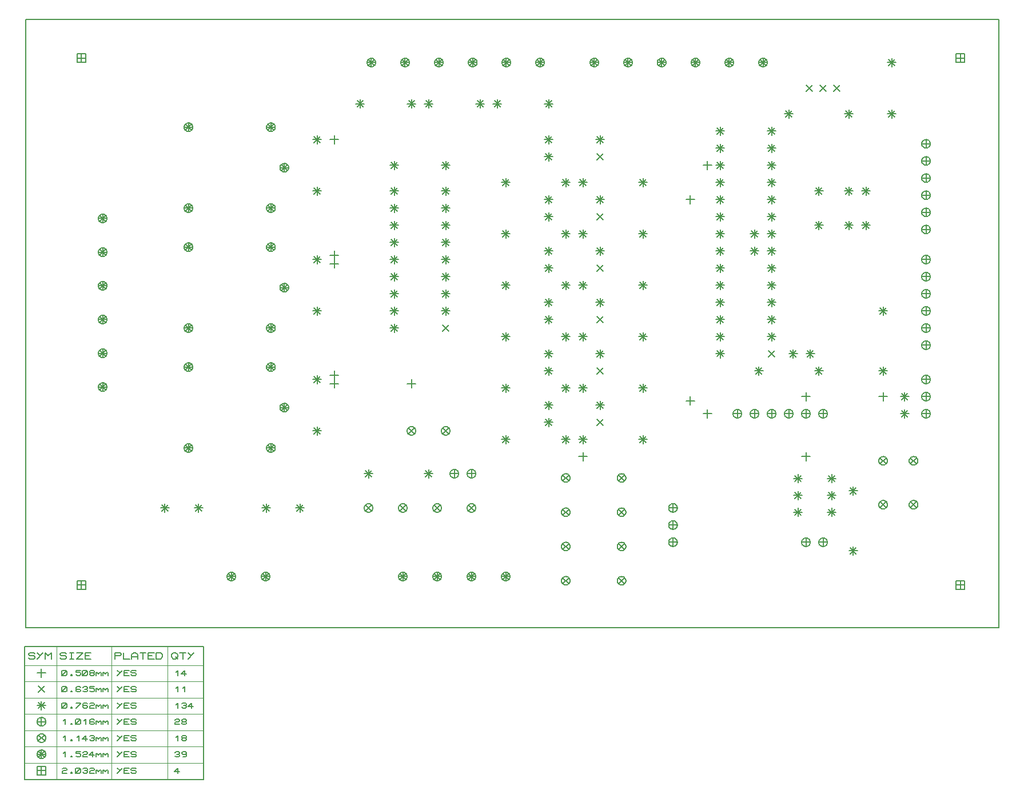
<source format=gbr>
G04 PROTEUS RS274X GERBER FILE*
%FSLAX45Y45*%
%MOMM*%
G01*
%ADD20C,0.203200*%
%ADD55C,0.127000*%
%ADD56C,0.063500*%
D20*
X+1651000Y+2603500D02*
X+1651000Y+2476500D01*
X+1587500Y+2540000D02*
X+1714500Y+2540000D01*
X+508000Y+2603500D02*
X+508000Y+2476500D01*
X+444500Y+2540000D02*
X+571500Y+2540000D01*
X-952500Y+2349500D02*
X-952500Y+2222500D01*
X-1016000Y+2286000D02*
X-889000Y+2286000D01*
X-952500Y+6032500D02*
X-952500Y+5905500D01*
X-1016000Y+5969000D02*
X-889000Y+5969000D01*
X-1206500Y+2540000D02*
X-1206500Y+2413000D01*
X-1270000Y+2476500D02*
X-1143000Y+2476500D01*
X-6477000Y+6413500D02*
X-6477000Y+6286500D01*
X-6540500Y+6350000D02*
X-6413500Y+6350000D01*
X-6477000Y+4699000D02*
X-6477000Y+4572000D01*
X-6540500Y+4635500D02*
X-6413500Y+4635500D01*
X-6477000Y+4572000D02*
X-6477000Y+4445000D01*
X-6540500Y+4508500D02*
X-6413500Y+4508500D01*
X-6477000Y+2921000D02*
X-6477000Y+2794000D01*
X-6540500Y+2857500D02*
X-6413500Y+2857500D01*
X-6477000Y+2794000D02*
X-6477000Y+2667000D01*
X-6540500Y+2730500D02*
X-6413500Y+2730500D01*
X-5334000Y+2794000D02*
X-5334000Y+2667000D01*
X-5397500Y+2730500D02*
X-5270500Y+2730500D01*
X-2794000Y+1714500D02*
X-2794000Y+1587500D01*
X-2857500Y+1651000D02*
X-2730500Y+1651000D01*
X+508000Y+1714500D02*
X+508000Y+1587500D01*
X+444500Y+1651000D02*
X+571500Y+1651000D01*
X-1206500Y+5524500D02*
X-1206500Y+5397500D01*
X-1270000Y+5461000D02*
X-1143000Y+5461000D01*
X-44901Y+3219901D02*
X+44901Y+3130099D01*
X-44901Y+3130099D02*
X+44901Y+3219901D01*
X+0Y+3492500D02*
X+0Y+3365500D01*
X-63500Y+3429000D02*
X+63500Y+3429000D01*
X-44901Y+3473901D02*
X+44901Y+3384099D01*
X-44901Y+3384099D02*
X+44901Y+3473901D01*
X+0Y+3746500D02*
X+0Y+3619500D01*
X-63500Y+3683000D02*
X+63500Y+3683000D01*
X-44901Y+3727901D02*
X+44901Y+3638099D01*
X-44901Y+3638099D02*
X+44901Y+3727901D01*
X+0Y+4000500D02*
X+0Y+3873500D01*
X-63500Y+3937000D02*
X+63500Y+3937000D01*
X-44901Y+3981901D02*
X+44901Y+3892099D01*
X-44901Y+3892099D02*
X+44901Y+3981901D01*
X+0Y+4254500D02*
X+0Y+4127500D01*
X-63500Y+4191000D02*
X+63500Y+4191000D01*
X-44901Y+4235901D02*
X+44901Y+4146099D01*
X-44901Y+4146099D02*
X+44901Y+4235901D01*
X+0Y+4508500D02*
X+0Y+4381500D01*
X-63500Y+4445000D02*
X+63500Y+4445000D01*
X-44901Y+4489901D02*
X+44901Y+4400099D01*
X-44901Y+4400099D02*
X+44901Y+4489901D01*
X+0Y+4762500D02*
X+0Y+4635500D01*
X-63500Y+4699000D02*
X+63500Y+4699000D01*
X-44901Y+4743901D02*
X+44901Y+4654099D01*
X-44901Y+4654099D02*
X+44901Y+4743901D01*
X+0Y+5016500D02*
X+0Y+4889500D01*
X-63500Y+4953000D02*
X+63500Y+4953000D01*
X-44901Y+4997901D02*
X+44901Y+4908099D01*
X-44901Y+4908099D02*
X+44901Y+4997901D01*
X+0Y+5270500D02*
X+0Y+5143500D01*
X-63500Y+5207000D02*
X+63500Y+5207000D01*
X-44901Y+5251901D02*
X+44901Y+5162099D01*
X-44901Y+5162099D02*
X+44901Y+5251901D01*
X+0Y+5524500D02*
X+0Y+5397500D01*
X-63500Y+5461000D02*
X+63500Y+5461000D01*
X-44901Y+5505901D02*
X+44901Y+5416099D01*
X-44901Y+5416099D02*
X+44901Y+5505901D01*
X+0Y+5778500D02*
X+0Y+5651500D01*
X-63500Y+5715000D02*
X+63500Y+5715000D01*
X-44901Y+5759901D02*
X+44901Y+5670099D01*
X-44901Y+5670099D02*
X+44901Y+5759901D01*
X+0Y+6032500D02*
X+0Y+5905500D01*
X-63500Y+5969000D02*
X+63500Y+5969000D01*
X-44901Y+6013901D02*
X+44901Y+5924099D01*
X-44901Y+5924099D02*
X+44901Y+6013901D01*
X+0Y+6286500D02*
X+0Y+6159500D01*
X-63500Y+6223000D02*
X+63500Y+6223000D01*
X-44901Y+6267901D02*
X+44901Y+6178099D01*
X-44901Y+6178099D02*
X+44901Y+6267901D01*
X+0Y+6540500D02*
X+0Y+6413500D01*
X-63500Y+6477000D02*
X+63500Y+6477000D01*
X-44901Y+6521901D02*
X+44901Y+6432099D01*
X-44901Y+6432099D02*
X+44901Y+6521901D01*
X-762000Y+6540500D02*
X-762000Y+6413500D01*
X-825500Y+6477000D02*
X-698500Y+6477000D01*
X-806901Y+6521901D02*
X-717099Y+6432099D01*
X-806901Y+6432099D02*
X-717099Y+6521901D01*
X-762000Y+6286500D02*
X-762000Y+6159500D01*
X-825500Y+6223000D02*
X-698500Y+6223000D01*
X-806901Y+6267901D02*
X-717099Y+6178099D01*
X-806901Y+6178099D02*
X-717099Y+6267901D01*
X-762000Y+6032500D02*
X-762000Y+5905500D01*
X-825500Y+5969000D02*
X-698500Y+5969000D01*
X-806901Y+6013901D02*
X-717099Y+5924099D01*
X-806901Y+5924099D02*
X-717099Y+6013901D01*
X-762000Y+5778500D02*
X-762000Y+5651500D01*
X-825500Y+5715000D02*
X-698500Y+5715000D01*
X-806901Y+5759901D02*
X-717099Y+5670099D01*
X-806901Y+5670099D02*
X-717099Y+5759901D01*
X-762000Y+5524500D02*
X-762000Y+5397500D01*
X-825500Y+5461000D02*
X-698500Y+5461000D01*
X-806901Y+5505901D02*
X-717099Y+5416099D01*
X-806901Y+5416099D02*
X-717099Y+5505901D01*
X-762000Y+5270500D02*
X-762000Y+5143500D01*
X-825500Y+5207000D02*
X-698500Y+5207000D01*
X-806901Y+5251901D02*
X-717099Y+5162099D01*
X-806901Y+5162099D02*
X-717099Y+5251901D01*
X-762000Y+5016500D02*
X-762000Y+4889500D01*
X-825500Y+4953000D02*
X-698500Y+4953000D01*
X-806901Y+4997901D02*
X-717099Y+4908099D01*
X-806901Y+4908099D02*
X-717099Y+4997901D01*
X-762000Y+4762500D02*
X-762000Y+4635500D01*
X-825500Y+4699000D02*
X-698500Y+4699000D01*
X-806901Y+4743901D02*
X-717099Y+4654099D01*
X-806901Y+4654099D02*
X-717099Y+4743901D01*
X-762000Y+4508500D02*
X-762000Y+4381500D01*
X-825500Y+4445000D02*
X-698500Y+4445000D01*
X-806901Y+4489901D02*
X-717099Y+4400099D01*
X-806901Y+4400099D02*
X-717099Y+4489901D01*
X-762000Y+4254500D02*
X-762000Y+4127500D01*
X-825500Y+4191000D02*
X-698500Y+4191000D01*
X-806901Y+4235901D02*
X-717099Y+4146099D01*
X-806901Y+4146099D02*
X-717099Y+4235901D01*
X-762000Y+4000500D02*
X-762000Y+3873500D01*
X-825500Y+3937000D02*
X-698500Y+3937000D01*
X-806901Y+3981901D02*
X-717099Y+3892099D01*
X-806901Y+3892099D02*
X-717099Y+3981901D01*
X-762000Y+3746500D02*
X-762000Y+3619500D01*
X-825500Y+3683000D02*
X-698500Y+3683000D01*
X-806901Y+3727901D02*
X-717099Y+3638099D01*
X-806901Y+3638099D02*
X-717099Y+3727901D01*
X-762000Y+3492500D02*
X-762000Y+3365500D01*
X-825500Y+3429000D02*
X-698500Y+3429000D01*
X-806901Y+3473901D02*
X-717099Y+3384099D01*
X-806901Y+3384099D02*
X-717099Y+3473901D01*
X-762000Y+3240500D02*
X-762000Y+3113500D01*
X-825500Y+3177000D02*
X-698500Y+3177000D01*
X-806901Y+3221901D02*
X-717099Y+3132099D01*
X-806901Y+3132099D02*
X-717099Y+3221901D01*
X-7352500Y+1778000D02*
X-7352717Y+1783247D01*
X-7354482Y+1793742D01*
X-7358174Y+1804237D01*
X-7364202Y+1814732D01*
X-7373424Y+1825112D01*
X-7383919Y+1832800D01*
X-7394414Y+1837718D01*
X-7404909Y+1840524D01*
X-7415404Y+1841497D01*
X-7416000Y+1841500D01*
X-7479500Y+1778000D02*
X-7479283Y+1783247D01*
X-7477518Y+1793742D01*
X-7473826Y+1804237D01*
X-7467798Y+1814732D01*
X-7458576Y+1825112D01*
X-7448081Y+1832800D01*
X-7437586Y+1837718D01*
X-7427091Y+1840524D01*
X-7416596Y+1841497D01*
X-7416000Y+1841500D01*
X-7479500Y+1778000D02*
X-7479283Y+1772753D01*
X-7477518Y+1762258D01*
X-7473826Y+1751763D01*
X-7467798Y+1741268D01*
X-7458576Y+1730888D01*
X-7448081Y+1723200D01*
X-7437586Y+1718282D01*
X-7427091Y+1715476D01*
X-7416596Y+1714503D01*
X-7416000Y+1714500D01*
X-7352500Y+1778000D02*
X-7352717Y+1772753D01*
X-7354482Y+1762258D01*
X-7358174Y+1751763D01*
X-7364202Y+1741268D01*
X-7373424Y+1730888D01*
X-7383919Y+1723200D01*
X-7394414Y+1718282D01*
X-7404909Y+1715476D01*
X-7415404Y+1714503D01*
X-7416000Y+1714500D01*
X-7416000Y+1841500D02*
X-7416000Y+1714500D01*
X-7479500Y+1778000D02*
X-7352500Y+1778000D01*
X-7352717Y+1783247D01*
X-7354482Y+1793742D01*
X-7358174Y+1804237D01*
X-7364202Y+1814732D01*
X-7373424Y+1825112D01*
X-7383919Y+1832800D01*
X-7394414Y+1837718D01*
X-7404909Y+1840524D01*
X-7415404Y+1841497D01*
X-7416000Y+1841500D01*
X-7479500Y+1778000D02*
X-7479283Y+1783247D01*
X-7477518Y+1793742D01*
X-7473826Y+1804237D01*
X-7467798Y+1814732D01*
X-7458576Y+1825112D01*
X-7448081Y+1832800D01*
X-7437586Y+1837718D01*
X-7427091Y+1840524D01*
X-7416596Y+1841497D01*
X-7416000Y+1841500D01*
X-7479500Y+1778000D02*
X-7479283Y+1772753D01*
X-7477518Y+1762258D01*
X-7473826Y+1751763D01*
X-7467798Y+1741268D01*
X-7458576Y+1730888D01*
X-7448081Y+1723200D01*
X-7437586Y+1718282D01*
X-7427091Y+1715476D01*
X-7416596Y+1714503D01*
X-7416000Y+1714500D01*
X-7352500Y+1778000D02*
X-7352717Y+1772753D01*
X-7354482Y+1762258D01*
X-7358174Y+1751763D01*
X-7364202Y+1741268D01*
X-7373424Y+1730888D01*
X-7383919Y+1723200D01*
X-7394414Y+1718282D01*
X-7404909Y+1715476D01*
X-7415404Y+1714503D01*
X-7416000Y+1714500D01*
X-7460901Y+1822901D02*
X-7371099Y+1733099D01*
X-7460901Y+1733099D02*
X-7371099Y+1822901D01*
X-7352500Y+2978000D02*
X-7352717Y+2983247D01*
X-7354482Y+2993742D01*
X-7358174Y+3004237D01*
X-7364202Y+3014732D01*
X-7373424Y+3025112D01*
X-7383919Y+3032800D01*
X-7394414Y+3037718D01*
X-7404909Y+3040524D01*
X-7415404Y+3041497D01*
X-7416000Y+3041500D01*
X-7479500Y+2978000D02*
X-7479283Y+2983247D01*
X-7477518Y+2993742D01*
X-7473826Y+3004237D01*
X-7467798Y+3014732D01*
X-7458576Y+3025112D01*
X-7448081Y+3032800D01*
X-7437586Y+3037718D01*
X-7427091Y+3040524D01*
X-7416596Y+3041497D01*
X-7416000Y+3041500D01*
X-7479500Y+2978000D02*
X-7479283Y+2972753D01*
X-7477518Y+2962258D01*
X-7473826Y+2951763D01*
X-7467798Y+2941268D01*
X-7458576Y+2930888D01*
X-7448081Y+2923200D01*
X-7437586Y+2918282D01*
X-7427091Y+2915476D01*
X-7416596Y+2914503D01*
X-7416000Y+2914500D01*
X-7352500Y+2978000D02*
X-7352717Y+2972753D01*
X-7354482Y+2962258D01*
X-7358174Y+2951763D01*
X-7364202Y+2941268D01*
X-7373424Y+2930888D01*
X-7383919Y+2923200D01*
X-7394414Y+2918282D01*
X-7404909Y+2915476D01*
X-7415404Y+2914503D01*
X-7416000Y+2914500D01*
X-7416000Y+3041500D02*
X-7416000Y+2914500D01*
X-7479500Y+2978000D02*
X-7352500Y+2978000D01*
X-7352717Y+2983247D01*
X-7354482Y+2993742D01*
X-7358174Y+3004237D01*
X-7364202Y+3014732D01*
X-7373424Y+3025112D01*
X-7383919Y+3032800D01*
X-7394414Y+3037718D01*
X-7404909Y+3040524D01*
X-7415404Y+3041497D01*
X-7416000Y+3041500D01*
X-7479500Y+2978000D02*
X-7479283Y+2983247D01*
X-7477518Y+2993742D01*
X-7473826Y+3004237D01*
X-7467798Y+3014732D01*
X-7458576Y+3025112D01*
X-7448081Y+3032800D01*
X-7437586Y+3037718D01*
X-7427091Y+3040524D01*
X-7416596Y+3041497D01*
X-7416000Y+3041500D01*
X-7479500Y+2978000D02*
X-7479283Y+2972753D01*
X-7477518Y+2962258D01*
X-7473826Y+2951763D01*
X-7467798Y+2941268D01*
X-7458576Y+2930888D01*
X-7448081Y+2923200D01*
X-7437586Y+2918282D01*
X-7427091Y+2915476D01*
X-7416596Y+2914503D01*
X-7416000Y+2914500D01*
X-7352500Y+2978000D02*
X-7352717Y+2972753D01*
X-7354482Y+2962258D01*
X-7358174Y+2951763D01*
X-7364202Y+2941268D01*
X-7373424Y+2930888D01*
X-7383919Y+2923200D01*
X-7394414Y+2918282D01*
X-7404909Y+2915476D01*
X-7415404Y+2914503D01*
X-7416000Y+2914500D01*
X-7460901Y+3022901D02*
X-7371099Y+2933099D01*
X-7460901Y+2933099D02*
X-7371099Y+3022901D01*
X-7152500Y+2378000D02*
X-7152717Y+2383247D01*
X-7154482Y+2393742D01*
X-7158174Y+2404237D01*
X-7164202Y+2414732D01*
X-7173424Y+2425112D01*
X-7183919Y+2432800D01*
X-7194414Y+2437718D01*
X-7204909Y+2440524D01*
X-7215404Y+2441497D01*
X-7216000Y+2441500D01*
X-7279500Y+2378000D02*
X-7279283Y+2383247D01*
X-7277518Y+2393742D01*
X-7273826Y+2404237D01*
X-7267798Y+2414732D01*
X-7258576Y+2425112D01*
X-7248081Y+2432800D01*
X-7237586Y+2437718D01*
X-7227091Y+2440524D01*
X-7216596Y+2441497D01*
X-7216000Y+2441500D01*
X-7279500Y+2378000D02*
X-7279283Y+2372753D01*
X-7277518Y+2362258D01*
X-7273826Y+2351763D01*
X-7267798Y+2341268D01*
X-7258576Y+2330888D01*
X-7248081Y+2323200D01*
X-7237586Y+2318282D01*
X-7227091Y+2315476D01*
X-7216596Y+2314503D01*
X-7216000Y+2314500D01*
X-7152500Y+2378000D02*
X-7152717Y+2372753D01*
X-7154482Y+2362258D01*
X-7158174Y+2351763D01*
X-7164202Y+2341268D01*
X-7173424Y+2330888D01*
X-7183919Y+2323200D01*
X-7194414Y+2318282D01*
X-7204909Y+2315476D01*
X-7215404Y+2314503D01*
X-7216000Y+2314500D01*
X-7216000Y+2441500D02*
X-7216000Y+2314500D01*
X-7279500Y+2378000D02*
X-7152500Y+2378000D01*
X-7152717Y+2383247D01*
X-7154482Y+2393742D01*
X-7158174Y+2404237D01*
X-7164202Y+2414732D01*
X-7173424Y+2425112D01*
X-7183919Y+2432800D01*
X-7194414Y+2437718D01*
X-7204909Y+2440524D01*
X-7215404Y+2441497D01*
X-7216000Y+2441500D01*
X-7279500Y+2378000D02*
X-7279283Y+2383247D01*
X-7277518Y+2393742D01*
X-7273826Y+2404237D01*
X-7267798Y+2414732D01*
X-7258576Y+2425112D01*
X-7248081Y+2432800D01*
X-7237586Y+2437718D01*
X-7227091Y+2440524D01*
X-7216596Y+2441497D01*
X-7216000Y+2441500D01*
X-7279500Y+2378000D02*
X-7279283Y+2372753D01*
X-7277518Y+2362258D01*
X-7273826Y+2351763D01*
X-7267798Y+2341268D01*
X-7258576Y+2330888D01*
X-7248081Y+2323200D01*
X-7237586Y+2318282D01*
X-7227091Y+2315476D01*
X-7216596Y+2314503D01*
X-7216000Y+2314500D01*
X-7152500Y+2378000D02*
X-7152717Y+2372753D01*
X-7154482Y+2362258D01*
X-7158174Y+2351763D01*
X-7164202Y+2341268D01*
X-7173424Y+2330888D01*
X-7183919Y+2323200D01*
X-7194414Y+2318282D01*
X-7204909Y+2315476D01*
X-7215404Y+2314503D01*
X-7216000Y+2314500D01*
X-7260901Y+2422901D02*
X-7171099Y+2333099D01*
X-7260901Y+2333099D02*
X-7171099Y+2422901D01*
X-8572500Y+1778000D02*
X-8572717Y+1783247D01*
X-8574482Y+1793742D01*
X-8578174Y+1804237D01*
X-8584202Y+1814732D01*
X-8593424Y+1825112D01*
X-8603919Y+1832800D01*
X-8614414Y+1837718D01*
X-8624909Y+1840524D01*
X-8635404Y+1841497D01*
X-8636000Y+1841500D01*
X-8699500Y+1778000D02*
X-8699283Y+1783247D01*
X-8697518Y+1793742D01*
X-8693826Y+1804237D01*
X-8687798Y+1814732D01*
X-8678576Y+1825112D01*
X-8668081Y+1832800D01*
X-8657586Y+1837718D01*
X-8647091Y+1840524D01*
X-8636596Y+1841497D01*
X-8636000Y+1841500D01*
X-8699500Y+1778000D02*
X-8699283Y+1772753D01*
X-8697518Y+1762258D01*
X-8693826Y+1751763D01*
X-8687798Y+1741268D01*
X-8678576Y+1730888D01*
X-8668081Y+1723200D01*
X-8657586Y+1718282D01*
X-8647091Y+1715476D01*
X-8636596Y+1714503D01*
X-8636000Y+1714500D01*
X-8572500Y+1778000D02*
X-8572717Y+1772753D01*
X-8574482Y+1762258D01*
X-8578174Y+1751763D01*
X-8584202Y+1741268D01*
X-8593424Y+1730888D01*
X-8603919Y+1723200D01*
X-8614414Y+1718282D01*
X-8624909Y+1715476D01*
X-8635404Y+1714503D01*
X-8636000Y+1714500D01*
X-8636000Y+1841500D02*
X-8636000Y+1714500D01*
X-8699500Y+1778000D02*
X-8572500Y+1778000D01*
X-8572717Y+1783247D01*
X-8574482Y+1793742D01*
X-8578174Y+1804237D01*
X-8584202Y+1814732D01*
X-8593424Y+1825112D01*
X-8603919Y+1832800D01*
X-8614414Y+1837718D01*
X-8624909Y+1840524D01*
X-8635404Y+1841497D01*
X-8636000Y+1841500D01*
X-8699500Y+1778000D02*
X-8699283Y+1783247D01*
X-8697518Y+1793742D01*
X-8693826Y+1804237D01*
X-8687798Y+1814732D01*
X-8678576Y+1825112D01*
X-8668081Y+1832800D01*
X-8657586Y+1837718D01*
X-8647091Y+1840524D01*
X-8636596Y+1841497D01*
X-8636000Y+1841500D01*
X-8699500Y+1778000D02*
X-8699283Y+1772753D01*
X-8697518Y+1762258D01*
X-8693826Y+1751763D01*
X-8687798Y+1741268D01*
X-8678576Y+1730888D01*
X-8668081Y+1723200D01*
X-8657586Y+1718282D01*
X-8647091Y+1715476D01*
X-8636596Y+1714503D01*
X-8636000Y+1714500D01*
X-8572500Y+1778000D02*
X-8572717Y+1772753D01*
X-8574482Y+1762258D01*
X-8578174Y+1751763D01*
X-8584202Y+1741268D01*
X-8593424Y+1730888D01*
X-8603919Y+1723200D01*
X-8614414Y+1718282D01*
X-8624909Y+1715476D01*
X-8635404Y+1714503D01*
X-8636000Y+1714500D01*
X-8680901Y+1822901D02*
X-8591099Y+1733099D01*
X-8680901Y+1733099D02*
X-8591099Y+1822901D01*
X-8572500Y+2978000D02*
X-8572717Y+2983247D01*
X-8574482Y+2993742D01*
X-8578174Y+3004237D01*
X-8584202Y+3014732D01*
X-8593424Y+3025112D01*
X-8603919Y+3032800D01*
X-8614414Y+3037718D01*
X-8624909Y+3040524D01*
X-8635404Y+3041497D01*
X-8636000Y+3041500D01*
X-8699500Y+2978000D02*
X-8699283Y+2983247D01*
X-8697518Y+2993742D01*
X-8693826Y+3004237D01*
X-8687798Y+3014732D01*
X-8678576Y+3025112D01*
X-8668081Y+3032800D01*
X-8657586Y+3037718D01*
X-8647091Y+3040524D01*
X-8636596Y+3041497D01*
X-8636000Y+3041500D01*
X-8699500Y+2978000D02*
X-8699283Y+2972753D01*
X-8697518Y+2962258D01*
X-8693826Y+2951763D01*
X-8687798Y+2941268D01*
X-8678576Y+2930888D01*
X-8668081Y+2923200D01*
X-8657586Y+2918282D01*
X-8647091Y+2915476D01*
X-8636596Y+2914503D01*
X-8636000Y+2914500D01*
X-8572500Y+2978000D02*
X-8572717Y+2972753D01*
X-8574482Y+2962258D01*
X-8578174Y+2951763D01*
X-8584202Y+2941268D01*
X-8593424Y+2930888D01*
X-8603919Y+2923200D01*
X-8614414Y+2918282D01*
X-8624909Y+2915476D01*
X-8635404Y+2914503D01*
X-8636000Y+2914500D01*
X-8636000Y+3041500D02*
X-8636000Y+2914500D01*
X-8699500Y+2978000D02*
X-8572500Y+2978000D01*
X-8572717Y+2983247D01*
X-8574482Y+2993742D01*
X-8578174Y+3004237D01*
X-8584202Y+3014732D01*
X-8593424Y+3025112D01*
X-8603919Y+3032800D01*
X-8614414Y+3037718D01*
X-8624909Y+3040524D01*
X-8635404Y+3041497D01*
X-8636000Y+3041500D01*
X-8699500Y+2978000D02*
X-8699283Y+2983247D01*
X-8697518Y+2993742D01*
X-8693826Y+3004237D01*
X-8687798Y+3014732D01*
X-8678576Y+3025112D01*
X-8668081Y+3032800D01*
X-8657586Y+3037718D01*
X-8647091Y+3040524D01*
X-8636596Y+3041497D01*
X-8636000Y+3041500D01*
X-8699500Y+2978000D02*
X-8699283Y+2972753D01*
X-8697518Y+2962258D01*
X-8693826Y+2951763D01*
X-8687798Y+2941268D01*
X-8678576Y+2930888D01*
X-8668081Y+2923200D01*
X-8657586Y+2918282D01*
X-8647091Y+2915476D01*
X-8636596Y+2914503D01*
X-8636000Y+2914500D01*
X-8572500Y+2978000D02*
X-8572717Y+2972753D01*
X-8574482Y+2962258D01*
X-8578174Y+2951763D01*
X-8584202Y+2941268D01*
X-8593424Y+2930888D01*
X-8603919Y+2923200D01*
X-8614414Y+2918282D01*
X-8624909Y+2915476D01*
X-8635404Y+2914503D01*
X-8636000Y+2914500D01*
X-8680901Y+3022901D02*
X-8591099Y+2933099D01*
X-8680901Y+2933099D02*
X-8591099Y+3022901D01*
X-7352500Y+3556000D02*
X-7352717Y+3561247D01*
X-7354482Y+3571742D01*
X-7358174Y+3582237D01*
X-7364202Y+3592732D01*
X-7373424Y+3603112D01*
X-7383919Y+3610800D01*
X-7394414Y+3615718D01*
X-7404909Y+3618524D01*
X-7415404Y+3619497D01*
X-7416000Y+3619500D01*
X-7479500Y+3556000D02*
X-7479283Y+3561247D01*
X-7477518Y+3571742D01*
X-7473826Y+3582237D01*
X-7467798Y+3592732D01*
X-7458576Y+3603112D01*
X-7448081Y+3610800D01*
X-7437586Y+3615718D01*
X-7427091Y+3618524D01*
X-7416596Y+3619497D01*
X-7416000Y+3619500D01*
X-7479500Y+3556000D02*
X-7479283Y+3550753D01*
X-7477518Y+3540258D01*
X-7473826Y+3529763D01*
X-7467798Y+3519268D01*
X-7458576Y+3508888D01*
X-7448081Y+3501200D01*
X-7437586Y+3496282D01*
X-7427091Y+3493476D01*
X-7416596Y+3492503D01*
X-7416000Y+3492500D01*
X-7352500Y+3556000D02*
X-7352717Y+3550753D01*
X-7354482Y+3540258D01*
X-7358174Y+3529763D01*
X-7364202Y+3519268D01*
X-7373424Y+3508888D01*
X-7383919Y+3501200D01*
X-7394414Y+3496282D01*
X-7404909Y+3493476D01*
X-7415404Y+3492503D01*
X-7416000Y+3492500D01*
X-7416000Y+3619500D02*
X-7416000Y+3492500D01*
X-7479500Y+3556000D02*
X-7352500Y+3556000D01*
X-7352717Y+3561247D01*
X-7354482Y+3571742D01*
X-7358174Y+3582237D01*
X-7364202Y+3592732D01*
X-7373424Y+3603112D01*
X-7383919Y+3610800D01*
X-7394414Y+3615718D01*
X-7404909Y+3618524D01*
X-7415404Y+3619497D01*
X-7416000Y+3619500D01*
X-7479500Y+3556000D02*
X-7479283Y+3561247D01*
X-7477518Y+3571742D01*
X-7473826Y+3582237D01*
X-7467798Y+3592732D01*
X-7458576Y+3603112D01*
X-7448081Y+3610800D01*
X-7437586Y+3615718D01*
X-7427091Y+3618524D01*
X-7416596Y+3619497D01*
X-7416000Y+3619500D01*
X-7479500Y+3556000D02*
X-7479283Y+3550753D01*
X-7477518Y+3540258D01*
X-7473826Y+3529763D01*
X-7467798Y+3519268D01*
X-7458576Y+3508888D01*
X-7448081Y+3501200D01*
X-7437586Y+3496282D01*
X-7427091Y+3493476D01*
X-7416596Y+3492503D01*
X-7416000Y+3492500D01*
X-7352500Y+3556000D02*
X-7352717Y+3550753D01*
X-7354482Y+3540258D01*
X-7358174Y+3529763D01*
X-7364202Y+3519268D01*
X-7373424Y+3508888D01*
X-7383919Y+3501200D01*
X-7394414Y+3496282D01*
X-7404909Y+3493476D01*
X-7415404Y+3492503D01*
X-7416000Y+3492500D01*
X-7460901Y+3600901D02*
X-7371099Y+3511099D01*
X-7460901Y+3511099D02*
X-7371099Y+3600901D01*
X-7352500Y+4756000D02*
X-7352717Y+4761247D01*
X-7354482Y+4771742D01*
X-7358174Y+4782237D01*
X-7364202Y+4792732D01*
X-7373424Y+4803112D01*
X-7383919Y+4810800D01*
X-7394414Y+4815718D01*
X-7404909Y+4818524D01*
X-7415404Y+4819497D01*
X-7416000Y+4819500D01*
X-7479500Y+4756000D02*
X-7479283Y+4761247D01*
X-7477518Y+4771742D01*
X-7473826Y+4782237D01*
X-7467798Y+4792732D01*
X-7458576Y+4803112D01*
X-7448081Y+4810800D01*
X-7437586Y+4815718D01*
X-7427091Y+4818524D01*
X-7416596Y+4819497D01*
X-7416000Y+4819500D01*
X-7479500Y+4756000D02*
X-7479283Y+4750753D01*
X-7477518Y+4740258D01*
X-7473826Y+4729763D01*
X-7467798Y+4719268D01*
X-7458576Y+4708888D01*
X-7448081Y+4701200D01*
X-7437586Y+4696282D01*
X-7427091Y+4693476D01*
X-7416596Y+4692503D01*
X-7416000Y+4692500D01*
X-7352500Y+4756000D02*
X-7352717Y+4750753D01*
X-7354482Y+4740258D01*
X-7358174Y+4729763D01*
X-7364202Y+4719268D01*
X-7373424Y+4708888D01*
X-7383919Y+4701200D01*
X-7394414Y+4696282D01*
X-7404909Y+4693476D01*
X-7415404Y+4692503D01*
X-7416000Y+4692500D01*
X-7416000Y+4819500D02*
X-7416000Y+4692500D01*
X-7479500Y+4756000D02*
X-7352500Y+4756000D01*
X-7352717Y+4761247D01*
X-7354482Y+4771742D01*
X-7358174Y+4782237D01*
X-7364202Y+4792732D01*
X-7373424Y+4803112D01*
X-7383919Y+4810800D01*
X-7394414Y+4815718D01*
X-7404909Y+4818524D01*
X-7415404Y+4819497D01*
X-7416000Y+4819500D01*
X-7479500Y+4756000D02*
X-7479283Y+4761247D01*
X-7477518Y+4771742D01*
X-7473826Y+4782237D01*
X-7467798Y+4792732D01*
X-7458576Y+4803112D01*
X-7448081Y+4810800D01*
X-7437586Y+4815718D01*
X-7427091Y+4818524D01*
X-7416596Y+4819497D01*
X-7416000Y+4819500D01*
X-7479500Y+4756000D02*
X-7479283Y+4750753D01*
X-7477518Y+4740258D01*
X-7473826Y+4729763D01*
X-7467798Y+4719268D01*
X-7458576Y+4708888D01*
X-7448081Y+4701200D01*
X-7437586Y+4696282D01*
X-7427091Y+4693476D01*
X-7416596Y+4692503D01*
X-7416000Y+4692500D01*
X-7352500Y+4756000D02*
X-7352717Y+4750753D01*
X-7354482Y+4740258D01*
X-7358174Y+4729763D01*
X-7364202Y+4719268D01*
X-7373424Y+4708888D01*
X-7383919Y+4701200D01*
X-7394414Y+4696282D01*
X-7404909Y+4693476D01*
X-7415404Y+4692503D01*
X-7416000Y+4692500D01*
X-7460901Y+4800901D02*
X-7371099Y+4711099D01*
X-7460901Y+4711099D02*
X-7371099Y+4800901D01*
X-7152500Y+4156000D02*
X-7152717Y+4161247D01*
X-7154482Y+4171742D01*
X-7158174Y+4182237D01*
X-7164202Y+4192732D01*
X-7173424Y+4203112D01*
X-7183919Y+4210800D01*
X-7194414Y+4215718D01*
X-7204909Y+4218524D01*
X-7215404Y+4219497D01*
X-7216000Y+4219500D01*
X-7279500Y+4156000D02*
X-7279283Y+4161247D01*
X-7277518Y+4171742D01*
X-7273826Y+4182237D01*
X-7267798Y+4192732D01*
X-7258576Y+4203112D01*
X-7248081Y+4210800D01*
X-7237586Y+4215718D01*
X-7227091Y+4218524D01*
X-7216596Y+4219497D01*
X-7216000Y+4219500D01*
X-7279500Y+4156000D02*
X-7279283Y+4150753D01*
X-7277518Y+4140258D01*
X-7273826Y+4129763D01*
X-7267798Y+4119268D01*
X-7258576Y+4108888D01*
X-7248081Y+4101200D01*
X-7237586Y+4096282D01*
X-7227091Y+4093476D01*
X-7216596Y+4092503D01*
X-7216000Y+4092500D01*
X-7152500Y+4156000D02*
X-7152717Y+4150753D01*
X-7154482Y+4140258D01*
X-7158174Y+4129763D01*
X-7164202Y+4119268D01*
X-7173424Y+4108888D01*
X-7183919Y+4101200D01*
X-7194414Y+4096282D01*
X-7204909Y+4093476D01*
X-7215404Y+4092503D01*
X-7216000Y+4092500D01*
X-7216000Y+4219500D02*
X-7216000Y+4092500D01*
X-7279500Y+4156000D02*
X-7152500Y+4156000D01*
X-7152717Y+4161247D01*
X-7154482Y+4171742D01*
X-7158174Y+4182237D01*
X-7164202Y+4192732D01*
X-7173424Y+4203112D01*
X-7183919Y+4210800D01*
X-7194414Y+4215718D01*
X-7204909Y+4218524D01*
X-7215404Y+4219497D01*
X-7216000Y+4219500D01*
X-7279500Y+4156000D02*
X-7279283Y+4161247D01*
X-7277518Y+4171742D01*
X-7273826Y+4182237D01*
X-7267798Y+4192732D01*
X-7258576Y+4203112D01*
X-7248081Y+4210800D01*
X-7237586Y+4215718D01*
X-7227091Y+4218524D01*
X-7216596Y+4219497D01*
X-7216000Y+4219500D01*
X-7279500Y+4156000D02*
X-7279283Y+4150753D01*
X-7277518Y+4140258D01*
X-7273826Y+4129763D01*
X-7267798Y+4119268D01*
X-7258576Y+4108888D01*
X-7248081Y+4101200D01*
X-7237586Y+4096282D01*
X-7227091Y+4093476D01*
X-7216596Y+4092503D01*
X-7216000Y+4092500D01*
X-7152500Y+4156000D02*
X-7152717Y+4150753D01*
X-7154482Y+4140258D01*
X-7158174Y+4129763D01*
X-7164202Y+4119268D01*
X-7173424Y+4108888D01*
X-7183919Y+4101200D01*
X-7194414Y+4096282D01*
X-7204909Y+4093476D01*
X-7215404Y+4092503D01*
X-7216000Y+4092500D01*
X-7260901Y+4200901D02*
X-7171099Y+4111099D01*
X-7260901Y+4111099D02*
X-7171099Y+4200901D01*
X-8572500Y+3556000D02*
X-8572717Y+3561247D01*
X-8574482Y+3571742D01*
X-8578174Y+3582237D01*
X-8584202Y+3592732D01*
X-8593424Y+3603112D01*
X-8603919Y+3610800D01*
X-8614414Y+3615718D01*
X-8624909Y+3618524D01*
X-8635404Y+3619497D01*
X-8636000Y+3619500D01*
X-8699500Y+3556000D02*
X-8699283Y+3561247D01*
X-8697518Y+3571742D01*
X-8693826Y+3582237D01*
X-8687798Y+3592732D01*
X-8678576Y+3603112D01*
X-8668081Y+3610800D01*
X-8657586Y+3615718D01*
X-8647091Y+3618524D01*
X-8636596Y+3619497D01*
X-8636000Y+3619500D01*
X-8699500Y+3556000D02*
X-8699283Y+3550753D01*
X-8697518Y+3540258D01*
X-8693826Y+3529763D01*
X-8687798Y+3519268D01*
X-8678576Y+3508888D01*
X-8668081Y+3501200D01*
X-8657586Y+3496282D01*
X-8647091Y+3493476D01*
X-8636596Y+3492503D01*
X-8636000Y+3492500D01*
X-8572500Y+3556000D02*
X-8572717Y+3550753D01*
X-8574482Y+3540258D01*
X-8578174Y+3529763D01*
X-8584202Y+3519268D01*
X-8593424Y+3508888D01*
X-8603919Y+3501200D01*
X-8614414Y+3496282D01*
X-8624909Y+3493476D01*
X-8635404Y+3492503D01*
X-8636000Y+3492500D01*
X-8636000Y+3619500D02*
X-8636000Y+3492500D01*
X-8699500Y+3556000D02*
X-8572500Y+3556000D01*
X-8572717Y+3561247D01*
X-8574482Y+3571742D01*
X-8578174Y+3582237D01*
X-8584202Y+3592732D01*
X-8593424Y+3603112D01*
X-8603919Y+3610800D01*
X-8614414Y+3615718D01*
X-8624909Y+3618524D01*
X-8635404Y+3619497D01*
X-8636000Y+3619500D01*
X-8699500Y+3556000D02*
X-8699283Y+3561247D01*
X-8697518Y+3571742D01*
X-8693826Y+3582237D01*
X-8687798Y+3592732D01*
X-8678576Y+3603112D01*
X-8668081Y+3610800D01*
X-8657586Y+3615718D01*
X-8647091Y+3618524D01*
X-8636596Y+3619497D01*
X-8636000Y+3619500D01*
X-8699500Y+3556000D02*
X-8699283Y+3550753D01*
X-8697518Y+3540258D01*
X-8693826Y+3529763D01*
X-8687798Y+3519268D01*
X-8678576Y+3508888D01*
X-8668081Y+3501200D01*
X-8657586Y+3496282D01*
X-8647091Y+3493476D01*
X-8636596Y+3492503D01*
X-8636000Y+3492500D01*
X-8572500Y+3556000D02*
X-8572717Y+3550753D01*
X-8574482Y+3540258D01*
X-8578174Y+3529763D01*
X-8584202Y+3519268D01*
X-8593424Y+3508888D01*
X-8603919Y+3501200D01*
X-8614414Y+3496282D01*
X-8624909Y+3493476D01*
X-8635404Y+3492503D01*
X-8636000Y+3492500D01*
X-8680901Y+3600901D02*
X-8591099Y+3511099D01*
X-8680901Y+3511099D02*
X-8591099Y+3600901D01*
X-8572500Y+4756000D02*
X-8572717Y+4761247D01*
X-8574482Y+4771742D01*
X-8578174Y+4782237D01*
X-8584202Y+4792732D01*
X-8593424Y+4803112D01*
X-8603919Y+4810800D01*
X-8614414Y+4815718D01*
X-8624909Y+4818524D01*
X-8635404Y+4819497D01*
X-8636000Y+4819500D01*
X-8699500Y+4756000D02*
X-8699283Y+4761247D01*
X-8697518Y+4771742D01*
X-8693826Y+4782237D01*
X-8687798Y+4792732D01*
X-8678576Y+4803112D01*
X-8668081Y+4810800D01*
X-8657586Y+4815718D01*
X-8647091Y+4818524D01*
X-8636596Y+4819497D01*
X-8636000Y+4819500D01*
X-8699500Y+4756000D02*
X-8699283Y+4750753D01*
X-8697518Y+4740258D01*
X-8693826Y+4729763D01*
X-8687798Y+4719268D01*
X-8678576Y+4708888D01*
X-8668081Y+4701200D01*
X-8657586Y+4696282D01*
X-8647091Y+4693476D01*
X-8636596Y+4692503D01*
X-8636000Y+4692500D01*
X-8572500Y+4756000D02*
X-8572717Y+4750753D01*
X-8574482Y+4740258D01*
X-8578174Y+4729763D01*
X-8584202Y+4719268D01*
X-8593424Y+4708888D01*
X-8603919Y+4701200D01*
X-8614414Y+4696282D01*
X-8624909Y+4693476D01*
X-8635404Y+4692503D01*
X-8636000Y+4692500D01*
X-8636000Y+4819500D02*
X-8636000Y+4692500D01*
X-8699500Y+4756000D02*
X-8572500Y+4756000D01*
X-8572717Y+4761247D01*
X-8574482Y+4771742D01*
X-8578174Y+4782237D01*
X-8584202Y+4792732D01*
X-8593424Y+4803112D01*
X-8603919Y+4810800D01*
X-8614414Y+4815718D01*
X-8624909Y+4818524D01*
X-8635404Y+4819497D01*
X-8636000Y+4819500D01*
X-8699500Y+4756000D02*
X-8699283Y+4761247D01*
X-8697518Y+4771742D01*
X-8693826Y+4782237D01*
X-8687798Y+4792732D01*
X-8678576Y+4803112D01*
X-8668081Y+4810800D01*
X-8657586Y+4815718D01*
X-8647091Y+4818524D01*
X-8636596Y+4819497D01*
X-8636000Y+4819500D01*
X-8699500Y+4756000D02*
X-8699283Y+4750753D01*
X-8697518Y+4740258D01*
X-8693826Y+4729763D01*
X-8687798Y+4719268D01*
X-8678576Y+4708888D01*
X-8668081Y+4701200D01*
X-8657586Y+4696282D01*
X-8647091Y+4693476D01*
X-8636596Y+4692503D01*
X-8636000Y+4692500D01*
X-8572500Y+4756000D02*
X-8572717Y+4750753D01*
X-8574482Y+4740258D01*
X-8578174Y+4729763D01*
X-8584202Y+4719268D01*
X-8593424Y+4708888D01*
X-8603919Y+4701200D01*
X-8614414Y+4696282D01*
X-8624909Y+4693476D01*
X-8635404Y+4692503D01*
X-8636000Y+4692500D01*
X-8680901Y+4800901D02*
X-8591099Y+4711099D01*
X-8680901Y+4711099D02*
X-8591099Y+4800901D01*
X-7352500Y+5334000D02*
X-7352717Y+5339247D01*
X-7354482Y+5349742D01*
X-7358174Y+5360237D01*
X-7364202Y+5370732D01*
X-7373424Y+5381112D01*
X-7383919Y+5388800D01*
X-7394414Y+5393718D01*
X-7404909Y+5396524D01*
X-7415404Y+5397497D01*
X-7416000Y+5397500D01*
X-7479500Y+5334000D02*
X-7479283Y+5339247D01*
X-7477518Y+5349742D01*
X-7473826Y+5360237D01*
X-7467798Y+5370732D01*
X-7458576Y+5381112D01*
X-7448081Y+5388800D01*
X-7437586Y+5393718D01*
X-7427091Y+5396524D01*
X-7416596Y+5397497D01*
X-7416000Y+5397500D01*
X-7479500Y+5334000D02*
X-7479283Y+5328753D01*
X-7477518Y+5318258D01*
X-7473826Y+5307763D01*
X-7467798Y+5297268D01*
X-7458576Y+5286888D01*
X-7448081Y+5279200D01*
X-7437586Y+5274282D01*
X-7427091Y+5271476D01*
X-7416596Y+5270503D01*
X-7416000Y+5270500D01*
X-7352500Y+5334000D02*
X-7352717Y+5328753D01*
X-7354482Y+5318258D01*
X-7358174Y+5307763D01*
X-7364202Y+5297268D01*
X-7373424Y+5286888D01*
X-7383919Y+5279200D01*
X-7394414Y+5274282D01*
X-7404909Y+5271476D01*
X-7415404Y+5270503D01*
X-7416000Y+5270500D01*
X-7416000Y+5397500D02*
X-7416000Y+5270500D01*
X-7479500Y+5334000D02*
X-7352500Y+5334000D01*
X-7352717Y+5339247D01*
X-7354482Y+5349742D01*
X-7358174Y+5360237D01*
X-7364202Y+5370732D01*
X-7373424Y+5381112D01*
X-7383919Y+5388800D01*
X-7394414Y+5393718D01*
X-7404909Y+5396524D01*
X-7415404Y+5397497D01*
X-7416000Y+5397500D01*
X-7479500Y+5334000D02*
X-7479283Y+5339247D01*
X-7477518Y+5349742D01*
X-7473826Y+5360237D01*
X-7467798Y+5370732D01*
X-7458576Y+5381112D01*
X-7448081Y+5388800D01*
X-7437586Y+5393718D01*
X-7427091Y+5396524D01*
X-7416596Y+5397497D01*
X-7416000Y+5397500D01*
X-7479500Y+5334000D02*
X-7479283Y+5328753D01*
X-7477518Y+5318258D01*
X-7473826Y+5307763D01*
X-7467798Y+5297268D01*
X-7458576Y+5286888D01*
X-7448081Y+5279200D01*
X-7437586Y+5274282D01*
X-7427091Y+5271476D01*
X-7416596Y+5270503D01*
X-7416000Y+5270500D01*
X-7352500Y+5334000D02*
X-7352717Y+5328753D01*
X-7354482Y+5318258D01*
X-7358174Y+5307763D01*
X-7364202Y+5297268D01*
X-7373424Y+5286888D01*
X-7383919Y+5279200D01*
X-7394414Y+5274282D01*
X-7404909Y+5271476D01*
X-7415404Y+5270503D01*
X-7416000Y+5270500D01*
X-7460901Y+5378901D02*
X-7371099Y+5289099D01*
X-7460901Y+5289099D02*
X-7371099Y+5378901D01*
X-7352500Y+6534000D02*
X-7352717Y+6539247D01*
X-7354482Y+6549742D01*
X-7358174Y+6560237D01*
X-7364202Y+6570732D01*
X-7373424Y+6581112D01*
X-7383919Y+6588800D01*
X-7394414Y+6593718D01*
X-7404909Y+6596524D01*
X-7415404Y+6597497D01*
X-7416000Y+6597500D01*
X-7479500Y+6534000D02*
X-7479283Y+6539247D01*
X-7477518Y+6549742D01*
X-7473826Y+6560237D01*
X-7467798Y+6570732D01*
X-7458576Y+6581112D01*
X-7448081Y+6588800D01*
X-7437586Y+6593718D01*
X-7427091Y+6596524D01*
X-7416596Y+6597497D01*
X-7416000Y+6597500D01*
X-7479500Y+6534000D02*
X-7479283Y+6528753D01*
X-7477518Y+6518258D01*
X-7473826Y+6507763D01*
X-7467798Y+6497268D01*
X-7458576Y+6486888D01*
X-7448081Y+6479200D01*
X-7437586Y+6474282D01*
X-7427091Y+6471476D01*
X-7416596Y+6470503D01*
X-7416000Y+6470500D01*
X-7352500Y+6534000D02*
X-7352717Y+6528753D01*
X-7354482Y+6518258D01*
X-7358174Y+6507763D01*
X-7364202Y+6497268D01*
X-7373424Y+6486888D01*
X-7383919Y+6479200D01*
X-7394414Y+6474282D01*
X-7404909Y+6471476D01*
X-7415404Y+6470503D01*
X-7416000Y+6470500D01*
X-7416000Y+6597500D02*
X-7416000Y+6470500D01*
X-7479500Y+6534000D02*
X-7352500Y+6534000D01*
X-7352717Y+6539247D01*
X-7354482Y+6549742D01*
X-7358174Y+6560237D01*
X-7364202Y+6570732D01*
X-7373424Y+6581112D01*
X-7383919Y+6588800D01*
X-7394414Y+6593718D01*
X-7404909Y+6596524D01*
X-7415404Y+6597497D01*
X-7416000Y+6597500D01*
X-7479500Y+6534000D02*
X-7479283Y+6539247D01*
X-7477518Y+6549742D01*
X-7473826Y+6560237D01*
X-7467798Y+6570732D01*
X-7458576Y+6581112D01*
X-7448081Y+6588800D01*
X-7437586Y+6593718D01*
X-7427091Y+6596524D01*
X-7416596Y+6597497D01*
X-7416000Y+6597500D01*
X-7479500Y+6534000D02*
X-7479283Y+6528753D01*
X-7477518Y+6518258D01*
X-7473826Y+6507763D01*
X-7467798Y+6497268D01*
X-7458576Y+6486888D01*
X-7448081Y+6479200D01*
X-7437586Y+6474282D01*
X-7427091Y+6471476D01*
X-7416596Y+6470503D01*
X-7416000Y+6470500D01*
X-7352500Y+6534000D02*
X-7352717Y+6528753D01*
X-7354482Y+6518258D01*
X-7358174Y+6507763D01*
X-7364202Y+6497268D01*
X-7373424Y+6486888D01*
X-7383919Y+6479200D01*
X-7394414Y+6474282D01*
X-7404909Y+6471476D01*
X-7415404Y+6470503D01*
X-7416000Y+6470500D01*
X-7460901Y+6578901D02*
X-7371099Y+6489099D01*
X-7460901Y+6489099D02*
X-7371099Y+6578901D01*
X-7152500Y+5934000D02*
X-7152717Y+5939247D01*
X-7154482Y+5949742D01*
X-7158174Y+5960237D01*
X-7164202Y+5970732D01*
X-7173424Y+5981112D01*
X-7183919Y+5988800D01*
X-7194414Y+5993718D01*
X-7204909Y+5996524D01*
X-7215404Y+5997497D01*
X-7216000Y+5997500D01*
X-7279500Y+5934000D02*
X-7279283Y+5939247D01*
X-7277518Y+5949742D01*
X-7273826Y+5960237D01*
X-7267798Y+5970732D01*
X-7258576Y+5981112D01*
X-7248081Y+5988800D01*
X-7237586Y+5993718D01*
X-7227091Y+5996524D01*
X-7216596Y+5997497D01*
X-7216000Y+5997500D01*
X-7279500Y+5934000D02*
X-7279283Y+5928753D01*
X-7277518Y+5918258D01*
X-7273826Y+5907763D01*
X-7267798Y+5897268D01*
X-7258576Y+5886888D01*
X-7248081Y+5879200D01*
X-7237586Y+5874282D01*
X-7227091Y+5871476D01*
X-7216596Y+5870503D01*
X-7216000Y+5870500D01*
X-7152500Y+5934000D02*
X-7152717Y+5928753D01*
X-7154482Y+5918258D01*
X-7158174Y+5907763D01*
X-7164202Y+5897268D01*
X-7173424Y+5886888D01*
X-7183919Y+5879200D01*
X-7194414Y+5874282D01*
X-7204909Y+5871476D01*
X-7215404Y+5870503D01*
X-7216000Y+5870500D01*
X-7216000Y+5997500D02*
X-7216000Y+5870500D01*
X-7279500Y+5934000D02*
X-7152500Y+5934000D01*
X-7152717Y+5939247D01*
X-7154482Y+5949742D01*
X-7158174Y+5960237D01*
X-7164202Y+5970732D01*
X-7173424Y+5981112D01*
X-7183919Y+5988800D01*
X-7194414Y+5993718D01*
X-7204909Y+5996524D01*
X-7215404Y+5997497D01*
X-7216000Y+5997500D01*
X-7279500Y+5934000D02*
X-7279283Y+5939247D01*
X-7277518Y+5949742D01*
X-7273826Y+5960237D01*
X-7267798Y+5970732D01*
X-7258576Y+5981112D01*
X-7248081Y+5988800D01*
X-7237586Y+5993718D01*
X-7227091Y+5996524D01*
X-7216596Y+5997497D01*
X-7216000Y+5997500D01*
X-7279500Y+5934000D02*
X-7279283Y+5928753D01*
X-7277518Y+5918258D01*
X-7273826Y+5907763D01*
X-7267798Y+5897268D01*
X-7258576Y+5886888D01*
X-7248081Y+5879200D01*
X-7237586Y+5874282D01*
X-7227091Y+5871476D01*
X-7216596Y+5870503D01*
X-7216000Y+5870500D01*
X-7152500Y+5934000D02*
X-7152717Y+5928753D01*
X-7154482Y+5918258D01*
X-7158174Y+5907763D01*
X-7164202Y+5897268D01*
X-7173424Y+5886888D01*
X-7183919Y+5879200D01*
X-7194414Y+5874282D01*
X-7204909Y+5871476D01*
X-7215404Y+5870503D01*
X-7216000Y+5870500D01*
X-7260901Y+5978901D02*
X-7171099Y+5889099D01*
X-7260901Y+5889099D02*
X-7171099Y+5978901D01*
X-8572500Y+5334000D02*
X-8572717Y+5339247D01*
X-8574482Y+5349742D01*
X-8578174Y+5360237D01*
X-8584202Y+5370732D01*
X-8593424Y+5381112D01*
X-8603919Y+5388800D01*
X-8614414Y+5393718D01*
X-8624909Y+5396524D01*
X-8635404Y+5397497D01*
X-8636000Y+5397500D01*
X-8699500Y+5334000D02*
X-8699283Y+5339247D01*
X-8697518Y+5349742D01*
X-8693826Y+5360237D01*
X-8687798Y+5370732D01*
X-8678576Y+5381112D01*
X-8668081Y+5388800D01*
X-8657586Y+5393718D01*
X-8647091Y+5396524D01*
X-8636596Y+5397497D01*
X-8636000Y+5397500D01*
X-8699500Y+5334000D02*
X-8699283Y+5328753D01*
X-8697518Y+5318258D01*
X-8693826Y+5307763D01*
X-8687798Y+5297268D01*
X-8678576Y+5286888D01*
X-8668081Y+5279200D01*
X-8657586Y+5274282D01*
X-8647091Y+5271476D01*
X-8636596Y+5270503D01*
X-8636000Y+5270500D01*
X-8572500Y+5334000D02*
X-8572717Y+5328753D01*
X-8574482Y+5318258D01*
X-8578174Y+5307763D01*
X-8584202Y+5297268D01*
X-8593424Y+5286888D01*
X-8603919Y+5279200D01*
X-8614414Y+5274282D01*
X-8624909Y+5271476D01*
X-8635404Y+5270503D01*
X-8636000Y+5270500D01*
X-8636000Y+5397500D02*
X-8636000Y+5270500D01*
X-8699500Y+5334000D02*
X-8572500Y+5334000D01*
X-8572717Y+5339247D01*
X-8574482Y+5349742D01*
X-8578174Y+5360237D01*
X-8584202Y+5370732D01*
X-8593424Y+5381112D01*
X-8603919Y+5388800D01*
X-8614414Y+5393718D01*
X-8624909Y+5396524D01*
X-8635404Y+5397497D01*
X-8636000Y+5397500D01*
X-8699500Y+5334000D02*
X-8699283Y+5339247D01*
X-8697518Y+5349742D01*
X-8693826Y+5360237D01*
X-8687798Y+5370732D01*
X-8678576Y+5381112D01*
X-8668081Y+5388800D01*
X-8657586Y+5393718D01*
X-8647091Y+5396524D01*
X-8636596Y+5397497D01*
X-8636000Y+5397500D01*
X-8699500Y+5334000D02*
X-8699283Y+5328753D01*
X-8697518Y+5318258D01*
X-8693826Y+5307763D01*
X-8687798Y+5297268D01*
X-8678576Y+5286888D01*
X-8668081Y+5279200D01*
X-8657586Y+5274282D01*
X-8647091Y+5271476D01*
X-8636596Y+5270503D01*
X-8636000Y+5270500D01*
X-8572500Y+5334000D02*
X-8572717Y+5328753D01*
X-8574482Y+5318258D01*
X-8578174Y+5307763D01*
X-8584202Y+5297268D01*
X-8593424Y+5286888D01*
X-8603919Y+5279200D01*
X-8614414Y+5274282D01*
X-8624909Y+5271476D01*
X-8635404Y+5270503D01*
X-8636000Y+5270500D01*
X-8680901Y+5378901D02*
X-8591099Y+5289099D01*
X-8680901Y+5289099D02*
X-8591099Y+5378901D01*
X-8572500Y+6534000D02*
X-8572717Y+6539247D01*
X-8574482Y+6549742D01*
X-8578174Y+6560237D01*
X-8584202Y+6570732D01*
X-8593424Y+6581112D01*
X-8603919Y+6588800D01*
X-8614414Y+6593718D01*
X-8624909Y+6596524D01*
X-8635404Y+6597497D01*
X-8636000Y+6597500D01*
X-8699500Y+6534000D02*
X-8699283Y+6539247D01*
X-8697518Y+6549742D01*
X-8693826Y+6560237D01*
X-8687798Y+6570732D01*
X-8678576Y+6581112D01*
X-8668081Y+6588800D01*
X-8657586Y+6593718D01*
X-8647091Y+6596524D01*
X-8636596Y+6597497D01*
X-8636000Y+6597500D01*
X-8699500Y+6534000D02*
X-8699283Y+6528753D01*
X-8697518Y+6518258D01*
X-8693826Y+6507763D01*
X-8687798Y+6497268D01*
X-8678576Y+6486888D01*
X-8668081Y+6479200D01*
X-8657586Y+6474282D01*
X-8647091Y+6471476D01*
X-8636596Y+6470503D01*
X-8636000Y+6470500D01*
X-8572500Y+6534000D02*
X-8572717Y+6528753D01*
X-8574482Y+6518258D01*
X-8578174Y+6507763D01*
X-8584202Y+6497268D01*
X-8593424Y+6486888D01*
X-8603919Y+6479200D01*
X-8614414Y+6474282D01*
X-8624909Y+6471476D01*
X-8635404Y+6470503D01*
X-8636000Y+6470500D01*
X-8636000Y+6597500D02*
X-8636000Y+6470500D01*
X-8699500Y+6534000D02*
X-8572500Y+6534000D01*
X-8572717Y+6539247D01*
X-8574482Y+6549742D01*
X-8578174Y+6560237D01*
X-8584202Y+6570732D01*
X-8593424Y+6581112D01*
X-8603919Y+6588800D01*
X-8614414Y+6593718D01*
X-8624909Y+6596524D01*
X-8635404Y+6597497D01*
X-8636000Y+6597500D01*
X-8699500Y+6534000D02*
X-8699283Y+6539247D01*
X-8697518Y+6549742D01*
X-8693826Y+6560237D01*
X-8687798Y+6570732D01*
X-8678576Y+6581112D01*
X-8668081Y+6588800D01*
X-8657586Y+6593718D01*
X-8647091Y+6596524D01*
X-8636596Y+6597497D01*
X-8636000Y+6597500D01*
X-8699500Y+6534000D02*
X-8699283Y+6528753D01*
X-8697518Y+6518258D01*
X-8693826Y+6507763D01*
X-8687798Y+6497268D01*
X-8678576Y+6486888D01*
X-8668081Y+6479200D01*
X-8657586Y+6474282D01*
X-8647091Y+6471476D01*
X-8636596Y+6470503D01*
X-8636000Y+6470500D01*
X-8572500Y+6534000D02*
X-8572717Y+6528753D01*
X-8574482Y+6518258D01*
X-8578174Y+6507763D01*
X-8584202Y+6497268D01*
X-8593424Y+6486888D01*
X-8603919Y+6479200D01*
X-8614414Y+6474282D01*
X-8624909Y+6471476D01*
X-8635404Y+6470503D01*
X-8636000Y+6470500D01*
X-8680901Y+6578901D02*
X-8591099Y+6489099D01*
X-8680901Y+6489099D02*
X-8591099Y+6578901D01*
X-4870901Y+3600901D02*
X-4781099Y+3511099D01*
X-4870901Y+3511099D02*
X-4781099Y+3600901D01*
X-4826000Y+3873500D02*
X-4826000Y+3746500D01*
X-4889500Y+3810000D02*
X-4762500Y+3810000D01*
X-4870901Y+3854901D02*
X-4781099Y+3765099D01*
X-4870901Y+3765099D02*
X-4781099Y+3854901D01*
X-4826000Y+4127500D02*
X-4826000Y+4000500D01*
X-4889500Y+4064000D02*
X-4762500Y+4064000D01*
X-4870901Y+4108901D02*
X-4781099Y+4019099D01*
X-4870901Y+4019099D02*
X-4781099Y+4108901D01*
X-4826000Y+4381500D02*
X-4826000Y+4254500D01*
X-4889500Y+4318000D02*
X-4762500Y+4318000D01*
X-4870901Y+4362901D02*
X-4781099Y+4273099D01*
X-4870901Y+4273099D02*
X-4781099Y+4362901D01*
X-4826000Y+4635500D02*
X-4826000Y+4508500D01*
X-4889500Y+4572000D02*
X-4762500Y+4572000D01*
X-4870901Y+4616901D02*
X-4781099Y+4527099D01*
X-4870901Y+4527099D02*
X-4781099Y+4616901D01*
X-4826000Y+4889500D02*
X-4826000Y+4762500D01*
X-4889500Y+4826000D02*
X-4762500Y+4826000D01*
X-4870901Y+4870901D02*
X-4781099Y+4781099D01*
X-4870901Y+4781099D02*
X-4781099Y+4870901D01*
X-4826000Y+5143500D02*
X-4826000Y+5016500D01*
X-4889500Y+5080000D02*
X-4762500Y+5080000D01*
X-4870901Y+5124901D02*
X-4781099Y+5035099D01*
X-4870901Y+5035099D02*
X-4781099Y+5124901D01*
X-4826000Y+5397500D02*
X-4826000Y+5270500D01*
X-4889500Y+5334000D02*
X-4762500Y+5334000D01*
X-4870901Y+5378901D02*
X-4781099Y+5289099D01*
X-4870901Y+5289099D02*
X-4781099Y+5378901D01*
X-4826000Y+5651500D02*
X-4826000Y+5524500D01*
X-4889500Y+5588000D02*
X-4762500Y+5588000D01*
X-4870901Y+5632901D02*
X-4781099Y+5543099D01*
X-4870901Y+5543099D02*
X-4781099Y+5632901D01*
X-5588000Y+5651500D02*
X-5588000Y+5524500D01*
X-5651500Y+5588000D02*
X-5524500Y+5588000D01*
X-5632901Y+5632901D02*
X-5543099Y+5543099D01*
X-5632901Y+5543099D02*
X-5543099Y+5632901D01*
X-5588000Y+5397500D02*
X-5588000Y+5270500D01*
X-5651500Y+5334000D02*
X-5524500Y+5334000D01*
X-5632901Y+5378901D02*
X-5543099Y+5289099D01*
X-5632901Y+5289099D02*
X-5543099Y+5378901D01*
X-5588000Y+5143500D02*
X-5588000Y+5016500D01*
X-5651500Y+5080000D02*
X-5524500Y+5080000D01*
X-5632901Y+5124901D02*
X-5543099Y+5035099D01*
X-5632901Y+5035099D02*
X-5543099Y+5124901D01*
X-5588000Y+4889500D02*
X-5588000Y+4762500D01*
X-5651500Y+4826000D02*
X-5524500Y+4826000D01*
X-5632901Y+4870901D02*
X-5543099Y+4781099D01*
X-5632901Y+4781099D02*
X-5543099Y+4870901D01*
X-5588000Y+4635500D02*
X-5588000Y+4508500D01*
X-5651500Y+4572000D02*
X-5524500Y+4572000D01*
X-5632901Y+4616901D02*
X-5543099Y+4527099D01*
X-5632901Y+4527099D02*
X-5543099Y+4616901D01*
X-5588000Y+4381500D02*
X-5588000Y+4254500D01*
X-5651500Y+4318000D02*
X-5524500Y+4318000D01*
X-5632901Y+4362901D02*
X-5543099Y+4273099D01*
X-5632901Y+4273099D02*
X-5543099Y+4362901D01*
X-5588000Y+4127500D02*
X-5588000Y+4000500D01*
X-5651500Y+4064000D02*
X-5524500Y+4064000D01*
X-5632901Y+4108901D02*
X-5543099Y+4019099D01*
X-5632901Y+4019099D02*
X-5543099Y+4108901D01*
X-5588000Y+3873500D02*
X-5588000Y+3746500D01*
X-5651500Y+3810000D02*
X-5524500Y+3810000D01*
X-5632901Y+3854901D02*
X-5543099Y+3765099D01*
X-5632901Y+3765099D02*
X-5543099Y+3854901D01*
X-5588000Y+3619500D02*
X-5588000Y+3492500D01*
X-5651500Y+3556000D02*
X-5524500Y+3556000D01*
X-5632901Y+3600901D02*
X-5543099Y+3511099D01*
X-5632901Y+3511099D02*
X-5543099Y+3600901D01*
X-5864860Y+7493000D02*
X-5865077Y+7498247D01*
X-5866842Y+7508742D01*
X-5870534Y+7519237D01*
X-5876562Y+7529732D01*
X-5885784Y+7540112D01*
X-5896279Y+7547800D01*
X-5906774Y+7552718D01*
X-5917269Y+7555524D01*
X-5927764Y+7556497D01*
X-5928360Y+7556500D01*
X-5991860Y+7493000D02*
X-5991643Y+7498247D01*
X-5989878Y+7508742D01*
X-5986186Y+7519237D01*
X-5980158Y+7529732D01*
X-5970936Y+7540112D01*
X-5960441Y+7547800D01*
X-5949946Y+7552718D01*
X-5939451Y+7555524D01*
X-5928956Y+7556497D01*
X-5928360Y+7556500D01*
X-5991860Y+7493000D02*
X-5991643Y+7487753D01*
X-5989878Y+7477258D01*
X-5986186Y+7466763D01*
X-5980158Y+7456268D01*
X-5970936Y+7445888D01*
X-5960441Y+7438200D01*
X-5949946Y+7433282D01*
X-5939451Y+7430476D01*
X-5928956Y+7429503D01*
X-5928360Y+7429500D01*
X-5864860Y+7493000D02*
X-5865077Y+7487753D01*
X-5866842Y+7477258D01*
X-5870534Y+7466763D01*
X-5876562Y+7456268D01*
X-5885784Y+7445888D01*
X-5896279Y+7438200D01*
X-5906774Y+7433282D01*
X-5917269Y+7430476D01*
X-5927764Y+7429503D01*
X-5928360Y+7429500D01*
X-5928360Y+7556500D02*
X-5928360Y+7429500D01*
X-5991860Y+7493000D02*
X-5864860Y+7493000D01*
X-5865077Y+7498247D01*
X-5866842Y+7508742D01*
X-5870534Y+7519237D01*
X-5876562Y+7529732D01*
X-5885784Y+7540112D01*
X-5896279Y+7547800D01*
X-5906774Y+7552718D01*
X-5917269Y+7555524D01*
X-5927764Y+7556497D01*
X-5928360Y+7556500D01*
X-5991860Y+7493000D02*
X-5991643Y+7498247D01*
X-5989878Y+7508742D01*
X-5986186Y+7519237D01*
X-5980158Y+7529732D01*
X-5970936Y+7540112D01*
X-5960441Y+7547800D01*
X-5949946Y+7552718D01*
X-5939451Y+7555524D01*
X-5928956Y+7556497D01*
X-5928360Y+7556500D01*
X-5991860Y+7493000D02*
X-5991643Y+7487753D01*
X-5989878Y+7477258D01*
X-5986186Y+7466763D01*
X-5980158Y+7456268D01*
X-5970936Y+7445888D01*
X-5960441Y+7438200D01*
X-5949946Y+7433282D01*
X-5939451Y+7430476D01*
X-5928956Y+7429503D01*
X-5928360Y+7429500D01*
X-5864860Y+7493000D02*
X-5865077Y+7487753D01*
X-5866842Y+7477258D01*
X-5870534Y+7466763D01*
X-5876562Y+7456268D01*
X-5885784Y+7445888D01*
X-5896279Y+7438200D01*
X-5906774Y+7433282D01*
X-5917269Y+7430476D01*
X-5927764Y+7429503D01*
X-5928360Y+7429500D01*
X-5973261Y+7537901D02*
X-5883459Y+7448099D01*
X-5973261Y+7448099D02*
X-5883459Y+7537901D01*
X-5364480Y+7493000D02*
X-5364697Y+7498247D01*
X-5366462Y+7508742D01*
X-5370154Y+7519237D01*
X-5376182Y+7529732D01*
X-5385404Y+7540112D01*
X-5395899Y+7547800D01*
X-5406394Y+7552718D01*
X-5416889Y+7555524D01*
X-5427384Y+7556497D01*
X-5427980Y+7556500D01*
X-5491480Y+7493000D02*
X-5491263Y+7498247D01*
X-5489498Y+7508742D01*
X-5485806Y+7519237D01*
X-5479778Y+7529732D01*
X-5470556Y+7540112D01*
X-5460061Y+7547800D01*
X-5449566Y+7552718D01*
X-5439071Y+7555524D01*
X-5428576Y+7556497D01*
X-5427980Y+7556500D01*
X-5491480Y+7493000D02*
X-5491263Y+7487753D01*
X-5489498Y+7477258D01*
X-5485806Y+7466763D01*
X-5479778Y+7456268D01*
X-5470556Y+7445888D01*
X-5460061Y+7438200D01*
X-5449566Y+7433282D01*
X-5439071Y+7430476D01*
X-5428576Y+7429503D01*
X-5427980Y+7429500D01*
X-5364480Y+7493000D02*
X-5364697Y+7487753D01*
X-5366462Y+7477258D01*
X-5370154Y+7466763D01*
X-5376182Y+7456268D01*
X-5385404Y+7445888D01*
X-5395899Y+7438200D01*
X-5406394Y+7433282D01*
X-5416889Y+7430476D01*
X-5427384Y+7429503D01*
X-5427980Y+7429500D01*
X-5427980Y+7556500D02*
X-5427980Y+7429500D01*
X-5491480Y+7493000D02*
X-5364480Y+7493000D01*
X-5364697Y+7498247D01*
X-5366462Y+7508742D01*
X-5370154Y+7519237D01*
X-5376182Y+7529732D01*
X-5385404Y+7540112D01*
X-5395899Y+7547800D01*
X-5406394Y+7552718D01*
X-5416889Y+7555524D01*
X-5427384Y+7556497D01*
X-5427980Y+7556500D01*
X-5491480Y+7493000D02*
X-5491263Y+7498247D01*
X-5489498Y+7508742D01*
X-5485806Y+7519237D01*
X-5479778Y+7529732D01*
X-5470556Y+7540112D01*
X-5460061Y+7547800D01*
X-5449566Y+7552718D01*
X-5439071Y+7555524D01*
X-5428576Y+7556497D01*
X-5427980Y+7556500D01*
X-5491480Y+7493000D02*
X-5491263Y+7487753D01*
X-5489498Y+7477258D01*
X-5485806Y+7466763D01*
X-5479778Y+7456268D01*
X-5470556Y+7445888D01*
X-5460061Y+7438200D01*
X-5449566Y+7433282D01*
X-5439071Y+7430476D01*
X-5428576Y+7429503D01*
X-5427980Y+7429500D01*
X-5364480Y+7493000D02*
X-5364697Y+7487753D01*
X-5366462Y+7477258D01*
X-5370154Y+7466763D01*
X-5376182Y+7456268D01*
X-5385404Y+7445888D01*
X-5395899Y+7438200D01*
X-5406394Y+7433282D01*
X-5416889Y+7430476D01*
X-5427384Y+7429503D01*
X-5427980Y+7429500D01*
X-5472881Y+7537901D02*
X-5383079Y+7448099D01*
X-5472881Y+7448099D02*
X-5383079Y+7537901D01*
X-4864100Y+7493000D02*
X-4864317Y+7498247D01*
X-4866082Y+7508742D01*
X-4869774Y+7519237D01*
X-4875802Y+7529732D01*
X-4885024Y+7540112D01*
X-4895519Y+7547800D01*
X-4906014Y+7552718D01*
X-4916509Y+7555524D01*
X-4927004Y+7556497D01*
X-4927600Y+7556500D01*
X-4991100Y+7493000D02*
X-4990883Y+7498247D01*
X-4989118Y+7508742D01*
X-4985426Y+7519237D01*
X-4979398Y+7529732D01*
X-4970176Y+7540112D01*
X-4959681Y+7547800D01*
X-4949186Y+7552718D01*
X-4938691Y+7555524D01*
X-4928196Y+7556497D01*
X-4927600Y+7556500D01*
X-4991100Y+7493000D02*
X-4990883Y+7487753D01*
X-4989118Y+7477258D01*
X-4985426Y+7466763D01*
X-4979398Y+7456268D01*
X-4970176Y+7445888D01*
X-4959681Y+7438200D01*
X-4949186Y+7433282D01*
X-4938691Y+7430476D01*
X-4928196Y+7429503D01*
X-4927600Y+7429500D01*
X-4864100Y+7493000D02*
X-4864317Y+7487753D01*
X-4866082Y+7477258D01*
X-4869774Y+7466763D01*
X-4875802Y+7456268D01*
X-4885024Y+7445888D01*
X-4895519Y+7438200D01*
X-4906014Y+7433282D01*
X-4916509Y+7430476D01*
X-4927004Y+7429503D01*
X-4927600Y+7429500D01*
X-4927600Y+7556500D02*
X-4927600Y+7429500D01*
X-4991100Y+7493000D02*
X-4864100Y+7493000D01*
X-4864317Y+7498247D01*
X-4866082Y+7508742D01*
X-4869774Y+7519237D01*
X-4875802Y+7529732D01*
X-4885024Y+7540112D01*
X-4895519Y+7547800D01*
X-4906014Y+7552718D01*
X-4916509Y+7555524D01*
X-4927004Y+7556497D01*
X-4927600Y+7556500D01*
X-4991100Y+7493000D02*
X-4990883Y+7498247D01*
X-4989118Y+7508742D01*
X-4985426Y+7519237D01*
X-4979398Y+7529732D01*
X-4970176Y+7540112D01*
X-4959681Y+7547800D01*
X-4949186Y+7552718D01*
X-4938691Y+7555524D01*
X-4928196Y+7556497D01*
X-4927600Y+7556500D01*
X-4991100Y+7493000D02*
X-4990883Y+7487753D01*
X-4989118Y+7477258D01*
X-4985426Y+7466763D01*
X-4979398Y+7456268D01*
X-4970176Y+7445888D01*
X-4959681Y+7438200D01*
X-4949186Y+7433282D01*
X-4938691Y+7430476D01*
X-4928196Y+7429503D01*
X-4927600Y+7429500D01*
X-4864100Y+7493000D02*
X-4864317Y+7487753D01*
X-4866082Y+7477258D01*
X-4869774Y+7466763D01*
X-4875802Y+7456268D01*
X-4885024Y+7445888D01*
X-4895519Y+7438200D01*
X-4906014Y+7433282D01*
X-4916509Y+7430476D01*
X-4927004Y+7429503D01*
X-4927600Y+7429500D01*
X-4972501Y+7537901D02*
X-4882699Y+7448099D01*
X-4972501Y+7448099D02*
X-4882699Y+7537901D01*
X-4363720Y+7493000D02*
X-4363937Y+7498247D01*
X-4365702Y+7508742D01*
X-4369394Y+7519237D01*
X-4375422Y+7529732D01*
X-4384644Y+7540112D01*
X-4395139Y+7547800D01*
X-4405634Y+7552718D01*
X-4416129Y+7555524D01*
X-4426624Y+7556497D01*
X-4427220Y+7556500D01*
X-4490720Y+7493000D02*
X-4490503Y+7498247D01*
X-4488738Y+7508742D01*
X-4485046Y+7519237D01*
X-4479018Y+7529732D01*
X-4469796Y+7540112D01*
X-4459301Y+7547800D01*
X-4448806Y+7552718D01*
X-4438311Y+7555524D01*
X-4427816Y+7556497D01*
X-4427220Y+7556500D01*
X-4490720Y+7493000D02*
X-4490503Y+7487753D01*
X-4488738Y+7477258D01*
X-4485046Y+7466763D01*
X-4479018Y+7456268D01*
X-4469796Y+7445888D01*
X-4459301Y+7438200D01*
X-4448806Y+7433282D01*
X-4438311Y+7430476D01*
X-4427816Y+7429503D01*
X-4427220Y+7429500D01*
X-4363720Y+7493000D02*
X-4363937Y+7487753D01*
X-4365702Y+7477258D01*
X-4369394Y+7466763D01*
X-4375422Y+7456268D01*
X-4384644Y+7445888D01*
X-4395139Y+7438200D01*
X-4405634Y+7433282D01*
X-4416129Y+7430476D01*
X-4426624Y+7429503D01*
X-4427220Y+7429500D01*
X-4427220Y+7556500D02*
X-4427220Y+7429500D01*
X-4490720Y+7493000D02*
X-4363720Y+7493000D01*
X-4363937Y+7498247D01*
X-4365702Y+7508742D01*
X-4369394Y+7519237D01*
X-4375422Y+7529732D01*
X-4384644Y+7540112D01*
X-4395139Y+7547800D01*
X-4405634Y+7552718D01*
X-4416129Y+7555524D01*
X-4426624Y+7556497D01*
X-4427220Y+7556500D01*
X-4490720Y+7493000D02*
X-4490503Y+7498247D01*
X-4488738Y+7508742D01*
X-4485046Y+7519237D01*
X-4479018Y+7529732D01*
X-4469796Y+7540112D01*
X-4459301Y+7547800D01*
X-4448806Y+7552718D01*
X-4438311Y+7555524D01*
X-4427816Y+7556497D01*
X-4427220Y+7556500D01*
X-4490720Y+7493000D02*
X-4490503Y+7487753D01*
X-4488738Y+7477258D01*
X-4485046Y+7466763D01*
X-4479018Y+7456268D01*
X-4469796Y+7445888D01*
X-4459301Y+7438200D01*
X-4448806Y+7433282D01*
X-4438311Y+7430476D01*
X-4427816Y+7429503D01*
X-4427220Y+7429500D01*
X-4363720Y+7493000D02*
X-4363937Y+7487753D01*
X-4365702Y+7477258D01*
X-4369394Y+7466763D01*
X-4375422Y+7456268D01*
X-4384644Y+7445888D01*
X-4395139Y+7438200D01*
X-4405634Y+7433282D01*
X-4416129Y+7430476D01*
X-4426624Y+7429503D01*
X-4427220Y+7429500D01*
X-4472121Y+7537901D02*
X-4382319Y+7448099D01*
X-4472121Y+7448099D02*
X-4382319Y+7537901D01*
X-3865880Y+7493000D02*
X-3866097Y+7498247D01*
X-3867862Y+7508742D01*
X-3871554Y+7519237D01*
X-3877582Y+7529732D01*
X-3886804Y+7540112D01*
X-3897299Y+7547800D01*
X-3907794Y+7552718D01*
X-3918289Y+7555524D01*
X-3928784Y+7556497D01*
X-3929380Y+7556500D01*
X-3992880Y+7493000D02*
X-3992663Y+7498247D01*
X-3990898Y+7508742D01*
X-3987206Y+7519237D01*
X-3981178Y+7529732D01*
X-3971956Y+7540112D01*
X-3961461Y+7547800D01*
X-3950966Y+7552718D01*
X-3940471Y+7555524D01*
X-3929976Y+7556497D01*
X-3929380Y+7556500D01*
X-3992880Y+7493000D02*
X-3992663Y+7487753D01*
X-3990898Y+7477258D01*
X-3987206Y+7466763D01*
X-3981178Y+7456268D01*
X-3971956Y+7445888D01*
X-3961461Y+7438200D01*
X-3950966Y+7433282D01*
X-3940471Y+7430476D01*
X-3929976Y+7429503D01*
X-3929380Y+7429500D01*
X-3865880Y+7493000D02*
X-3866097Y+7487753D01*
X-3867862Y+7477258D01*
X-3871554Y+7466763D01*
X-3877582Y+7456268D01*
X-3886804Y+7445888D01*
X-3897299Y+7438200D01*
X-3907794Y+7433282D01*
X-3918289Y+7430476D01*
X-3928784Y+7429503D01*
X-3929380Y+7429500D01*
X-3929380Y+7556500D02*
X-3929380Y+7429500D01*
X-3992880Y+7493000D02*
X-3865880Y+7493000D01*
X-3866097Y+7498247D01*
X-3867862Y+7508742D01*
X-3871554Y+7519237D01*
X-3877582Y+7529732D01*
X-3886804Y+7540112D01*
X-3897299Y+7547800D01*
X-3907794Y+7552718D01*
X-3918289Y+7555524D01*
X-3928784Y+7556497D01*
X-3929380Y+7556500D01*
X-3992880Y+7493000D02*
X-3992663Y+7498247D01*
X-3990898Y+7508742D01*
X-3987206Y+7519237D01*
X-3981178Y+7529732D01*
X-3971956Y+7540112D01*
X-3961461Y+7547800D01*
X-3950966Y+7552718D01*
X-3940471Y+7555524D01*
X-3929976Y+7556497D01*
X-3929380Y+7556500D01*
X-3992880Y+7493000D02*
X-3992663Y+7487753D01*
X-3990898Y+7477258D01*
X-3987206Y+7466763D01*
X-3981178Y+7456268D01*
X-3971956Y+7445888D01*
X-3961461Y+7438200D01*
X-3950966Y+7433282D01*
X-3940471Y+7430476D01*
X-3929976Y+7429503D01*
X-3929380Y+7429500D01*
X-3865880Y+7493000D02*
X-3866097Y+7487753D01*
X-3867862Y+7477258D01*
X-3871554Y+7466763D01*
X-3877582Y+7456268D01*
X-3886804Y+7445888D01*
X-3897299Y+7438200D01*
X-3907794Y+7433282D01*
X-3918289Y+7430476D01*
X-3928784Y+7429503D01*
X-3929380Y+7429500D01*
X-3974281Y+7537901D02*
X-3884479Y+7448099D01*
X-3974281Y+7448099D02*
X-3884479Y+7537901D01*
X-3365500Y+7493000D02*
X-3365717Y+7498247D01*
X-3367482Y+7508742D01*
X-3371174Y+7519237D01*
X-3377202Y+7529732D01*
X-3386424Y+7540112D01*
X-3396919Y+7547800D01*
X-3407414Y+7552718D01*
X-3417909Y+7555524D01*
X-3428404Y+7556497D01*
X-3429000Y+7556500D01*
X-3492500Y+7493000D02*
X-3492283Y+7498247D01*
X-3490518Y+7508742D01*
X-3486826Y+7519237D01*
X-3480798Y+7529732D01*
X-3471576Y+7540112D01*
X-3461081Y+7547800D01*
X-3450586Y+7552718D01*
X-3440091Y+7555524D01*
X-3429596Y+7556497D01*
X-3429000Y+7556500D01*
X-3492500Y+7493000D02*
X-3492283Y+7487753D01*
X-3490518Y+7477258D01*
X-3486826Y+7466763D01*
X-3480798Y+7456268D01*
X-3471576Y+7445888D01*
X-3461081Y+7438200D01*
X-3450586Y+7433282D01*
X-3440091Y+7430476D01*
X-3429596Y+7429503D01*
X-3429000Y+7429500D01*
X-3365500Y+7493000D02*
X-3365717Y+7487753D01*
X-3367482Y+7477258D01*
X-3371174Y+7466763D01*
X-3377202Y+7456268D01*
X-3386424Y+7445888D01*
X-3396919Y+7438200D01*
X-3407414Y+7433282D01*
X-3417909Y+7430476D01*
X-3428404Y+7429503D01*
X-3429000Y+7429500D01*
X-3429000Y+7556500D02*
X-3429000Y+7429500D01*
X-3492500Y+7493000D02*
X-3365500Y+7493000D01*
X-3365717Y+7498247D01*
X-3367482Y+7508742D01*
X-3371174Y+7519237D01*
X-3377202Y+7529732D01*
X-3386424Y+7540112D01*
X-3396919Y+7547800D01*
X-3407414Y+7552718D01*
X-3417909Y+7555524D01*
X-3428404Y+7556497D01*
X-3429000Y+7556500D01*
X-3492500Y+7493000D02*
X-3492283Y+7498247D01*
X-3490518Y+7508742D01*
X-3486826Y+7519237D01*
X-3480798Y+7529732D01*
X-3471576Y+7540112D01*
X-3461081Y+7547800D01*
X-3450586Y+7552718D01*
X-3440091Y+7555524D01*
X-3429596Y+7556497D01*
X-3429000Y+7556500D01*
X-3492500Y+7493000D02*
X-3492283Y+7487753D01*
X-3490518Y+7477258D01*
X-3486826Y+7466763D01*
X-3480798Y+7456268D01*
X-3471576Y+7445888D01*
X-3461081Y+7438200D01*
X-3450586Y+7433282D01*
X-3440091Y+7430476D01*
X-3429596Y+7429503D01*
X-3429000Y+7429500D01*
X-3365500Y+7493000D02*
X-3365717Y+7487753D01*
X-3367482Y+7477258D01*
X-3371174Y+7466763D01*
X-3377202Y+7456268D01*
X-3386424Y+7445888D01*
X-3396919Y+7438200D01*
X-3407414Y+7433282D01*
X-3417909Y+7430476D01*
X-3428404Y+7429503D01*
X-3429000Y+7429500D01*
X-3473901Y+7537901D02*
X-3384099Y+7448099D01*
X-3473901Y+7448099D02*
X-3384099Y+7537901D01*
X-63500Y+7493000D02*
X-63717Y+7498247D01*
X-65482Y+7508742D01*
X-69174Y+7519237D01*
X-75202Y+7529732D01*
X-84424Y+7540112D01*
X-94919Y+7547800D01*
X-105414Y+7552718D01*
X-115909Y+7555524D01*
X-126404Y+7556497D01*
X-127000Y+7556500D01*
X-190500Y+7493000D02*
X-190283Y+7498247D01*
X-188518Y+7508742D01*
X-184826Y+7519237D01*
X-178798Y+7529732D01*
X-169576Y+7540112D01*
X-159081Y+7547800D01*
X-148586Y+7552718D01*
X-138091Y+7555524D01*
X-127596Y+7556497D01*
X-127000Y+7556500D01*
X-190500Y+7493000D02*
X-190283Y+7487753D01*
X-188518Y+7477258D01*
X-184826Y+7466763D01*
X-178798Y+7456268D01*
X-169576Y+7445888D01*
X-159081Y+7438200D01*
X-148586Y+7433282D01*
X-138091Y+7430476D01*
X-127596Y+7429503D01*
X-127000Y+7429500D01*
X-63500Y+7493000D02*
X-63717Y+7487753D01*
X-65482Y+7477258D01*
X-69174Y+7466763D01*
X-75202Y+7456268D01*
X-84424Y+7445888D01*
X-94919Y+7438200D01*
X-105414Y+7433282D01*
X-115909Y+7430476D01*
X-126404Y+7429503D01*
X-127000Y+7429500D01*
X-127000Y+7556500D02*
X-127000Y+7429500D01*
X-190500Y+7493000D02*
X-63500Y+7493000D01*
X-63717Y+7498247D01*
X-65482Y+7508742D01*
X-69174Y+7519237D01*
X-75202Y+7529732D01*
X-84424Y+7540112D01*
X-94919Y+7547800D01*
X-105414Y+7552718D01*
X-115909Y+7555524D01*
X-126404Y+7556497D01*
X-127000Y+7556500D01*
X-190500Y+7493000D02*
X-190283Y+7498247D01*
X-188518Y+7508742D01*
X-184826Y+7519237D01*
X-178798Y+7529732D01*
X-169576Y+7540112D01*
X-159081Y+7547800D01*
X-148586Y+7552718D01*
X-138091Y+7555524D01*
X-127596Y+7556497D01*
X-127000Y+7556500D01*
X-190500Y+7493000D02*
X-190283Y+7487753D01*
X-188518Y+7477258D01*
X-184826Y+7466763D01*
X-178798Y+7456268D01*
X-169576Y+7445888D01*
X-159081Y+7438200D01*
X-148586Y+7433282D01*
X-138091Y+7430476D01*
X-127596Y+7429503D01*
X-127000Y+7429500D01*
X-63500Y+7493000D02*
X-63717Y+7487753D01*
X-65482Y+7477258D01*
X-69174Y+7466763D01*
X-75202Y+7456268D01*
X-84424Y+7445888D01*
X-94919Y+7438200D01*
X-105414Y+7433282D01*
X-115909Y+7430476D01*
X-126404Y+7429503D01*
X-127000Y+7429500D01*
X-171901Y+7537901D02*
X-82099Y+7448099D01*
X-171901Y+7448099D02*
X-82099Y+7537901D01*
X-563880Y+7493000D02*
X-564097Y+7498247D01*
X-565862Y+7508742D01*
X-569554Y+7519237D01*
X-575582Y+7529732D01*
X-584804Y+7540112D01*
X-595299Y+7547800D01*
X-605794Y+7552718D01*
X-616289Y+7555524D01*
X-626784Y+7556497D01*
X-627380Y+7556500D01*
X-690880Y+7493000D02*
X-690663Y+7498247D01*
X-688898Y+7508742D01*
X-685206Y+7519237D01*
X-679178Y+7529732D01*
X-669956Y+7540112D01*
X-659461Y+7547800D01*
X-648966Y+7552718D01*
X-638471Y+7555524D01*
X-627976Y+7556497D01*
X-627380Y+7556500D01*
X-690880Y+7493000D02*
X-690663Y+7487753D01*
X-688898Y+7477258D01*
X-685206Y+7466763D01*
X-679178Y+7456268D01*
X-669956Y+7445888D01*
X-659461Y+7438200D01*
X-648966Y+7433282D01*
X-638471Y+7430476D01*
X-627976Y+7429503D01*
X-627380Y+7429500D01*
X-563880Y+7493000D02*
X-564097Y+7487753D01*
X-565862Y+7477258D01*
X-569554Y+7466763D01*
X-575582Y+7456268D01*
X-584804Y+7445888D01*
X-595299Y+7438200D01*
X-605794Y+7433282D01*
X-616289Y+7430476D01*
X-626784Y+7429503D01*
X-627380Y+7429500D01*
X-627380Y+7556500D02*
X-627380Y+7429500D01*
X-690880Y+7493000D02*
X-563880Y+7493000D01*
X-564097Y+7498247D01*
X-565862Y+7508742D01*
X-569554Y+7519237D01*
X-575582Y+7529732D01*
X-584804Y+7540112D01*
X-595299Y+7547800D01*
X-605794Y+7552718D01*
X-616289Y+7555524D01*
X-626784Y+7556497D01*
X-627380Y+7556500D01*
X-690880Y+7493000D02*
X-690663Y+7498247D01*
X-688898Y+7508742D01*
X-685206Y+7519237D01*
X-679178Y+7529732D01*
X-669956Y+7540112D01*
X-659461Y+7547800D01*
X-648966Y+7552718D01*
X-638471Y+7555524D01*
X-627976Y+7556497D01*
X-627380Y+7556500D01*
X-690880Y+7493000D02*
X-690663Y+7487753D01*
X-688898Y+7477258D01*
X-685206Y+7466763D01*
X-679178Y+7456268D01*
X-669956Y+7445888D01*
X-659461Y+7438200D01*
X-648966Y+7433282D01*
X-638471Y+7430476D01*
X-627976Y+7429503D01*
X-627380Y+7429500D01*
X-563880Y+7493000D02*
X-564097Y+7487753D01*
X-565862Y+7477258D01*
X-569554Y+7466763D01*
X-575582Y+7456268D01*
X-584804Y+7445888D01*
X-595299Y+7438200D01*
X-605794Y+7433282D01*
X-616289Y+7430476D01*
X-626784Y+7429503D01*
X-627380Y+7429500D01*
X-672281Y+7537901D02*
X-582479Y+7448099D01*
X-672281Y+7448099D02*
X-582479Y+7537901D01*
X-1064260Y+7493000D02*
X-1064477Y+7498247D01*
X-1066242Y+7508742D01*
X-1069934Y+7519237D01*
X-1075962Y+7529732D01*
X-1085184Y+7540112D01*
X-1095679Y+7547800D01*
X-1106174Y+7552718D01*
X-1116669Y+7555524D01*
X-1127164Y+7556497D01*
X-1127760Y+7556500D01*
X-1191260Y+7493000D02*
X-1191043Y+7498247D01*
X-1189278Y+7508742D01*
X-1185586Y+7519237D01*
X-1179558Y+7529732D01*
X-1170336Y+7540112D01*
X-1159841Y+7547800D01*
X-1149346Y+7552718D01*
X-1138851Y+7555524D01*
X-1128356Y+7556497D01*
X-1127760Y+7556500D01*
X-1191260Y+7493000D02*
X-1191043Y+7487753D01*
X-1189278Y+7477258D01*
X-1185586Y+7466763D01*
X-1179558Y+7456268D01*
X-1170336Y+7445888D01*
X-1159841Y+7438200D01*
X-1149346Y+7433282D01*
X-1138851Y+7430476D01*
X-1128356Y+7429503D01*
X-1127760Y+7429500D01*
X-1064260Y+7493000D02*
X-1064477Y+7487753D01*
X-1066242Y+7477258D01*
X-1069934Y+7466763D01*
X-1075962Y+7456268D01*
X-1085184Y+7445888D01*
X-1095679Y+7438200D01*
X-1106174Y+7433282D01*
X-1116669Y+7430476D01*
X-1127164Y+7429503D01*
X-1127760Y+7429500D01*
X-1127760Y+7556500D02*
X-1127760Y+7429500D01*
X-1191260Y+7493000D02*
X-1064260Y+7493000D01*
X-1064477Y+7498247D01*
X-1066242Y+7508742D01*
X-1069934Y+7519237D01*
X-1075962Y+7529732D01*
X-1085184Y+7540112D01*
X-1095679Y+7547800D01*
X-1106174Y+7552718D01*
X-1116669Y+7555524D01*
X-1127164Y+7556497D01*
X-1127760Y+7556500D01*
X-1191260Y+7493000D02*
X-1191043Y+7498247D01*
X-1189278Y+7508742D01*
X-1185586Y+7519237D01*
X-1179558Y+7529732D01*
X-1170336Y+7540112D01*
X-1159841Y+7547800D01*
X-1149346Y+7552718D01*
X-1138851Y+7555524D01*
X-1128356Y+7556497D01*
X-1127760Y+7556500D01*
X-1191260Y+7493000D02*
X-1191043Y+7487753D01*
X-1189278Y+7477258D01*
X-1185586Y+7466763D01*
X-1179558Y+7456268D01*
X-1170336Y+7445888D01*
X-1159841Y+7438200D01*
X-1149346Y+7433282D01*
X-1138851Y+7430476D01*
X-1128356Y+7429503D01*
X-1127760Y+7429500D01*
X-1064260Y+7493000D02*
X-1064477Y+7487753D01*
X-1066242Y+7477258D01*
X-1069934Y+7466763D01*
X-1075962Y+7456268D01*
X-1085184Y+7445888D01*
X-1095679Y+7438200D01*
X-1106174Y+7433282D01*
X-1116669Y+7430476D01*
X-1127164Y+7429503D01*
X-1127760Y+7429500D01*
X-1172661Y+7537901D02*
X-1082859Y+7448099D01*
X-1172661Y+7448099D02*
X-1082859Y+7537901D01*
X-1564640Y+7493000D02*
X-1564857Y+7498247D01*
X-1566622Y+7508742D01*
X-1570314Y+7519237D01*
X-1576342Y+7529732D01*
X-1585564Y+7540112D01*
X-1596059Y+7547800D01*
X-1606554Y+7552718D01*
X-1617049Y+7555524D01*
X-1627544Y+7556497D01*
X-1628140Y+7556500D01*
X-1691640Y+7493000D02*
X-1691423Y+7498247D01*
X-1689658Y+7508742D01*
X-1685966Y+7519237D01*
X-1679938Y+7529732D01*
X-1670716Y+7540112D01*
X-1660221Y+7547800D01*
X-1649726Y+7552718D01*
X-1639231Y+7555524D01*
X-1628736Y+7556497D01*
X-1628140Y+7556500D01*
X-1691640Y+7493000D02*
X-1691423Y+7487753D01*
X-1689658Y+7477258D01*
X-1685966Y+7466763D01*
X-1679938Y+7456268D01*
X-1670716Y+7445888D01*
X-1660221Y+7438200D01*
X-1649726Y+7433282D01*
X-1639231Y+7430476D01*
X-1628736Y+7429503D01*
X-1628140Y+7429500D01*
X-1564640Y+7493000D02*
X-1564857Y+7487753D01*
X-1566622Y+7477258D01*
X-1570314Y+7466763D01*
X-1576342Y+7456268D01*
X-1585564Y+7445888D01*
X-1596059Y+7438200D01*
X-1606554Y+7433282D01*
X-1617049Y+7430476D01*
X-1627544Y+7429503D01*
X-1628140Y+7429500D01*
X-1628140Y+7556500D02*
X-1628140Y+7429500D01*
X-1691640Y+7493000D02*
X-1564640Y+7493000D01*
X-1564857Y+7498247D01*
X-1566622Y+7508742D01*
X-1570314Y+7519237D01*
X-1576342Y+7529732D01*
X-1585564Y+7540112D01*
X-1596059Y+7547800D01*
X-1606554Y+7552718D01*
X-1617049Y+7555524D01*
X-1627544Y+7556497D01*
X-1628140Y+7556500D01*
X-1691640Y+7493000D02*
X-1691423Y+7498247D01*
X-1689658Y+7508742D01*
X-1685966Y+7519237D01*
X-1679938Y+7529732D01*
X-1670716Y+7540112D01*
X-1660221Y+7547800D01*
X-1649726Y+7552718D01*
X-1639231Y+7555524D01*
X-1628736Y+7556497D01*
X-1628140Y+7556500D01*
X-1691640Y+7493000D02*
X-1691423Y+7487753D01*
X-1689658Y+7477258D01*
X-1685966Y+7466763D01*
X-1679938Y+7456268D01*
X-1670716Y+7445888D01*
X-1660221Y+7438200D01*
X-1649726Y+7433282D01*
X-1639231Y+7430476D01*
X-1628736Y+7429503D01*
X-1628140Y+7429500D01*
X-1564640Y+7493000D02*
X-1564857Y+7487753D01*
X-1566622Y+7477258D01*
X-1570314Y+7466763D01*
X-1576342Y+7456268D01*
X-1585564Y+7445888D01*
X-1596059Y+7438200D01*
X-1606554Y+7433282D01*
X-1617049Y+7430476D01*
X-1627544Y+7429503D01*
X-1628140Y+7429500D01*
X-1673041Y+7537901D02*
X-1583239Y+7448099D01*
X-1673041Y+7448099D02*
X-1583239Y+7537901D01*
X-2062480Y+7493000D02*
X-2062697Y+7498247D01*
X-2064462Y+7508742D01*
X-2068154Y+7519237D01*
X-2074182Y+7529732D01*
X-2083404Y+7540112D01*
X-2093899Y+7547800D01*
X-2104394Y+7552718D01*
X-2114889Y+7555524D01*
X-2125384Y+7556497D01*
X-2125980Y+7556500D01*
X-2189480Y+7493000D02*
X-2189263Y+7498247D01*
X-2187498Y+7508742D01*
X-2183806Y+7519237D01*
X-2177778Y+7529732D01*
X-2168556Y+7540112D01*
X-2158061Y+7547800D01*
X-2147566Y+7552718D01*
X-2137071Y+7555524D01*
X-2126576Y+7556497D01*
X-2125980Y+7556500D01*
X-2189480Y+7493000D02*
X-2189263Y+7487753D01*
X-2187498Y+7477258D01*
X-2183806Y+7466763D01*
X-2177778Y+7456268D01*
X-2168556Y+7445888D01*
X-2158061Y+7438200D01*
X-2147566Y+7433282D01*
X-2137071Y+7430476D01*
X-2126576Y+7429503D01*
X-2125980Y+7429500D01*
X-2062480Y+7493000D02*
X-2062697Y+7487753D01*
X-2064462Y+7477258D01*
X-2068154Y+7466763D01*
X-2074182Y+7456268D01*
X-2083404Y+7445888D01*
X-2093899Y+7438200D01*
X-2104394Y+7433282D01*
X-2114889Y+7430476D01*
X-2125384Y+7429503D01*
X-2125980Y+7429500D01*
X-2125980Y+7556500D02*
X-2125980Y+7429500D01*
X-2189480Y+7493000D02*
X-2062480Y+7493000D01*
X-2062697Y+7498247D01*
X-2064462Y+7508742D01*
X-2068154Y+7519237D01*
X-2074182Y+7529732D01*
X-2083404Y+7540112D01*
X-2093899Y+7547800D01*
X-2104394Y+7552718D01*
X-2114889Y+7555524D01*
X-2125384Y+7556497D01*
X-2125980Y+7556500D01*
X-2189480Y+7493000D02*
X-2189263Y+7498247D01*
X-2187498Y+7508742D01*
X-2183806Y+7519237D01*
X-2177778Y+7529732D01*
X-2168556Y+7540112D01*
X-2158061Y+7547800D01*
X-2147566Y+7552718D01*
X-2137071Y+7555524D01*
X-2126576Y+7556497D01*
X-2125980Y+7556500D01*
X-2189480Y+7493000D02*
X-2189263Y+7487753D01*
X-2187498Y+7477258D01*
X-2183806Y+7466763D01*
X-2177778Y+7456268D01*
X-2168556Y+7445888D01*
X-2158061Y+7438200D01*
X-2147566Y+7433282D01*
X-2137071Y+7430476D01*
X-2126576Y+7429503D01*
X-2125980Y+7429500D01*
X-2062480Y+7493000D02*
X-2062697Y+7487753D01*
X-2064462Y+7477258D01*
X-2068154Y+7466763D01*
X-2074182Y+7456268D01*
X-2083404Y+7445888D01*
X-2093899Y+7438200D01*
X-2104394Y+7433282D01*
X-2114889Y+7430476D01*
X-2125384Y+7429503D01*
X-2125980Y+7429500D01*
X-2170881Y+7537901D02*
X-2081079Y+7448099D01*
X-2170881Y+7448099D02*
X-2081079Y+7537901D01*
X-2562860Y+7493000D02*
X-2563077Y+7498247D01*
X-2564842Y+7508742D01*
X-2568534Y+7519237D01*
X-2574562Y+7529732D01*
X-2583784Y+7540112D01*
X-2594279Y+7547800D01*
X-2604774Y+7552718D01*
X-2615269Y+7555524D01*
X-2625764Y+7556497D01*
X-2626360Y+7556500D01*
X-2689860Y+7493000D02*
X-2689643Y+7498247D01*
X-2687878Y+7508742D01*
X-2684186Y+7519237D01*
X-2678158Y+7529732D01*
X-2668936Y+7540112D01*
X-2658441Y+7547800D01*
X-2647946Y+7552718D01*
X-2637451Y+7555524D01*
X-2626956Y+7556497D01*
X-2626360Y+7556500D01*
X-2689860Y+7493000D02*
X-2689643Y+7487753D01*
X-2687878Y+7477258D01*
X-2684186Y+7466763D01*
X-2678158Y+7456268D01*
X-2668936Y+7445888D01*
X-2658441Y+7438200D01*
X-2647946Y+7433282D01*
X-2637451Y+7430476D01*
X-2626956Y+7429503D01*
X-2626360Y+7429500D01*
X-2562860Y+7493000D02*
X-2563077Y+7487753D01*
X-2564842Y+7477258D01*
X-2568534Y+7466763D01*
X-2574562Y+7456268D01*
X-2583784Y+7445888D01*
X-2594279Y+7438200D01*
X-2604774Y+7433282D01*
X-2615269Y+7430476D01*
X-2625764Y+7429503D01*
X-2626360Y+7429500D01*
X-2626360Y+7556500D02*
X-2626360Y+7429500D01*
X-2689860Y+7493000D02*
X-2562860Y+7493000D01*
X-2563077Y+7498247D01*
X-2564842Y+7508742D01*
X-2568534Y+7519237D01*
X-2574562Y+7529732D01*
X-2583784Y+7540112D01*
X-2594279Y+7547800D01*
X-2604774Y+7552718D01*
X-2615269Y+7555524D01*
X-2625764Y+7556497D01*
X-2626360Y+7556500D01*
X-2689860Y+7493000D02*
X-2689643Y+7498247D01*
X-2687878Y+7508742D01*
X-2684186Y+7519237D01*
X-2678158Y+7529732D01*
X-2668936Y+7540112D01*
X-2658441Y+7547800D01*
X-2647946Y+7552718D01*
X-2637451Y+7555524D01*
X-2626956Y+7556497D01*
X-2626360Y+7556500D01*
X-2689860Y+7493000D02*
X-2689643Y+7487753D01*
X-2687878Y+7477258D01*
X-2684186Y+7466763D01*
X-2678158Y+7456268D01*
X-2668936Y+7445888D01*
X-2658441Y+7438200D01*
X-2647946Y+7433282D01*
X-2637451Y+7430476D01*
X-2626956Y+7429503D01*
X-2626360Y+7429500D01*
X-2562860Y+7493000D02*
X-2563077Y+7487753D01*
X-2564842Y+7477258D01*
X-2568534Y+7466763D01*
X-2574562Y+7456268D01*
X-2583784Y+7445888D01*
X-2594279Y+7438200D01*
X-2604774Y+7433282D01*
X-2615269Y+7430476D01*
X-2625764Y+7429503D01*
X-2626360Y+7429500D01*
X-2671261Y+7537901D02*
X-2581459Y+7448099D01*
X-2671261Y+7448099D02*
X-2581459Y+7537901D01*
X-5270500Y+2032000D02*
X-5270717Y+2037247D01*
X-5272482Y+2047742D01*
X-5276174Y+2058237D01*
X-5282202Y+2068732D01*
X-5291424Y+2079112D01*
X-5301919Y+2086800D01*
X-5312414Y+2091718D01*
X-5322909Y+2094524D01*
X-5333404Y+2095497D01*
X-5334000Y+2095500D01*
X-5397500Y+2032000D02*
X-5397283Y+2037247D01*
X-5395518Y+2047742D01*
X-5391826Y+2058237D01*
X-5385798Y+2068732D01*
X-5376576Y+2079112D01*
X-5366081Y+2086800D01*
X-5355586Y+2091718D01*
X-5345091Y+2094524D01*
X-5334596Y+2095497D01*
X-5334000Y+2095500D01*
X-5397500Y+2032000D02*
X-5397283Y+2026753D01*
X-5395518Y+2016258D01*
X-5391826Y+2005763D01*
X-5385798Y+1995268D01*
X-5376576Y+1984888D01*
X-5366081Y+1977200D01*
X-5355586Y+1972282D01*
X-5345091Y+1969476D01*
X-5334596Y+1968503D01*
X-5334000Y+1968500D01*
X-5270500Y+2032000D02*
X-5270717Y+2026753D01*
X-5272482Y+2016258D01*
X-5276174Y+2005763D01*
X-5282202Y+1995268D01*
X-5291424Y+1984888D01*
X-5301919Y+1977200D01*
X-5312414Y+1972282D01*
X-5322909Y+1969476D01*
X-5333404Y+1968503D01*
X-5334000Y+1968500D01*
X-5378901Y+2076901D02*
X-5289099Y+1987099D01*
X-5378901Y+1987099D02*
X-5289099Y+2076901D01*
X-4762500Y+2032000D02*
X-4762717Y+2037247D01*
X-4764482Y+2047742D01*
X-4768174Y+2058237D01*
X-4774202Y+2068732D01*
X-4783424Y+2079112D01*
X-4793919Y+2086800D01*
X-4804414Y+2091718D01*
X-4814909Y+2094524D01*
X-4825404Y+2095497D01*
X-4826000Y+2095500D01*
X-4889500Y+2032000D02*
X-4889283Y+2037247D01*
X-4887518Y+2047742D01*
X-4883826Y+2058237D01*
X-4877798Y+2068732D01*
X-4868576Y+2079112D01*
X-4858081Y+2086800D01*
X-4847586Y+2091718D01*
X-4837091Y+2094524D01*
X-4826596Y+2095497D01*
X-4826000Y+2095500D01*
X-4889500Y+2032000D02*
X-4889283Y+2026753D01*
X-4887518Y+2016258D01*
X-4883826Y+2005763D01*
X-4877798Y+1995268D01*
X-4868576Y+1984888D01*
X-4858081Y+1977200D01*
X-4847586Y+1972282D01*
X-4837091Y+1969476D01*
X-4826596Y+1968503D01*
X-4826000Y+1968500D01*
X-4762500Y+2032000D02*
X-4762717Y+2026753D01*
X-4764482Y+2016258D01*
X-4768174Y+2005763D01*
X-4774202Y+1995268D01*
X-4783424Y+1984888D01*
X-4793919Y+1977200D01*
X-4804414Y+1972282D01*
X-4814909Y+1969476D01*
X-4825404Y+1968503D01*
X-4826000Y+1968500D01*
X-4870901Y+2076901D02*
X-4781099Y+1987099D01*
X-4870901Y+1987099D02*
X-4781099Y+2076901D01*
X-9842500Y+2682240D02*
X-9842717Y+2687487D01*
X-9844482Y+2697982D01*
X-9848174Y+2708477D01*
X-9854202Y+2718972D01*
X-9863424Y+2729352D01*
X-9873919Y+2737040D01*
X-9884414Y+2741958D01*
X-9894909Y+2744764D01*
X-9905404Y+2745737D01*
X-9906000Y+2745740D01*
X-9969500Y+2682240D02*
X-9969283Y+2687487D01*
X-9967518Y+2697982D01*
X-9963826Y+2708477D01*
X-9957798Y+2718972D01*
X-9948576Y+2729352D01*
X-9938081Y+2737040D01*
X-9927586Y+2741958D01*
X-9917091Y+2744764D01*
X-9906596Y+2745737D01*
X-9906000Y+2745740D01*
X-9969500Y+2682240D02*
X-9969283Y+2676993D01*
X-9967518Y+2666498D01*
X-9963826Y+2656003D01*
X-9957798Y+2645508D01*
X-9948576Y+2635128D01*
X-9938081Y+2627440D01*
X-9927586Y+2622522D01*
X-9917091Y+2619716D01*
X-9906596Y+2618743D01*
X-9906000Y+2618740D01*
X-9842500Y+2682240D02*
X-9842717Y+2676993D01*
X-9844482Y+2666498D01*
X-9848174Y+2656003D01*
X-9854202Y+2645508D01*
X-9863424Y+2635128D01*
X-9873919Y+2627440D01*
X-9884414Y+2622522D01*
X-9894909Y+2619716D01*
X-9905404Y+2618743D01*
X-9906000Y+2618740D01*
X-9906000Y+2745740D02*
X-9906000Y+2618740D01*
X-9969500Y+2682240D02*
X-9842500Y+2682240D01*
X-9842717Y+2687487D01*
X-9844482Y+2697982D01*
X-9848174Y+2708477D01*
X-9854202Y+2718972D01*
X-9863424Y+2729352D01*
X-9873919Y+2737040D01*
X-9884414Y+2741958D01*
X-9894909Y+2744764D01*
X-9905404Y+2745737D01*
X-9906000Y+2745740D01*
X-9969500Y+2682240D02*
X-9969283Y+2687487D01*
X-9967518Y+2697982D01*
X-9963826Y+2708477D01*
X-9957798Y+2718972D01*
X-9948576Y+2729352D01*
X-9938081Y+2737040D01*
X-9927586Y+2741958D01*
X-9917091Y+2744764D01*
X-9906596Y+2745737D01*
X-9906000Y+2745740D01*
X-9969500Y+2682240D02*
X-9969283Y+2676993D01*
X-9967518Y+2666498D01*
X-9963826Y+2656003D01*
X-9957798Y+2645508D01*
X-9948576Y+2635128D01*
X-9938081Y+2627440D01*
X-9927586Y+2622522D01*
X-9917091Y+2619716D01*
X-9906596Y+2618743D01*
X-9906000Y+2618740D01*
X-9842500Y+2682240D02*
X-9842717Y+2676993D01*
X-9844482Y+2666498D01*
X-9848174Y+2656003D01*
X-9854202Y+2645508D01*
X-9863424Y+2635128D01*
X-9873919Y+2627440D01*
X-9884414Y+2622522D01*
X-9894909Y+2619716D01*
X-9905404Y+2618743D01*
X-9906000Y+2618740D01*
X-9950901Y+2727141D02*
X-9861099Y+2637339D01*
X-9950901Y+2637339D02*
X-9861099Y+2727141D01*
X-9842500Y+3182620D02*
X-9842717Y+3187867D01*
X-9844482Y+3198362D01*
X-9848174Y+3208857D01*
X-9854202Y+3219352D01*
X-9863424Y+3229732D01*
X-9873919Y+3237420D01*
X-9884414Y+3242338D01*
X-9894909Y+3245144D01*
X-9905404Y+3246117D01*
X-9906000Y+3246120D01*
X-9969500Y+3182620D02*
X-9969283Y+3187867D01*
X-9967518Y+3198362D01*
X-9963826Y+3208857D01*
X-9957798Y+3219352D01*
X-9948576Y+3229732D01*
X-9938081Y+3237420D01*
X-9927586Y+3242338D01*
X-9917091Y+3245144D01*
X-9906596Y+3246117D01*
X-9906000Y+3246120D01*
X-9969500Y+3182620D02*
X-9969283Y+3177373D01*
X-9967518Y+3166878D01*
X-9963826Y+3156383D01*
X-9957798Y+3145888D01*
X-9948576Y+3135508D01*
X-9938081Y+3127820D01*
X-9927586Y+3122902D01*
X-9917091Y+3120096D01*
X-9906596Y+3119123D01*
X-9906000Y+3119120D01*
X-9842500Y+3182620D02*
X-9842717Y+3177373D01*
X-9844482Y+3166878D01*
X-9848174Y+3156383D01*
X-9854202Y+3145888D01*
X-9863424Y+3135508D01*
X-9873919Y+3127820D01*
X-9884414Y+3122902D01*
X-9894909Y+3120096D01*
X-9905404Y+3119123D01*
X-9906000Y+3119120D01*
X-9906000Y+3246120D02*
X-9906000Y+3119120D01*
X-9969500Y+3182620D02*
X-9842500Y+3182620D01*
X-9842717Y+3187867D01*
X-9844482Y+3198362D01*
X-9848174Y+3208857D01*
X-9854202Y+3219352D01*
X-9863424Y+3229732D01*
X-9873919Y+3237420D01*
X-9884414Y+3242338D01*
X-9894909Y+3245144D01*
X-9905404Y+3246117D01*
X-9906000Y+3246120D01*
X-9969500Y+3182620D02*
X-9969283Y+3187867D01*
X-9967518Y+3198362D01*
X-9963826Y+3208857D01*
X-9957798Y+3219352D01*
X-9948576Y+3229732D01*
X-9938081Y+3237420D01*
X-9927586Y+3242338D01*
X-9917091Y+3245144D01*
X-9906596Y+3246117D01*
X-9906000Y+3246120D01*
X-9969500Y+3182620D02*
X-9969283Y+3177373D01*
X-9967518Y+3166878D01*
X-9963826Y+3156383D01*
X-9957798Y+3145888D01*
X-9948576Y+3135508D01*
X-9938081Y+3127820D01*
X-9927586Y+3122902D01*
X-9917091Y+3120096D01*
X-9906596Y+3119123D01*
X-9906000Y+3119120D01*
X-9842500Y+3182620D02*
X-9842717Y+3177373D01*
X-9844482Y+3166878D01*
X-9848174Y+3156383D01*
X-9854202Y+3145888D01*
X-9863424Y+3135508D01*
X-9873919Y+3127820D01*
X-9884414Y+3122902D01*
X-9894909Y+3120096D01*
X-9905404Y+3119123D01*
X-9906000Y+3119120D01*
X-9950901Y+3227521D02*
X-9861099Y+3137719D01*
X-9950901Y+3137719D02*
X-9861099Y+3227521D01*
X-9842500Y+3683000D02*
X-9842717Y+3688247D01*
X-9844482Y+3698742D01*
X-9848174Y+3709237D01*
X-9854202Y+3719732D01*
X-9863424Y+3730112D01*
X-9873919Y+3737800D01*
X-9884414Y+3742718D01*
X-9894909Y+3745524D01*
X-9905404Y+3746497D01*
X-9906000Y+3746500D01*
X-9969500Y+3683000D02*
X-9969283Y+3688247D01*
X-9967518Y+3698742D01*
X-9963826Y+3709237D01*
X-9957798Y+3719732D01*
X-9948576Y+3730112D01*
X-9938081Y+3737800D01*
X-9927586Y+3742718D01*
X-9917091Y+3745524D01*
X-9906596Y+3746497D01*
X-9906000Y+3746500D01*
X-9969500Y+3683000D02*
X-9969283Y+3677753D01*
X-9967518Y+3667258D01*
X-9963826Y+3656763D01*
X-9957798Y+3646268D01*
X-9948576Y+3635888D01*
X-9938081Y+3628200D01*
X-9927586Y+3623282D01*
X-9917091Y+3620476D01*
X-9906596Y+3619503D01*
X-9906000Y+3619500D01*
X-9842500Y+3683000D02*
X-9842717Y+3677753D01*
X-9844482Y+3667258D01*
X-9848174Y+3656763D01*
X-9854202Y+3646268D01*
X-9863424Y+3635888D01*
X-9873919Y+3628200D01*
X-9884414Y+3623282D01*
X-9894909Y+3620476D01*
X-9905404Y+3619503D01*
X-9906000Y+3619500D01*
X-9906000Y+3746500D02*
X-9906000Y+3619500D01*
X-9969500Y+3683000D02*
X-9842500Y+3683000D01*
X-9842717Y+3688247D01*
X-9844482Y+3698742D01*
X-9848174Y+3709237D01*
X-9854202Y+3719732D01*
X-9863424Y+3730112D01*
X-9873919Y+3737800D01*
X-9884414Y+3742718D01*
X-9894909Y+3745524D01*
X-9905404Y+3746497D01*
X-9906000Y+3746500D01*
X-9969500Y+3683000D02*
X-9969283Y+3688247D01*
X-9967518Y+3698742D01*
X-9963826Y+3709237D01*
X-9957798Y+3719732D01*
X-9948576Y+3730112D01*
X-9938081Y+3737800D01*
X-9927586Y+3742718D01*
X-9917091Y+3745524D01*
X-9906596Y+3746497D01*
X-9906000Y+3746500D01*
X-9969500Y+3683000D02*
X-9969283Y+3677753D01*
X-9967518Y+3667258D01*
X-9963826Y+3656763D01*
X-9957798Y+3646268D01*
X-9948576Y+3635888D01*
X-9938081Y+3628200D01*
X-9927586Y+3623282D01*
X-9917091Y+3620476D01*
X-9906596Y+3619503D01*
X-9906000Y+3619500D01*
X-9842500Y+3683000D02*
X-9842717Y+3677753D01*
X-9844482Y+3667258D01*
X-9848174Y+3656763D01*
X-9854202Y+3646268D01*
X-9863424Y+3635888D01*
X-9873919Y+3628200D01*
X-9884414Y+3623282D01*
X-9894909Y+3620476D01*
X-9905404Y+3619503D01*
X-9906000Y+3619500D01*
X-9950901Y+3727901D02*
X-9861099Y+3638099D01*
X-9950901Y+3638099D02*
X-9861099Y+3727901D01*
X-9842500Y+4183380D02*
X-9842717Y+4188627D01*
X-9844482Y+4199122D01*
X-9848174Y+4209617D01*
X-9854202Y+4220112D01*
X-9863424Y+4230492D01*
X-9873919Y+4238180D01*
X-9884414Y+4243098D01*
X-9894909Y+4245904D01*
X-9905404Y+4246877D01*
X-9906000Y+4246880D01*
X-9969500Y+4183380D02*
X-9969283Y+4188627D01*
X-9967518Y+4199122D01*
X-9963826Y+4209617D01*
X-9957798Y+4220112D01*
X-9948576Y+4230492D01*
X-9938081Y+4238180D01*
X-9927586Y+4243098D01*
X-9917091Y+4245904D01*
X-9906596Y+4246877D01*
X-9906000Y+4246880D01*
X-9969500Y+4183380D02*
X-9969283Y+4178133D01*
X-9967518Y+4167638D01*
X-9963826Y+4157143D01*
X-9957798Y+4146648D01*
X-9948576Y+4136268D01*
X-9938081Y+4128580D01*
X-9927586Y+4123662D01*
X-9917091Y+4120856D01*
X-9906596Y+4119883D01*
X-9906000Y+4119880D01*
X-9842500Y+4183380D02*
X-9842717Y+4178133D01*
X-9844482Y+4167638D01*
X-9848174Y+4157143D01*
X-9854202Y+4146648D01*
X-9863424Y+4136268D01*
X-9873919Y+4128580D01*
X-9884414Y+4123662D01*
X-9894909Y+4120856D01*
X-9905404Y+4119883D01*
X-9906000Y+4119880D01*
X-9906000Y+4246880D02*
X-9906000Y+4119880D01*
X-9969500Y+4183380D02*
X-9842500Y+4183380D01*
X-9842717Y+4188627D01*
X-9844482Y+4199122D01*
X-9848174Y+4209617D01*
X-9854202Y+4220112D01*
X-9863424Y+4230492D01*
X-9873919Y+4238180D01*
X-9884414Y+4243098D01*
X-9894909Y+4245904D01*
X-9905404Y+4246877D01*
X-9906000Y+4246880D01*
X-9969500Y+4183380D02*
X-9969283Y+4188627D01*
X-9967518Y+4199122D01*
X-9963826Y+4209617D01*
X-9957798Y+4220112D01*
X-9948576Y+4230492D01*
X-9938081Y+4238180D01*
X-9927586Y+4243098D01*
X-9917091Y+4245904D01*
X-9906596Y+4246877D01*
X-9906000Y+4246880D01*
X-9969500Y+4183380D02*
X-9969283Y+4178133D01*
X-9967518Y+4167638D01*
X-9963826Y+4157143D01*
X-9957798Y+4146648D01*
X-9948576Y+4136268D01*
X-9938081Y+4128580D01*
X-9927586Y+4123662D01*
X-9917091Y+4120856D01*
X-9906596Y+4119883D01*
X-9906000Y+4119880D01*
X-9842500Y+4183380D02*
X-9842717Y+4178133D01*
X-9844482Y+4167638D01*
X-9848174Y+4157143D01*
X-9854202Y+4146648D01*
X-9863424Y+4136268D01*
X-9873919Y+4128580D01*
X-9884414Y+4123662D01*
X-9894909Y+4120856D01*
X-9905404Y+4119883D01*
X-9906000Y+4119880D01*
X-9950901Y+4228281D02*
X-9861099Y+4138479D01*
X-9950901Y+4138479D02*
X-9861099Y+4228281D01*
X-9842500Y+4681220D02*
X-9842717Y+4686467D01*
X-9844482Y+4696962D01*
X-9848174Y+4707457D01*
X-9854202Y+4717952D01*
X-9863424Y+4728332D01*
X-9873919Y+4736020D01*
X-9884414Y+4740938D01*
X-9894909Y+4743744D01*
X-9905404Y+4744717D01*
X-9906000Y+4744720D01*
X-9969500Y+4681220D02*
X-9969283Y+4686467D01*
X-9967518Y+4696962D01*
X-9963826Y+4707457D01*
X-9957798Y+4717952D01*
X-9948576Y+4728332D01*
X-9938081Y+4736020D01*
X-9927586Y+4740938D01*
X-9917091Y+4743744D01*
X-9906596Y+4744717D01*
X-9906000Y+4744720D01*
X-9969500Y+4681220D02*
X-9969283Y+4675973D01*
X-9967518Y+4665478D01*
X-9963826Y+4654983D01*
X-9957798Y+4644488D01*
X-9948576Y+4634108D01*
X-9938081Y+4626420D01*
X-9927586Y+4621502D01*
X-9917091Y+4618696D01*
X-9906596Y+4617723D01*
X-9906000Y+4617720D01*
X-9842500Y+4681220D02*
X-9842717Y+4675973D01*
X-9844482Y+4665478D01*
X-9848174Y+4654983D01*
X-9854202Y+4644488D01*
X-9863424Y+4634108D01*
X-9873919Y+4626420D01*
X-9884414Y+4621502D01*
X-9894909Y+4618696D01*
X-9905404Y+4617723D01*
X-9906000Y+4617720D01*
X-9906000Y+4744720D02*
X-9906000Y+4617720D01*
X-9969500Y+4681220D02*
X-9842500Y+4681220D01*
X-9842717Y+4686467D01*
X-9844482Y+4696962D01*
X-9848174Y+4707457D01*
X-9854202Y+4717952D01*
X-9863424Y+4728332D01*
X-9873919Y+4736020D01*
X-9884414Y+4740938D01*
X-9894909Y+4743744D01*
X-9905404Y+4744717D01*
X-9906000Y+4744720D01*
X-9969500Y+4681220D02*
X-9969283Y+4686467D01*
X-9967518Y+4696962D01*
X-9963826Y+4707457D01*
X-9957798Y+4717952D01*
X-9948576Y+4728332D01*
X-9938081Y+4736020D01*
X-9927586Y+4740938D01*
X-9917091Y+4743744D01*
X-9906596Y+4744717D01*
X-9906000Y+4744720D01*
X-9969500Y+4681220D02*
X-9969283Y+4675973D01*
X-9967518Y+4665478D01*
X-9963826Y+4654983D01*
X-9957798Y+4644488D01*
X-9948576Y+4634108D01*
X-9938081Y+4626420D01*
X-9927586Y+4621502D01*
X-9917091Y+4618696D01*
X-9906596Y+4617723D01*
X-9906000Y+4617720D01*
X-9842500Y+4681220D02*
X-9842717Y+4675973D01*
X-9844482Y+4665478D01*
X-9848174Y+4654983D01*
X-9854202Y+4644488D01*
X-9863424Y+4634108D01*
X-9873919Y+4626420D01*
X-9884414Y+4621502D01*
X-9894909Y+4618696D01*
X-9905404Y+4617723D01*
X-9906000Y+4617720D01*
X-9950901Y+4726121D02*
X-9861099Y+4636319D01*
X-9950901Y+4636319D02*
X-9861099Y+4726121D01*
X-9842500Y+5181600D02*
X-9842717Y+5186847D01*
X-9844482Y+5197342D01*
X-9848174Y+5207837D01*
X-9854202Y+5218332D01*
X-9863424Y+5228712D01*
X-9873919Y+5236400D01*
X-9884414Y+5241318D01*
X-9894909Y+5244124D01*
X-9905404Y+5245097D01*
X-9906000Y+5245100D01*
X-9969500Y+5181600D02*
X-9969283Y+5186847D01*
X-9967518Y+5197342D01*
X-9963826Y+5207837D01*
X-9957798Y+5218332D01*
X-9948576Y+5228712D01*
X-9938081Y+5236400D01*
X-9927586Y+5241318D01*
X-9917091Y+5244124D01*
X-9906596Y+5245097D01*
X-9906000Y+5245100D01*
X-9969500Y+5181600D02*
X-9969283Y+5176353D01*
X-9967518Y+5165858D01*
X-9963826Y+5155363D01*
X-9957798Y+5144868D01*
X-9948576Y+5134488D01*
X-9938081Y+5126800D01*
X-9927586Y+5121882D01*
X-9917091Y+5119076D01*
X-9906596Y+5118103D01*
X-9906000Y+5118100D01*
X-9842500Y+5181600D02*
X-9842717Y+5176353D01*
X-9844482Y+5165858D01*
X-9848174Y+5155363D01*
X-9854202Y+5144868D01*
X-9863424Y+5134488D01*
X-9873919Y+5126800D01*
X-9884414Y+5121882D01*
X-9894909Y+5119076D01*
X-9905404Y+5118103D01*
X-9906000Y+5118100D01*
X-9906000Y+5245100D02*
X-9906000Y+5118100D01*
X-9969500Y+5181600D02*
X-9842500Y+5181600D01*
X-9842717Y+5186847D01*
X-9844482Y+5197342D01*
X-9848174Y+5207837D01*
X-9854202Y+5218332D01*
X-9863424Y+5228712D01*
X-9873919Y+5236400D01*
X-9884414Y+5241318D01*
X-9894909Y+5244124D01*
X-9905404Y+5245097D01*
X-9906000Y+5245100D01*
X-9969500Y+5181600D02*
X-9969283Y+5186847D01*
X-9967518Y+5197342D01*
X-9963826Y+5207837D01*
X-9957798Y+5218332D01*
X-9948576Y+5228712D01*
X-9938081Y+5236400D01*
X-9927586Y+5241318D01*
X-9917091Y+5244124D01*
X-9906596Y+5245097D01*
X-9906000Y+5245100D01*
X-9969500Y+5181600D02*
X-9969283Y+5176353D01*
X-9967518Y+5165858D01*
X-9963826Y+5155363D01*
X-9957798Y+5144868D01*
X-9948576Y+5134488D01*
X-9938081Y+5126800D01*
X-9927586Y+5121882D01*
X-9917091Y+5119076D01*
X-9906596Y+5118103D01*
X-9906000Y+5118100D01*
X-9842500Y+5181600D02*
X-9842717Y+5176353D01*
X-9844482Y+5165858D01*
X-9848174Y+5155363D01*
X-9854202Y+5144868D01*
X-9863424Y+5134488D01*
X-9873919Y+5126800D01*
X-9884414Y+5121882D01*
X-9894909Y+5119076D01*
X-9905404Y+5118103D01*
X-9906000Y+5118100D01*
X-9950901Y+5226501D02*
X-9861099Y+5136699D01*
X-9950901Y+5136699D02*
X-9861099Y+5226501D01*
X+825500Y+2286000D02*
X+825283Y+2291247D01*
X+823518Y+2301742D01*
X+819826Y+2312237D01*
X+813798Y+2322732D01*
X+804576Y+2333112D01*
X+794081Y+2340800D01*
X+783586Y+2345718D01*
X+773091Y+2348524D01*
X+762596Y+2349497D01*
X+762000Y+2349500D01*
X+698500Y+2286000D02*
X+698717Y+2291247D01*
X+700482Y+2301742D01*
X+704174Y+2312237D01*
X+710202Y+2322732D01*
X+719424Y+2333112D01*
X+729919Y+2340800D01*
X+740414Y+2345718D01*
X+750909Y+2348524D01*
X+761404Y+2349497D01*
X+762000Y+2349500D01*
X+698500Y+2286000D02*
X+698717Y+2280753D01*
X+700482Y+2270258D01*
X+704174Y+2259763D01*
X+710202Y+2249268D01*
X+719424Y+2238888D01*
X+729919Y+2231200D01*
X+740414Y+2226282D01*
X+750909Y+2223476D01*
X+761404Y+2222503D01*
X+762000Y+2222500D01*
X+825500Y+2286000D02*
X+825283Y+2280753D01*
X+823518Y+2270258D01*
X+819826Y+2259763D01*
X+813798Y+2249268D01*
X+804576Y+2238888D01*
X+794081Y+2231200D01*
X+783586Y+2226282D01*
X+773091Y+2223476D01*
X+762596Y+2222503D01*
X+762000Y+2222500D01*
X+762000Y+2349500D02*
X+762000Y+2222500D01*
X+698500Y+2286000D02*
X+825500Y+2286000D01*
X+571500Y+2286000D02*
X+571283Y+2291247D01*
X+569518Y+2301742D01*
X+565826Y+2312237D01*
X+559798Y+2322732D01*
X+550576Y+2333112D01*
X+540081Y+2340800D01*
X+529586Y+2345718D01*
X+519091Y+2348524D01*
X+508596Y+2349497D01*
X+508000Y+2349500D01*
X+444500Y+2286000D02*
X+444717Y+2291247D01*
X+446482Y+2301742D01*
X+450174Y+2312237D01*
X+456202Y+2322732D01*
X+465424Y+2333112D01*
X+475919Y+2340800D01*
X+486414Y+2345718D01*
X+496909Y+2348524D01*
X+507404Y+2349497D01*
X+508000Y+2349500D01*
X+444500Y+2286000D02*
X+444717Y+2280753D01*
X+446482Y+2270258D01*
X+450174Y+2259763D01*
X+456202Y+2249268D01*
X+465424Y+2238888D01*
X+475919Y+2231200D01*
X+486414Y+2226282D01*
X+496909Y+2223476D01*
X+507404Y+2222503D01*
X+508000Y+2222500D01*
X+571500Y+2286000D02*
X+571283Y+2280753D01*
X+569518Y+2270258D01*
X+565826Y+2259763D01*
X+559798Y+2249268D01*
X+550576Y+2238888D01*
X+540081Y+2231200D01*
X+529586Y+2226282D01*
X+519091Y+2223476D01*
X+508596Y+2222503D01*
X+508000Y+2222500D01*
X+508000Y+2349500D02*
X+508000Y+2222500D01*
X+444500Y+2286000D02*
X+571500Y+2286000D01*
X+317500Y+2286000D02*
X+317283Y+2291247D01*
X+315518Y+2301742D01*
X+311826Y+2312237D01*
X+305798Y+2322732D01*
X+296576Y+2333112D01*
X+286081Y+2340800D01*
X+275586Y+2345718D01*
X+265091Y+2348524D01*
X+254596Y+2349497D01*
X+254000Y+2349500D01*
X+190500Y+2286000D02*
X+190717Y+2291247D01*
X+192482Y+2301742D01*
X+196174Y+2312237D01*
X+202202Y+2322732D01*
X+211424Y+2333112D01*
X+221919Y+2340800D01*
X+232414Y+2345718D01*
X+242909Y+2348524D01*
X+253404Y+2349497D01*
X+254000Y+2349500D01*
X+190500Y+2286000D02*
X+190717Y+2280753D01*
X+192482Y+2270258D01*
X+196174Y+2259763D01*
X+202202Y+2249268D01*
X+211424Y+2238888D01*
X+221919Y+2231200D01*
X+232414Y+2226282D01*
X+242909Y+2223476D01*
X+253404Y+2222503D01*
X+254000Y+2222500D01*
X+317500Y+2286000D02*
X+317283Y+2280753D01*
X+315518Y+2270258D01*
X+311826Y+2259763D01*
X+305798Y+2249268D01*
X+296576Y+2238888D01*
X+286081Y+2231200D01*
X+275586Y+2226282D01*
X+265091Y+2223476D01*
X+254596Y+2222503D01*
X+254000Y+2222500D01*
X+254000Y+2349500D02*
X+254000Y+2222500D01*
X+190500Y+2286000D02*
X+317500Y+2286000D01*
X+63500Y+2286000D02*
X+63283Y+2291247D01*
X+61518Y+2301742D01*
X+57826Y+2312237D01*
X+51798Y+2322732D01*
X+42576Y+2333112D01*
X+32081Y+2340800D01*
X+21586Y+2345718D01*
X+11091Y+2348524D01*
X+596Y+2349497D01*
X+0Y+2349500D01*
X-63500Y+2286000D02*
X-63283Y+2291247D01*
X-61518Y+2301742D01*
X-57826Y+2312237D01*
X-51798Y+2322732D01*
X-42576Y+2333112D01*
X-32081Y+2340800D01*
X-21586Y+2345718D01*
X-11091Y+2348524D01*
X-596Y+2349497D01*
X+0Y+2349500D01*
X-63500Y+2286000D02*
X-63283Y+2280753D01*
X-61518Y+2270258D01*
X-57826Y+2259763D01*
X-51798Y+2249268D01*
X-42576Y+2238888D01*
X-32081Y+2231200D01*
X-21586Y+2226282D01*
X-11091Y+2223476D01*
X-596Y+2222503D01*
X+0Y+2222500D01*
X+63500Y+2286000D02*
X+63283Y+2280753D01*
X+61518Y+2270258D01*
X+57826Y+2259763D01*
X+51798Y+2249268D01*
X+42576Y+2238888D01*
X+32081Y+2231200D01*
X+21586Y+2226282D01*
X+11091Y+2223476D01*
X+596Y+2222503D01*
X+0Y+2222500D01*
X+0Y+2349500D02*
X+0Y+2222500D01*
X-63500Y+2286000D02*
X+63500Y+2286000D01*
X-190500Y+2286000D02*
X-190717Y+2291247D01*
X-192482Y+2301742D01*
X-196174Y+2312237D01*
X-202202Y+2322732D01*
X-211424Y+2333112D01*
X-221919Y+2340800D01*
X-232414Y+2345718D01*
X-242909Y+2348524D01*
X-253404Y+2349497D01*
X-254000Y+2349500D01*
X-317500Y+2286000D02*
X-317283Y+2291247D01*
X-315518Y+2301742D01*
X-311826Y+2312237D01*
X-305798Y+2322732D01*
X-296576Y+2333112D01*
X-286081Y+2340800D01*
X-275586Y+2345718D01*
X-265091Y+2348524D01*
X-254596Y+2349497D01*
X-254000Y+2349500D01*
X-317500Y+2286000D02*
X-317283Y+2280753D01*
X-315518Y+2270258D01*
X-311826Y+2259763D01*
X-305798Y+2249268D01*
X-296576Y+2238888D01*
X-286081Y+2231200D01*
X-275586Y+2226282D01*
X-265091Y+2223476D01*
X-254596Y+2222503D01*
X-254000Y+2222500D01*
X-190500Y+2286000D02*
X-190717Y+2280753D01*
X-192482Y+2270258D01*
X-196174Y+2259763D01*
X-202202Y+2249268D01*
X-211424Y+2238888D01*
X-221919Y+2231200D01*
X-232414Y+2226282D01*
X-242909Y+2223476D01*
X-253404Y+2222503D01*
X-254000Y+2222500D01*
X-254000Y+2349500D02*
X-254000Y+2222500D01*
X-317500Y+2286000D02*
X-190500Y+2286000D01*
X-444500Y+2286000D02*
X-444717Y+2291247D01*
X-446482Y+2301742D01*
X-450174Y+2312237D01*
X-456202Y+2322732D01*
X-465424Y+2333112D01*
X-475919Y+2340800D01*
X-486414Y+2345718D01*
X-496909Y+2348524D01*
X-507404Y+2349497D01*
X-508000Y+2349500D01*
X-571500Y+2286000D02*
X-571283Y+2291247D01*
X-569518Y+2301742D01*
X-565826Y+2312237D01*
X-559798Y+2322732D01*
X-550576Y+2333112D01*
X-540081Y+2340800D01*
X-529586Y+2345718D01*
X-519091Y+2348524D01*
X-508596Y+2349497D01*
X-508000Y+2349500D01*
X-571500Y+2286000D02*
X-571283Y+2280753D01*
X-569518Y+2270258D01*
X-565826Y+2259763D01*
X-559798Y+2249268D01*
X-550576Y+2238888D01*
X-540081Y+2231200D01*
X-529586Y+2226282D01*
X-519091Y+2223476D01*
X-508596Y+2222503D01*
X-508000Y+2222500D01*
X-444500Y+2286000D02*
X-444717Y+2280753D01*
X-446482Y+2270258D01*
X-450174Y+2259763D01*
X-456202Y+2249268D01*
X-465424Y+2238888D01*
X-475919Y+2231200D01*
X-486414Y+2226282D01*
X-496909Y+2223476D01*
X-507404Y+2222503D01*
X-508000Y+2222500D01*
X-508000Y+2349500D02*
X-508000Y+2222500D01*
X-571500Y+2286000D02*
X-444500Y+2286000D01*
X+2349500Y+5016500D02*
X+2349283Y+5021747D01*
X+2347518Y+5032242D01*
X+2343826Y+5042737D01*
X+2337798Y+5053232D01*
X+2328576Y+5063612D01*
X+2318081Y+5071300D01*
X+2307586Y+5076218D01*
X+2297091Y+5079024D01*
X+2286596Y+5079997D01*
X+2286000Y+5080000D01*
X+2222500Y+5016500D02*
X+2222717Y+5021747D01*
X+2224482Y+5032242D01*
X+2228174Y+5042737D01*
X+2234202Y+5053232D01*
X+2243424Y+5063612D01*
X+2253919Y+5071300D01*
X+2264414Y+5076218D01*
X+2274909Y+5079024D01*
X+2285404Y+5079997D01*
X+2286000Y+5080000D01*
X+2222500Y+5016500D02*
X+2222717Y+5011253D01*
X+2224482Y+5000758D01*
X+2228174Y+4990263D01*
X+2234202Y+4979768D01*
X+2243424Y+4969388D01*
X+2253919Y+4961700D01*
X+2264414Y+4956782D01*
X+2274909Y+4953976D01*
X+2285404Y+4953003D01*
X+2286000Y+4953000D01*
X+2349500Y+5016500D02*
X+2349283Y+5011253D01*
X+2347518Y+5000758D01*
X+2343826Y+4990263D01*
X+2337798Y+4979768D01*
X+2328576Y+4969388D01*
X+2318081Y+4961700D01*
X+2307586Y+4956782D01*
X+2297091Y+4953976D01*
X+2286596Y+4953003D01*
X+2286000Y+4953000D01*
X+2286000Y+5080000D02*
X+2286000Y+4953000D01*
X+2222500Y+5016500D02*
X+2349500Y+5016500D01*
X+2349500Y+5270500D02*
X+2349283Y+5275747D01*
X+2347518Y+5286242D01*
X+2343826Y+5296737D01*
X+2337798Y+5307232D01*
X+2328576Y+5317612D01*
X+2318081Y+5325300D01*
X+2307586Y+5330218D01*
X+2297091Y+5333024D01*
X+2286596Y+5333997D01*
X+2286000Y+5334000D01*
X+2222500Y+5270500D02*
X+2222717Y+5275747D01*
X+2224482Y+5286242D01*
X+2228174Y+5296737D01*
X+2234202Y+5307232D01*
X+2243424Y+5317612D01*
X+2253919Y+5325300D01*
X+2264414Y+5330218D01*
X+2274909Y+5333024D01*
X+2285404Y+5333997D01*
X+2286000Y+5334000D01*
X+2222500Y+5270500D02*
X+2222717Y+5265253D01*
X+2224482Y+5254758D01*
X+2228174Y+5244263D01*
X+2234202Y+5233768D01*
X+2243424Y+5223388D01*
X+2253919Y+5215700D01*
X+2264414Y+5210782D01*
X+2274909Y+5207976D01*
X+2285404Y+5207003D01*
X+2286000Y+5207000D01*
X+2349500Y+5270500D02*
X+2349283Y+5265253D01*
X+2347518Y+5254758D01*
X+2343826Y+5244263D01*
X+2337798Y+5233768D01*
X+2328576Y+5223388D01*
X+2318081Y+5215700D01*
X+2307586Y+5210782D01*
X+2297091Y+5207976D01*
X+2286596Y+5207003D01*
X+2286000Y+5207000D01*
X+2286000Y+5334000D02*
X+2286000Y+5207000D01*
X+2222500Y+5270500D02*
X+2349500Y+5270500D01*
X+2349500Y+5524500D02*
X+2349283Y+5529747D01*
X+2347518Y+5540242D01*
X+2343826Y+5550737D01*
X+2337798Y+5561232D01*
X+2328576Y+5571612D01*
X+2318081Y+5579300D01*
X+2307586Y+5584218D01*
X+2297091Y+5587024D01*
X+2286596Y+5587997D01*
X+2286000Y+5588000D01*
X+2222500Y+5524500D02*
X+2222717Y+5529747D01*
X+2224482Y+5540242D01*
X+2228174Y+5550737D01*
X+2234202Y+5561232D01*
X+2243424Y+5571612D01*
X+2253919Y+5579300D01*
X+2264414Y+5584218D01*
X+2274909Y+5587024D01*
X+2285404Y+5587997D01*
X+2286000Y+5588000D01*
X+2222500Y+5524500D02*
X+2222717Y+5519253D01*
X+2224482Y+5508758D01*
X+2228174Y+5498263D01*
X+2234202Y+5487768D01*
X+2243424Y+5477388D01*
X+2253919Y+5469700D01*
X+2264414Y+5464782D01*
X+2274909Y+5461976D01*
X+2285404Y+5461003D01*
X+2286000Y+5461000D01*
X+2349500Y+5524500D02*
X+2349283Y+5519253D01*
X+2347518Y+5508758D01*
X+2343826Y+5498263D01*
X+2337798Y+5487768D01*
X+2328576Y+5477388D01*
X+2318081Y+5469700D01*
X+2307586Y+5464782D01*
X+2297091Y+5461976D01*
X+2286596Y+5461003D01*
X+2286000Y+5461000D01*
X+2286000Y+5588000D02*
X+2286000Y+5461000D01*
X+2222500Y+5524500D02*
X+2349500Y+5524500D01*
X+2349500Y+5778500D02*
X+2349283Y+5783747D01*
X+2347518Y+5794242D01*
X+2343826Y+5804737D01*
X+2337798Y+5815232D01*
X+2328576Y+5825612D01*
X+2318081Y+5833300D01*
X+2307586Y+5838218D01*
X+2297091Y+5841024D01*
X+2286596Y+5841997D01*
X+2286000Y+5842000D01*
X+2222500Y+5778500D02*
X+2222717Y+5783747D01*
X+2224482Y+5794242D01*
X+2228174Y+5804737D01*
X+2234202Y+5815232D01*
X+2243424Y+5825612D01*
X+2253919Y+5833300D01*
X+2264414Y+5838218D01*
X+2274909Y+5841024D01*
X+2285404Y+5841997D01*
X+2286000Y+5842000D01*
X+2222500Y+5778500D02*
X+2222717Y+5773253D01*
X+2224482Y+5762758D01*
X+2228174Y+5752263D01*
X+2234202Y+5741768D01*
X+2243424Y+5731388D01*
X+2253919Y+5723700D01*
X+2264414Y+5718782D01*
X+2274909Y+5715976D01*
X+2285404Y+5715003D01*
X+2286000Y+5715000D01*
X+2349500Y+5778500D02*
X+2349283Y+5773253D01*
X+2347518Y+5762758D01*
X+2343826Y+5752263D01*
X+2337798Y+5741768D01*
X+2328576Y+5731388D01*
X+2318081Y+5723700D01*
X+2307586Y+5718782D01*
X+2297091Y+5715976D01*
X+2286596Y+5715003D01*
X+2286000Y+5715000D01*
X+2286000Y+5842000D02*
X+2286000Y+5715000D01*
X+2222500Y+5778500D02*
X+2349500Y+5778500D01*
X+2349500Y+6032500D02*
X+2349283Y+6037747D01*
X+2347518Y+6048242D01*
X+2343826Y+6058737D01*
X+2337798Y+6069232D01*
X+2328576Y+6079612D01*
X+2318081Y+6087300D01*
X+2307586Y+6092218D01*
X+2297091Y+6095024D01*
X+2286596Y+6095997D01*
X+2286000Y+6096000D01*
X+2222500Y+6032500D02*
X+2222717Y+6037747D01*
X+2224482Y+6048242D01*
X+2228174Y+6058737D01*
X+2234202Y+6069232D01*
X+2243424Y+6079612D01*
X+2253919Y+6087300D01*
X+2264414Y+6092218D01*
X+2274909Y+6095024D01*
X+2285404Y+6095997D01*
X+2286000Y+6096000D01*
X+2222500Y+6032500D02*
X+2222717Y+6027253D01*
X+2224482Y+6016758D01*
X+2228174Y+6006263D01*
X+2234202Y+5995768D01*
X+2243424Y+5985388D01*
X+2253919Y+5977700D01*
X+2264414Y+5972782D01*
X+2274909Y+5969976D01*
X+2285404Y+5969003D01*
X+2286000Y+5969000D01*
X+2349500Y+6032500D02*
X+2349283Y+6027253D01*
X+2347518Y+6016758D01*
X+2343826Y+6006263D01*
X+2337798Y+5995768D01*
X+2328576Y+5985388D01*
X+2318081Y+5977700D01*
X+2307586Y+5972782D01*
X+2297091Y+5969976D01*
X+2286596Y+5969003D01*
X+2286000Y+5969000D01*
X+2286000Y+6096000D02*
X+2286000Y+5969000D01*
X+2222500Y+6032500D02*
X+2349500Y+6032500D01*
X+2349500Y+6286500D02*
X+2349283Y+6291747D01*
X+2347518Y+6302242D01*
X+2343826Y+6312737D01*
X+2337798Y+6323232D01*
X+2328576Y+6333612D01*
X+2318081Y+6341300D01*
X+2307586Y+6346218D01*
X+2297091Y+6349024D01*
X+2286596Y+6349997D01*
X+2286000Y+6350000D01*
X+2222500Y+6286500D02*
X+2222717Y+6291747D01*
X+2224482Y+6302242D01*
X+2228174Y+6312737D01*
X+2234202Y+6323232D01*
X+2243424Y+6333612D01*
X+2253919Y+6341300D01*
X+2264414Y+6346218D01*
X+2274909Y+6349024D01*
X+2285404Y+6349997D01*
X+2286000Y+6350000D01*
X+2222500Y+6286500D02*
X+2222717Y+6281253D01*
X+2224482Y+6270758D01*
X+2228174Y+6260263D01*
X+2234202Y+6249768D01*
X+2243424Y+6239388D01*
X+2253919Y+6231700D01*
X+2264414Y+6226782D01*
X+2274909Y+6223976D01*
X+2285404Y+6223003D01*
X+2286000Y+6223000D01*
X+2349500Y+6286500D02*
X+2349283Y+6281253D01*
X+2347518Y+6270758D01*
X+2343826Y+6260263D01*
X+2337798Y+6249768D01*
X+2328576Y+6239388D01*
X+2318081Y+6231700D01*
X+2307586Y+6226782D01*
X+2297091Y+6223976D01*
X+2286596Y+6223003D01*
X+2286000Y+6223000D01*
X+2286000Y+6350000D02*
X+2286000Y+6223000D01*
X+2222500Y+6286500D02*
X+2349500Y+6286500D01*
X+698500Y+5143500D02*
X+698500Y+5016500D01*
X+635000Y+5080000D02*
X+762000Y+5080000D01*
X+653599Y+5124901D02*
X+743401Y+5035099D01*
X+653599Y+5035099D02*
X+743401Y+5124901D01*
X+698500Y+5651500D02*
X+698500Y+5524500D01*
X+635000Y+5588000D02*
X+762000Y+5588000D01*
X+653599Y+5632901D02*
X+743401Y+5543099D01*
X+653599Y+5543099D02*
X+743401Y+5632901D01*
X-2984500Y+1333500D02*
X-2984717Y+1338747D01*
X-2986482Y+1349242D01*
X-2990174Y+1359737D01*
X-2996202Y+1370232D01*
X-3005424Y+1380612D01*
X-3015919Y+1388300D01*
X-3026414Y+1393218D01*
X-3036909Y+1396024D01*
X-3047404Y+1396997D01*
X-3048000Y+1397000D01*
X-3111500Y+1333500D02*
X-3111283Y+1338747D01*
X-3109518Y+1349242D01*
X-3105826Y+1359737D01*
X-3099798Y+1370232D01*
X-3090576Y+1380612D01*
X-3080081Y+1388300D01*
X-3069586Y+1393218D01*
X-3059091Y+1396024D01*
X-3048596Y+1396997D01*
X-3048000Y+1397000D01*
X-3111500Y+1333500D02*
X-3111283Y+1328253D01*
X-3109518Y+1317758D01*
X-3105826Y+1307263D01*
X-3099798Y+1296768D01*
X-3090576Y+1286388D01*
X-3080081Y+1278700D01*
X-3069586Y+1273782D01*
X-3059091Y+1270976D01*
X-3048596Y+1270003D01*
X-3048000Y+1270000D01*
X-2984500Y+1333500D02*
X-2984717Y+1328253D01*
X-2986482Y+1317758D01*
X-2990174Y+1307263D01*
X-2996202Y+1296768D01*
X-3005424Y+1286388D01*
X-3015919Y+1278700D01*
X-3026414Y+1273782D01*
X-3036909Y+1270976D01*
X-3047404Y+1270003D01*
X-3048000Y+1270000D01*
X-3092901Y+1378401D02*
X-3003099Y+1288599D01*
X-3092901Y+1288599D02*
X-3003099Y+1378401D01*
X-2984500Y-190500D02*
X-2984717Y-185253D01*
X-2986482Y-174758D01*
X-2990174Y-164263D01*
X-2996202Y-153768D01*
X-3005424Y-143388D01*
X-3015919Y-135700D01*
X-3026414Y-130782D01*
X-3036909Y-127976D01*
X-3047404Y-127003D01*
X-3048000Y-127000D01*
X-3111500Y-190500D02*
X-3111283Y-185253D01*
X-3109518Y-174758D01*
X-3105826Y-164263D01*
X-3099798Y-153768D01*
X-3090576Y-143388D01*
X-3080081Y-135700D01*
X-3069586Y-130782D01*
X-3059091Y-127976D01*
X-3048596Y-127003D01*
X-3048000Y-127000D01*
X-3111500Y-190500D02*
X-3111283Y-195747D01*
X-3109518Y-206242D01*
X-3105826Y-216737D01*
X-3099798Y-227232D01*
X-3090576Y-237612D01*
X-3080081Y-245300D01*
X-3069586Y-250218D01*
X-3059091Y-253024D01*
X-3048596Y-253997D01*
X-3048000Y-254000D01*
X-2984500Y-190500D02*
X-2984717Y-195747D01*
X-2986482Y-206242D01*
X-2990174Y-216737D01*
X-2996202Y-227232D01*
X-3005424Y-237612D01*
X-3015919Y-245300D01*
X-3026414Y-250218D01*
X-3036909Y-253024D01*
X-3047404Y-253997D01*
X-3048000Y-254000D01*
X-3092901Y-145599D02*
X-3003099Y-235401D01*
X-3092901Y-235401D02*
X-3003099Y-145599D01*
X-2984500Y+825500D02*
X-2984717Y+830747D01*
X-2986482Y+841242D01*
X-2990174Y+851737D01*
X-2996202Y+862232D01*
X-3005424Y+872612D01*
X-3015919Y+880300D01*
X-3026414Y+885218D01*
X-3036909Y+888024D01*
X-3047404Y+888997D01*
X-3048000Y+889000D01*
X-3111500Y+825500D02*
X-3111283Y+830747D01*
X-3109518Y+841242D01*
X-3105826Y+851737D01*
X-3099798Y+862232D01*
X-3090576Y+872612D01*
X-3080081Y+880300D01*
X-3069586Y+885218D01*
X-3059091Y+888024D01*
X-3048596Y+888997D01*
X-3048000Y+889000D01*
X-3111500Y+825500D02*
X-3111283Y+820253D01*
X-3109518Y+809758D01*
X-3105826Y+799263D01*
X-3099798Y+788768D01*
X-3090576Y+778388D01*
X-3080081Y+770700D01*
X-3069586Y+765782D01*
X-3059091Y+762976D01*
X-3048596Y+762003D01*
X-3048000Y+762000D01*
X-2984500Y+825500D02*
X-2984717Y+820253D01*
X-2986482Y+809758D01*
X-2990174Y+799263D01*
X-2996202Y+788768D01*
X-3005424Y+778388D01*
X-3015919Y+770700D01*
X-3026414Y+765782D01*
X-3036909Y+762976D01*
X-3047404Y+762003D01*
X-3048000Y+762000D01*
X-3092901Y+870401D02*
X-3003099Y+780599D01*
X-3092901Y+780599D02*
X-3003099Y+870401D01*
X-2984500Y+317500D02*
X-2984717Y+322747D01*
X-2986482Y+333242D01*
X-2990174Y+343737D01*
X-2996202Y+354232D01*
X-3005424Y+364612D01*
X-3015919Y+372300D01*
X-3026414Y+377218D01*
X-3036909Y+380024D01*
X-3047404Y+380997D01*
X-3048000Y+381000D01*
X-3111500Y+317500D02*
X-3111283Y+322747D01*
X-3109518Y+333242D01*
X-3105826Y+343737D01*
X-3099798Y+354232D01*
X-3090576Y+364612D01*
X-3080081Y+372300D01*
X-3069586Y+377218D01*
X-3059091Y+380024D01*
X-3048596Y+380997D01*
X-3048000Y+381000D01*
X-3111500Y+317500D02*
X-3111283Y+312253D01*
X-3109518Y+301758D01*
X-3105826Y+291263D01*
X-3099798Y+280768D01*
X-3090576Y+270388D01*
X-3080081Y+262700D01*
X-3069586Y+257782D01*
X-3059091Y+254976D01*
X-3048596Y+254003D01*
X-3048000Y+254000D01*
X-2984500Y+317500D02*
X-2984717Y+312253D01*
X-2986482Y+301758D01*
X-2990174Y+291263D01*
X-2996202Y+280768D01*
X-3005424Y+270388D01*
X-3015919Y+262700D01*
X-3026414Y+257782D01*
X-3036909Y+254976D01*
X-3047404Y+254003D01*
X-3048000Y+254000D01*
X-3092901Y+362401D02*
X-3003099Y+272599D01*
X-3092901Y+272599D02*
X-3003099Y+362401D01*
X-2159000Y+1333500D02*
X-2159217Y+1338747D01*
X-2160982Y+1349242D01*
X-2164674Y+1359737D01*
X-2170702Y+1370232D01*
X-2179924Y+1380612D01*
X-2190419Y+1388300D01*
X-2200914Y+1393218D01*
X-2211409Y+1396024D01*
X-2221904Y+1396997D01*
X-2222500Y+1397000D01*
X-2286000Y+1333500D02*
X-2285783Y+1338747D01*
X-2284018Y+1349242D01*
X-2280326Y+1359737D01*
X-2274298Y+1370232D01*
X-2265076Y+1380612D01*
X-2254581Y+1388300D01*
X-2244086Y+1393218D01*
X-2233591Y+1396024D01*
X-2223096Y+1396997D01*
X-2222500Y+1397000D01*
X-2286000Y+1333500D02*
X-2285783Y+1328253D01*
X-2284018Y+1317758D01*
X-2280326Y+1307263D01*
X-2274298Y+1296768D01*
X-2265076Y+1286388D01*
X-2254581Y+1278700D01*
X-2244086Y+1273782D01*
X-2233591Y+1270976D01*
X-2223096Y+1270003D01*
X-2222500Y+1270000D01*
X-2159000Y+1333500D02*
X-2159217Y+1328253D01*
X-2160982Y+1317758D01*
X-2164674Y+1307263D01*
X-2170702Y+1296768D01*
X-2179924Y+1286388D01*
X-2190419Y+1278700D01*
X-2200914Y+1273782D01*
X-2211409Y+1270976D01*
X-2221904Y+1270003D01*
X-2222500Y+1270000D01*
X-2267401Y+1378401D02*
X-2177599Y+1288599D01*
X-2267401Y+1288599D02*
X-2177599Y+1378401D01*
X-2159000Y+825500D02*
X-2159217Y+830747D01*
X-2160982Y+841242D01*
X-2164674Y+851737D01*
X-2170702Y+862232D01*
X-2179924Y+872612D01*
X-2190419Y+880300D01*
X-2200914Y+885218D01*
X-2211409Y+888024D01*
X-2221904Y+888997D01*
X-2222500Y+889000D01*
X-2286000Y+825500D02*
X-2285783Y+830747D01*
X-2284018Y+841242D01*
X-2280326Y+851737D01*
X-2274298Y+862232D01*
X-2265076Y+872612D01*
X-2254581Y+880300D01*
X-2244086Y+885218D01*
X-2233591Y+888024D01*
X-2223096Y+888997D01*
X-2222500Y+889000D01*
X-2286000Y+825500D02*
X-2285783Y+820253D01*
X-2284018Y+809758D01*
X-2280326Y+799263D01*
X-2274298Y+788768D01*
X-2265076Y+778388D01*
X-2254581Y+770700D01*
X-2244086Y+765782D01*
X-2233591Y+762976D01*
X-2223096Y+762003D01*
X-2222500Y+762000D01*
X-2159000Y+825500D02*
X-2159217Y+820253D01*
X-2160982Y+809758D01*
X-2164674Y+799263D01*
X-2170702Y+788768D01*
X-2179924Y+778388D01*
X-2190419Y+770700D01*
X-2200914Y+765782D01*
X-2211409Y+762976D01*
X-2221904Y+762003D01*
X-2222500Y+762000D01*
X-2267401Y+870401D02*
X-2177599Y+780599D01*
X-2267401Y+780599D02*
X-2177599Y+870401D01*
X-3873500Y-127000D02*
X-3873717Y-121753D01*
X-3875482Y-111258D01*
X-3879174Y-100763D01*
X-3885202Y-90268D01*
X-3894424Y-79888D01*
X-3904919Y-72200D01*
X-3915414Y-67282D01*
X-3925909Y-64476D01*
X-3936404Y-63503D01*
X-3937000Y-63500D01*
X-4000500Y-127000D02*
X-4000283Y-121753D01*
X-3998518Y-111258D01*
X-3994826Y-100763D01*
X-3988798Y-90268D01*
X-3979576Y-79888D01*
X-3969081Y-72200D01*
X-3958586Y-67282D01*
X-3948091Y-64476D01*
X-3937596Y-63503D01*
X-3937000Y-63500D01*
X-4000500Y-127000D02*
X-4000283Y-132247D01*
X-3998518Y-142742D01*
X-3994826Y-153237D01*
X-3988798Y-163732D01*
X-3979576Y-174112D01*
X-3969081Y-181800D01*
X-3958586Y-186718D01*
X-3948091Y-189524D01*
X-3937596Y-190497D01*
X-3937000Y-190500D01*
X-3873500Y-127000D02*
X-3873717Y-132247D01*
X-3875482Y-142742D01*
X-3879174Y-153237D01*
X-3885202Y-163732D01*
X-3894424Y-174112D01*
X-3904919Y-181800D01*
X-3915414Y-186718D01*
X-3925909Y-189524D01*
X-3936404Y-190497D01*
X-3937000Y-190500D01*
X-3937000Y-63500D02*
X-3937000Y-190500D01*
X-4000500Y-127000D02*
X-3873500Y-127000D01*
X-3873717Y-121753D01*
X-3875482Y-111258D01*
X-3879174Y-100763D01*
X-3885202Y-90268D01*
X-3894424Y-79888D01*
X-3904919Y-72200D01*
X-3915414Y-67282D01*
X-3925909Y-64476D01*
X-3936404Y-63503D01*
X-3937000Y-63500D01*
X-4000500Y-127000D02*
X-4000283Y-121753D01*
X-3998518Y-111258D01*
X-3994826Y-100763D01*
X-3988798Y-90268D01*
X-3979576Y-79888D01*
X-3969081Y-72200D01*
X-3958586Y-67282D01*
X-3948091Y-64476D01*
X-3937596Y-63503D01*
X-3937000Y-63500D01*
X-4000500Y-127000D02*
X-4000283Y-132247D01*
X-3998518Y-142742D01*
X-3994826Y-153237D01*
X-3988798Y-163732D01*
X-3979576Y-174112D01*
X-3969081Y-181800D01*
X-3958586Y-186718D01*
X-3948091Y-189524D01*
X-3937596Y-190497D01*
X-3937000Y-190500D01*
X-3873500Y-127000D02*
X-3873717Y-132247D01*
X-3875482Y-142742D01*
X-3879174Y-153237D01*
X-3885202Y-163732D01*
X-3894424Y-174112D01*
X-3904919Y-181800D01*
X-3915414Y-186718D01*
X-3925909Y-189524D01*
X-3936404Y-190497D01*
X-3937000Y-190500D01*
X-3981901Y-82099D02*
X-3892099Y-171901D01*
X-3981901Y-171901D02*
X-3892099Y-82099D01*
X-4381500Y-127000D02*
X-4381717Y-121753D01*
X-4383482Y-111258D01*
X-4387174Y-100763D01*
X-4393202Y-90268D01*
X-4402424Y-79888D01*
X-4412919Y-72200D01*
X-4423414Y-67282D01*
X-4433909Y-64476D01*
X-4444404Y-63503D01*
X-4445000Y-63500D01*
X-4508500Y-127000D02*
X-4508283Y-121753D01*
X-4506518Y-111258D01*
X-4502826Y-100763D01*
X-4496798Y-90268D01*
X-4487576Y-79888D01*
X-4477081Y-72200D01*
X-4466586Y-67282D01*
X-4456091Y-64476D01*
X-4445596Y-63503D01*
X-4445000Y-63500D01*
X-4508500Y-127000D02*
X-4508283Y-132247D01*
X-4506518Y-142742D01*
X-4502826Y-153237D01*
X-4496798Y-163732D01*
X-4487576Y-174112D01*
X-4477081Y-181800D01*
X-4466586Y-186718D01*
X-4456091Y-189524D01*
X-4445596Y-190497D01*
X-4445000Y-190500D01*
X-4381500Y-127000D02*
X-4381717Y-132247D01*
X-4383482Y-142742D01*
X-4387174Y-153237D01*
X-4393202Y-163732D01*
X-4402424Y-174112D01*
X-4412919Y-181800D01*
X-4423414Y-186718D01*
X-4433909Y-189524D01*
X-4444404Y-190497D01*
X-4445000Y-190500D01*
X-4445000Y-63500D02*
X-4445000Y-190500D01*
X-4508500Y-127000D02*
X-4381500Y-127000D01*
X-4381717Y-121753D01*
X-4383482Y-111258D01*
X-4387174Y-100763D01*
X-4393202Y-90268D01*
X-4402424Y-79888D01*
X-4412919Y-72200D01*
X-4423414Y-67282D01*
X-4433909Y-64476D01*
X-4444404Y-63503D01*
X-4445000Y-63500D01*
X-4508500Y-127000D02*
X-4508283Y-121753D01*
X-4506518Y-111258D01*
X-4502826Y-100763D01*
X-4496798Y-90268D01*
X-4487576Y-79888D01*
X-4477081Y-72200D01*
X-4466586Y-67282D01*
X-4456091Y-64476D01*
X-4445596Y-63503D01*
X-4445000Y-63500D01*
X-4508500Y-127000D02*
X-4508283Y-132247D01*
X-4506518Y-142742D01*
X-4502826Y-153237D01*
X-4496798Y-163732D01*
X-4487576Y-174112D01*
X-4477081Y-181800D01*
X-4466586Y-186718D01*
X-4456091Y-189524D01*
X-4445596Y-190497D01*
X-4445000Y-190500D01*
X-4381500Y-127000D02*
X-4381717Y-132247D01*
X-4383482Y-142742D01*
X-4387174Y-153237D01*
X-4393202Y-163732D01*
X-4402424Y-174112D01*
X-4412919Y-181800D01*
X-4423414Y-186718D01*
X-4433909Y-189524D01*
X-4444404Y-190497D01*
X-4445000Y-190500D01*
X-4489901Y-82099D02*
X-4400099Y-171901D01*
X-4489901Y-171901D02*
X-4400099Y-82099D01*
X-5905500Y+889000D02*
X-5905717Y+894247D01*
X-5907482Y+904742D01*
X-5911174Y+915237D01*
X-5917202Y+925732D01*
X-5926424Y+936112D01*
X-5936919Y+943800D01*
X-5947414Y+948718D01*
X-5957909Y+951524D01*
X-5968404Y+952497D01*
X-5969000Y+952500D01*
X-6032500Y+889000D02*
X-6032283Y+894247D01*
X-6030518Y+904742D01*
X-6026826Y+915237D01*
X-6020798Y+925732D01*
X-6011576Y+936112D01*
X-6001081Y+943800D01*
X-5990586Y+948718D01*
X-5980091Y+951524D01*
X-5969596Y+952497D01*
X-5969000Y+952500D01*
X-6032500Y+889000D02*
X-6032283Y+883753D01*
X-6030518Y+873258D01*
X-6026826Y+862763D01*
X-6020798Y+852268D01*
X-6011576Y+841888D01*
X-6001081Y+834200D01*
X-5990586Y+829282D01*
X-5980091Y+826476D01*
X-5969596Y+825503D01*
X-5969000Y+825500D01*
X-5905500Y+889000D02*
X-5905717Y+883753D01*
X-5907482Y+873258D01*
X-5911174Y+862763D01*
X-5917202Y+852268D01*
X-5926424Y+841888D01*
X-5936919Y+834200D01*
X-5947414Y+829282D01*
X-5957909Y+826476D01*
X-5968404Y+825503D01*
X-5969000Y+825500D01*
X-6013901Y+933901D02*
X-5924099Y+844099D01*
X-6013901Y+844099D02*
X-5924099Y+933901D01*
X-4381500Y+889000D02*
X-4381717Y+894247D01*
X-4383482Y+904742D01*
X-4387174Y+915237D01*
X-4393202Y+925732D01*
X-4402424Y+936112D01*
X-4412919Y+943800D01*
X-4423414Y+948718D01*
X-4433909Y+951524D01*
X-4444404Y+952497D01*
X-4445000Y+952500D01*
X-4508500Y+889000D02*
X-4508283Y+894247D01*
X-4506518Y+904742D01*
X-4502826Y+915237D01*
X-4496798Y+925732D01*
X-4487576Y+936112D01*
X-4477081Y+943800D01*
X-4466586Y+948718D01*
X-4456091Y+951524D01*
X-4445596Y+952497D01*
X-4445000Y+952500D01*
X-4508500Y+889000D02*
X-4508283Y+883753D01*
X-4506518Y+873258D01*
X-4502826Y+862763D01*
X-4496798Y+852268D01*
X-4487576Y+841888D01*
X-4477081Y+834200D01*
X-4466586Y+829282D01*
X-4456091Y+826476D01*
X-4445596Y+825503D01*
X-4445000Y+825500D01*
X-4381500Y+889000D02*
X-4381717Y+883753D01*
X-4383482Y+873258D01*
X-4387174Y+862763D01*
X-4393202Y+852268D01*
X-4402424Y+841888D01*
X-4412919Y+834200D01*
X-4423414Y+829282D01*
X-4433909Y+826476D01*
X-4444404Y+825503D01*
X-4445000Y+825500D01*
X-4489901Y+933901D02*
X-4400099Y+844099D01*
X-4489901Y+844099D02*
X-4400099Y+933901D01*
X-5397500Y+889000D02*
X-5397717Y+894247D01*
X-5399482Y+904742D01*
X-5403174Y+915237D01*
X-5409202Y+925732D01*
X-5418424Y+936112D01*
X-5428919Y+943800D01*
X-5439414Y+948718D01*
X-5449909Y+951524D01*
X-5460404Y+952497D01*
X-5461000Y+952500D01*
X-5524500Y+889000D02*
X-5524283Y+894247D01*
X-5522518Y+904742D01*
X-5518826Y+915237D01*
X-5512798Y+925732D01*
X-5503576Y+936112D01*
X-5493081Y+943800D01*
X-5482586Y+948718D01*
X-5472091Y+951524D01*
X-5461596Y+952497D01*
X-5461000Y+952500D01*
X-5524500Y+889000D02*
X-5524283Y+883753D01*
X-5522518Y+873258D01*
X-5518826Y+862763D01*
X-5512798Y+852268D01*
X-5503576Y+841888D01*
X-5493081Y+834200D01*
X-5482586Y+829282D01*
X-5472091Y+826476D01*
X-5461596Y+825503D01*
X-5461000Y+825500D01*
X-5397500Y+889000D02*
X-5397717Y+883753D01*
X-5399482Y+873258D01*
X-5403174Y+862763D01*
X-5409202Y+852268D01*
X-5418424Y+841888D01*
X-5428919Y+834200D01*
X-5439414Y+829282D01*
X-5449909Y+826476D01*
X-5460404Y+825503D01*
X-5461000Y+825500D01*
X-5505901Y+933901D02*
X-5416099Y+844099D01*
X-5505901Y+844099D02*
X-5416099Y+933901D01*
X-4889500Y+889000D02*
X-4889717Y+894247D01*
X-4891482Y+904742D01*
X-4895174Y+915237D01*
X-4901202Y+925732D01*
X-4910424Y+936112D01*
X-4920919Y+943800D01*
X-4931414Y+948718D01*
X-4941909Y+951524D01*
X-4952404Y+952497D01*
X-4953000Y+952500D01*
X-5016500Y+889000D02*
X-5016283Y+894247D01*
X-5014518Y+904742D01*
X-5010826Y+915237D01*
X-5004798Y+925732D01*
X-4995576Y+936112D01*
X-4985081Y+943800D01*
X-4974586Y+948718D01*
X-4964091Y+951524D01*
X-4953596Y+952497D01*
X-4953000Y+952500D01*
X-5016500Y+889000D02*
X-5016283Y+883753D01*
X-5014518Y+873258D01*
X-5010826Y+862763D01*
X-5004798Y+852268D01*
X-4995576Y+841888D01*
X-4985081Y+834200D01*
X-4974586Y+829282D01*
X-4964091Y+826476D01*
X-4953596Y+825503D01*
X-4953000Y+825500D01*
X-4889500Y+889000D02*
X-4889717Y+883753D01*
X-4891482Y+873258D01*
X-4895174Y+862763D01*
X-4901202Y+852268D01*
X-4910424Y+841888D01*
X-4920919Y+834200D01*
X-4931414Y+829282D01*
X-4941909Y+826476D01*
X-4952404Y+825503D01*
X-4953000Y+825500D01*
X-4997901Y+933901D02*
X-4908099Y+844099D01*
X-4997901Y+844099D02*
X-4908099Y+933901D01*
X-2159000Y-190500D02*
X-2159217Y-185253D01*
X-2160982Y-174758D01*
X-2164674Y-164263D01*
X-2170702Y-153768D01*
X-2179924Y-143388D01*
X-2190419Y-135700D01*
X-2200914Y-130782D01*
X-2211409Y-127976D01*
X-2221904Y-127003D01*
X-2222500Y-127000D01*
X-2286000Y-190500D02*
X-2285783Y-185253D01*
X-2284018Y-174758D01*
X-2280326Y-164263D01*
X-2274298Y-153768D01*
X-2265076Y-143388D01*
X-2254581Y-135700D01*
X-2244086Y-130782D01*
X-2233591Y-127976D01*
X-2223096Y-127003D01*
X-2222500Y-127000D01*
X-2286000Y-190500D02*
X-2285783Y-195747D01*
X-2284018Y-206242D01*
X-2280326Y-216737D01*
X-2274298Y-227232D01*
X-2265076Y-237612D01*
X-2254581Y-245300D01*
X-2244086Y-250218D01*
X-2233591Y-253024D01*
X-2223096Y-253997D01*
X-2222500Y-254000D01*
X-2159000Y-190500D02*
X-2159217Y-195747D01*
X-2160982Y-206242D01*
X-2164674Y-216737D01*
X-2170702Y-227232D01*
X-2179924Y-237612D01*
X-2190419Y-245300D01*
X-2200914Y-250218D01*
X-2211409Y-253024D01*
X-2221904Y-253997D01*
X-2222500Y-254000D01*
X-2267401Y-145599D02*
X-2177599Y-235401D01*
X-2267401Y-235401D02*
X-2177599Y-145599D01*
X-2159000Y+317500D02*
X-2159217Y+322747D01*
X-2160982Y+333242D01*
X-2164674Y+343737D01*
X-2170702Y+354232D01*
X-2179924Y+364612D01*
X-2190419Y+372300D01*
X-2200914Y+377218D01*
X-2211409Y+380024D01*
X-2221904Y+380997D01*
X-2222500Y+381000D01*
X-2286000Y+317500D02*
X-2285783Y+322747D01*
X-2284018Y+333242D01*
X-2280326Y+343737D01*
X-2274298Y+354232D01*
X-2265076Y+364612D01*
X-2254581Y+372300D01*
X-2244086Y+377218D01*
X-2233591Y+380024D01*
X-2223096Y+380997D01*
X-2222500Y+381000D01*
X-2286000Y+317500D02*
X-2285783Y+312253D01*
X-2284018Y+301758D01*
X-2280326Y+291263D01*
X-2274298Y+280768D01*
X-2265076Y+270388D01*
X-2254581Y+262700D01*
X-2244086Y+257782D01*
X-2233591Y+254976D01*
X-2223096Y+254003D01*
X-2222500Y+254000D01*
X-2159000Y+317500D02*
X-2159217Y+312253D01*
X-2160982Y+301758D01*
X-2164674Y+291263D01*
X-2170702Y+280768D01*
X-2179924Y+270388D01*
X-2190419Y+262700D01*
X-2200914Y+257782D01*
X-2211409Y+254976D01*
X-2221904Y+254003D01*
X-2222500Y+254000D01*
X-2267401Y+362401D02*
X-2177599Y+272599D01*
X-2267401Y+272599D02*
X-2177599Y+362401D01*
X+2164500Y+1587500D02*
X+2164283Y+1592747D01*
X+2162518Y+1603242D01*
X+2158826Y+1613737D01*
X+2152798Y+1624232D01*
X+2143576Y+1634612D01*
X+2133081Y+1642300D01*
X+2122586Y+1647218D01*
X+2112091Y+1650024D01*
X+2101596Y+1650997D01*
X+2101000Y+1651000D01*
X+2037500Y+1587500D02*
X+2037717Y+1592747D01*
X+2039482Y+1603242D01*
X+2043174Y+1613737D01*
X+2049202Y+1624232D01*
X+2058424Y+1634612D01*
X+2068919Y+1642300D01*
X+2079414Y+1647218D01*
X+2089909Y+1650024D01*
X+2100404Y+1650997D01*
X+2101000Y+1651000D01*
X+2037500Y+1587500D02*
X+2037717Y+1582253D01*
X+2039482Y+1571758D01*
X+2043174Y+1561263D01*
X+2049202Y+1550768D01*
X+2058424Y+1540388D01*
X+2068919Y+1532700D01*
X+2079414Y+1527782D01*
X+2089909Y+1524976D01*
X+2100404Y+1524003D01*
X+2101000Y+1524000D01*
X+2164500Y+1587500D02*
X+2164283Y+1582253D01*
X+2162518Y+1571758D01*
X+2158826Y+1561263D01*
X+2152798Y+1550768D01*
X+2143576Y+1540388D01*
X+2133081Y+1532700D01*
X+2122586Y+1527782D01*
X+2112091Y+1524976D01*
X+2101596Y+1524003D01*
X+2101000Y+1524000D01*
X+2056099Y+1632401D02*
X+2145901Y+1542599D01*
X+2056099Y+1542599D02*
X+2145901Y+1632401D01*
X+2164500Y+937500D02*
X+2164283Y+942747D01*
X+2162518Y+953242D01*
X+2158826Y+963737D01*
X+2152798Y+974232D01*
X+2143576Y+984612D01*
X+2133081Y+992300D01*
X+2122586Y+997218D01*
X+2112091Y+1000024D01*
X+2101596Y+1000997D01*
X+2101000Y+1001000D01*
X+2037500Y+937500D02*
X+2037717Y+942747D01*
X+2039482Y+953242D01*
X+2043174Y+963737D01*
X+2049202Y+974232D01*
X+2058424Y+984612D01*
X+2068919Y+992300D01*
X+2079414Y+997218D01*
X+2089909Y+1000024D01*
X+2100404Y+1000997D01*
X+2101000Y+1001000D01*
X+2037500Y+937500D02*
X+2037717Y+932253D01*
X+2039482Y+921758D01*
X+2043174Y+911263D01*
X+2049202Y+900768D01*
X+2058424Y+890388D01*
X+2068919Y+882700D01*
X+2079414Y+877782D01*
X+2089909Y+874976D01*
X+2100404Y+874003D01*
X+2101000Y+874000D01*
X+2164500Y+937500D02*
X+2164283Y+932253D01*
X+2162518Y+921758D01*
X+2158826Y+911263D01*
X+2152798Y+900768D01*
X+2143576Y+890388D01*
X+2133081Y+882700D01*
X+2122586Y+877782D01*
X+2112091Y+874976D01*
X+2101596Y+874003D01*
X+2101000Y+874000D01*
X+2056099Y+982401D02*
X+2145901Y+892599D01*
X+2056099Y+892599D02*
X+2145901Y+982401D01*
X+1714500Y+1587500D02*
X+1714283Y+1592747D01*
X+1712518Y+1603242D01*
X+1708826Y+1613737D01*
X+1702798Y+1624232D01*
X+1693576Y+1634612D01*
X+1683081Y+1642300D01*
X+1672586Y+1647218D01*
X+1662091Y+1650024D01*
X+1651596Y+1650997D01*
X+1651000Y+1651000D01*
X+1587500Y+1587500D02*
X+1587717Y+1592747D01*
X+1589482Y+1603242D01*
X+1593174Y+1613737D01*
X+1599202Y+1624232D01*
X+1608424Y+1634612D01*
X+1618919Y+1642300D01*
X+1629414Y+1647218D01*
X+1639909Y+1650024D01*
X+1650404Y+1650997D01*
X+1651000Y+1651000D01*
X+1587500Y+1587500D02*
X+1587717Y+1582253D01*
X+1589482Y+1571758D01*
X+1593174Y+1561263D01*
X+1599202Y+1550768D01*
X+1608424Y+1540388D01*
X+1618919Y+1532700D01*
X+1629414Y+1527782D01*
X+1639909Y+1524976D01*
X+1650404Y+1524003D01*
X+1651000Y+1524000D01*
X+1714500Y+1587500D02*
X+1714283Y+1582253D01*
X+1712518Y+1571758D01*
X+1708826Y+1561263D01*
X+1702798Y+1550768D01*
X+1693576Y+1540388D01*
X+1683081Y+1532700D01*
X+1672586Y+1527782D01*
X+1662091Y+1524976D01*
X+1651596Y+1524003D01*
X+1651000Y+1524000D01*
X+1606099Y+1632401D02*
X+1695901Y+1542599D01*
X+1606099Y+1542599D02*
X+1695901Y+1632401D01*
X+1714500Y+937500D02*
X+1714283Y+942747D01*
X+1712518Y+953242D01*
X+1708826Y+963737D01*
X+1702798Y+974232D01*
X+1693576Y+984612D01*
X+1683081Y+992300D01*
X+1672586Y+997218D01*
X+1662091Y+1000024D01*
X+1651596Y+1000997D01*
X+1651000Y+1001000D01*
X+1587500Y+937500D02*
X+1587717Y+942747D01*
X+1589482Y+953242D01*
X+1593174Y+963737D01*
X+1599202Y+974232D01*
X+1608424Y+984612D01*
X+1618919Y+992300D01*
X+1629414Y+997218D01*
X+1639909Y+1000024D01*
X+1650404Y+1000997D01*
X+1651000Y+1001000D01*
X+1587500Y+937500D02*
X+1587717Y+932253D01*
X+1589482Y+921758D01*
X+1593174Y+911263D01*
X+1599202Y+900768D01*
X+1608424Y+890388D01*
X+1618919Y+882700D01*
X+1629414Y+877782D01*
X+1639909Y+874976D01*
X+1650404Y+874003D01*
X+1651000Y+874000D01*
X+1714500Y+937500D02*
X+1714283Y+932253D01*
X+1712518Y+921758D01*
X+1708826Y+911263D01*
X+1702798Y+900768D01*
X+1693576Y+890388D01*
X+1683081Y+882700D01*
X+1672586Y+877782D01*
X+1662091Y+874976D01*
X+1651596Y+874003D01*
X+1651000Y+874000D01*
X+1606099Y+982401D02*
X+1695901Y+892599D01*
X+1606099Y+892599D02*
X+1695901Y+982401D01*
X-1397000Y+889000D02*
X-1397217Y+894247D01*
X-1398982Y+904742D01*
X-1402674Y+915237D01*
X-1408702Y+925732D01*
X-1417924Y+936112D01*
X-1428419Y+943800D01*
X-1438914Y+948718D01*
X-1449409Y+951524D01*
X-1459904Y+952497D01*
X-1460500Y+952500D01*
X-1524000Y+889000D02*
X-1523783Y+894247D01*
X-1522018Y+904742D01*
X-1518326Y+915237D01*
X-1512298Y+925732D01*
X-1503076Y+936112D01*
X-1492581Y+943800D01*
X-1482086Y+948718D01*
X-1471591Y+951524D01*
X-1461096Y+952497D01*
X-1460500Y+952500D01*
X-1524000Y+889000D02*
X-1523783Y+883753D01*
X-1522018Y+873258D01*
X-1518326Y+862763D01*
X-1512298Y+852268D01*
X-1503076Y+841888D01*
X-1492581Y+834200D01*
X-1482086Y+829282D01*
X-1471591Y+826476D01*
X-1461096Y+825503D01*
X-1460500Y+825500D01*
X-1397000Y+889000D02*
X-1397217Y+883753D01*
X-1398982Y+873258D01*
X-1402674Y+862763D01*
X-1408702Y+852268D01*
X-1417924Y+841888D01*
X-1428419Y+834200D01*
X-1438914Y+829282D01*
X-1449409Y+826476D01*
X-1459904Y+825503D01*
X-1460500Y+825500D01*
X-1460500Y+952500D02*
X-1460500Y+825500D01*
X-1524000Y+889000D02*
X-1397000Y+889000D01*
X-1397000Y+635000D02*
X-1397217Y+640247D01*
X-1398982Y+650742D01*
X-1402674Y+661237D01*
X-1408702Y+671732D01*
X-1417924Y+682112D01*
X-1428419Y+689800D01*
X-1438914Y+694718D01*
X-1449409Y+697524D01*
X-1459904Y+698497D01*
X-1460500Y+698500D01*
X-1524000Y+635000D02*
X-1523783Y+640247D01*
X-1522018Y+650742D01*
X-1518326Y+661237D01*
X-1512298Y+671732D01*
X-1503076Y+682112D01*
X-1492581Y+689800D01*
X-1482086Y+694718D01*
X-1471591Y+697524D01*
X-1461096Y+698497D01*
X-1460500Y+698500D01*
X-1524000Y+635000D02*
X-1523783Y+629753D01*
X-1522018Y+619258D01*
X-1518326Y+608763D01*
X-1512298Y+598268D01*
X-1503076Y+587888D01*
X-1492581Y+580200D01*
X-1482086Y+575282D01*
X-1471591Y+572476D01*
X-1461096Y+571503D01*
X-1460500Y+571500D01*
X-1397000Y+635000D02*
X-1397217Y+629753D01*
X-1398982Y+619258D01*
X-1402674Y+608763D01*
X-1408702Y+598268D01*
X-1417924Y+587888D01*
X-1428419Y+580200D01*
X-1438914Y+575282D01*
X-1449409Y+572476D01*
X-1459904Y+571503D01*
X-1460500Y+571500D01*
X-1460500Y+698500D02*
X-1460500Y+571500D01*
X-1524000Y+635000D02*
X-1397000Y+635000D01*
X-1397000Y+381000D02*
X-1397217Y+386247D01*
X-1398982Y+396742D01*
X-1402674Y+407237D01*
X-1408702Y+417732D01*
X-1417924Y+428112D01*
X-1428419Y+435800D01*
X-1438914Y+440718D01*
X-1449409Y+443524D01*
X-1459904Y+444497D01*
X-1460500Y+444500D01*
X-1524000Y+381000D02*
X-1523783Y+386247D01*
X-1522018Y+396742D01*
X-1518326Y+407237D01*
X-1512298Y+417732D01*
X-1503076Y+428112D01*
X-1492581Y+435800D01*
X-1482086Y+440718D01*
X-1471591Y+443524D01*
X-1461096Y+444497D01*
X-1460500Y+444500D01*
X-1524000Y+381000D02*
X-1523783Y+375753D01*
X-1522018Y+365258D01*
X-1518326Y+354763D01*
X-1512298Y+344268D01*
X-1503076Y+333888D01*
X-1492581Y+326200D01*
X-1482086Y+321282D01*
X-1471591Y+318476D01*
X-1461096Y+317503D01*
X-1460500Y+317500D01*
X-1397000Y+381000D02*
X-1397217Y+375753D01*
X-1398982Y+365258D01*
X-1402674Y+354763D01*
X-1408702Y+344268D01*
X-1417924Y+333888D01*
X-1428419Y+326200D01*
X-1438914Y+321282D01*
X-1449409Y+318476D01*
X-1459904Y+317503D01*
X-1460500Y+317500D01*
X-1460500Y+444500D02*
X-1460500Y+317500D01*
X-1524000Y+381000D02*
X-1397000Y+381000D01*
X-254000Y+4762500D02*
X-254000Y+4635500D01*
X-317500Y+4699000D02*
X-190500Y+4699000D01*
X-298901Y+4743901D02*
X-209099Y+4654099D01*
X-298901Y+4654099D02*
X-209099Y+4743901D01*
X-254000Y+5016500D02*
X-254000Y+4889500D01*
X-317500Y+4953000D02*
X-190500Y+4953000D01*
X-298901Y+4997901D02*
X-209099Y+4908099D01*
X-298901Y+4908099D02*
X-209099Y+4997901D01*
X+317500Y+3238500D02*
X+317500Y+3111500D01*
X+254000Y+3175000D02*
X+381000Y+3175000D01*
X+272599Y+3219901D02*
X+362401Y+3130099D01*
X+272599Y+3130099D02*
X+362401Y+3219901D01*
X+571500Y+3238500D02*
X+571500Y+3111500D01*
X+508000Y+3175000D02*
X+635000Y+3175000D01*
X+526599Y+3219901D02*
X+616401Y+3130099D01*
X+526599Y+3130099D02*
X+616401Y+3219901D01*
X-190500Y+2984500D02*
X-190500Y+2857500D01*
X-254000Y+2921000D02*
X-127000Y+2921000D01*
X-235401Y+2965901D02*
X-145599Y+2876099D01*
X-235401Y+2876099D02*
X-145599Y+2965901D01*
X+698500Y+2984500D02*
X+698500Y+2857500D01*
X+635000Y+2921000D02*
X+762000Y+2921000D01*
X+653599Y+2965901D02*
X+743401Y+2876099D01*
X+653599Y+2876099D02*
X+743401Y+2965901D01*
X+2349500Y+2794000D02*
X+2349283Y+2799247D01*
X+2347518Y+2809742D01*
X+2343826Y+2820237D01*
X+2337798Y+2830732D01*
X+2328576Y+2841112D01*
X+2318081Y+2848800D01*
X+2307586Y+2853718D01*
X+2297091Y+2856524D01*
X+2286596Y+2857497D01*
X+2286000Y+2857500D01*
X+2222500Y+2794000D02*
X+2222717Y+2799247D01*
X+2224482Y+2809742D01*
X+2228174Y+2820237D01*
X+2234202Y+2830732D01*
X+2243424Y+2841112D01*
X+2253919Y+2848800D01*
X+2264414Y+2853718D01*
X+2274909Y+2856524D01*
X+2285404Y+2857497D01*
X+2286000Y+2857500D01*
X+2222500Y+2794000D02*
X+2222717Y+2788753D01*
X+2224482Y+2778258D01*
X+2228174Y+2767763D01*
X+2234202Y+2757268D01*
X+2243424Y+2746888D01*
X+2253919Y+2739200D01*
X+2264414Y+2734282D01*
X+2274909Y+2731476D01*
X+2285404Y+2730503D01*
X+2286000Y+2730500D01*
X+2349500Y+2794000D02*
X+2349283Y+2788753D01*
X+2347518Y+2778258D01*
X+2343826Y+2767763D01*
X+2337798Y+2757268D01*
X+2328576Y+2746888D01*
X+2318081Y+2739200D01*
X+2307586Y+2734282D01*
X+2297091Y+2731476D01*
X+2286596Y+2730503D01*
X+2286000Y+2730500D01*
X+2286000Y+2857500D02*
X+2286000Y+2730500D01*
X+2222500Y+2794000D02*
X+2349500Y+2794000D01*
X+2349500Y+2540000D02*
X+2349283Y+2545247D01*
X+2347518Y+2555742D01*
X+2343826Y+2566237D01*
X+2337798Y+2576732D01*
X+2328576Y+2587112D01*
X+2318081Y+2594800D01*
X+2307586Y+2599718D01*
X+2297091Y+2602524D01*
X+2286596Y+2603497D01*
X+2286000Y+2603500D01*
X+2222500Y+2540000D02*
X+2222717Y+2545247D01*
X+2224482Y+2555742D01*
X+2228174Y+2566237D01*
X+2234202Y+2576732D01*
X+2243424Y+2587112D01*
X+2253919Y+2594800D01*
X+2264414Y+2599718D01*
X+2274909Y+2602524D01*
X+2285404Y+2603497D01*
X+2286000Y+2603500D01*
X+2222500Y+2540000D02*
X+2222717Y+2534753D01*
X+2224482Y+2524258D01*
X+2228174Y+2513763D01*
X+2234202Y+2503268D01*
X+2243424Y+2492888D01*
X+2253919Y+2485200D01*
X+2264414Y+2480282D01*
X+2274909Y+2477476D01*
X+2285404Y+2476503D01*
X+2286000Y+2476500D01*
X+2349500Y+2540000D02*
X+2349283Y+2534753D01*
X+2347518Y+2524258D01*
X+2343826Y+2513763D01*
X+2337798Y+2503268D01*
X+2328576Y+2492888D01*
X+2318081Y+2485200D01*
X+2307586Y+2480282D01*
X+2297091Y+2477476D01*
X+2286596Y+2476503D01*
X+2286000Y+2476500D01*
X+2286000Y+2603500D02*
X+2286000Y+2476500D01*
X+2222500Y+2540000D02*
X+2349500Y+2540000D01*
X+2349500Y+2286000D02*
X+2349283Y+2291247D01*
X+2347518Y+2301742D01*
X+2343826Y+2312237D01*
X+2337798Y+2322732D01*
X+2328576Y+2333112D01*
X+2318081Y+2340800D01*
X+2307586Y+2345718D01*
X+2297091Y+2348524D01*
X+2286596Y+2349497D01*
X+2286000Y+2349500D01*
X+2222500Y+2286000D02*
X+2222717Y+2291247D01*
X+2224482Y+2301742D01*
X+2228174Y+2312237D01*
X+2234202Y+2322732D01*
X+2243424Y+2333112D01*
X+2253919Y+2340800D01*
X+2264414Y+2345718D01*
X+2274909Y+2348524D01*
X+2285404Y+2349497D01*
X+2286000Y+2349500D01*
X+2222500Y+2286000D02*
X+2222717Y+2280753D01*
X+2224482Y+2270258D01*
X+2228174Y+2259763D01*
X+2234202Y+2249268D01*
X+2243424Y+2238888D01*
X+2253919Y+2231200D01*
X+2264414Y+2226282D01*
X+2274909Y+2223476D01*
X+2285404Y+2222503D01*
X+2286000Y+2222500D01*
X+2349500Y+2286000D02*
X+2349283Y+2280753D01*
X+2347518Y+2270258D01*
X+2343826Y+2259763D01*
X+2337798Y+2249268D01*
X+2328576Y+2238888D01*
X+2318081Y+2231200D01*
X+2307586Y+2226282D01*
X+2297091Y+2223476D01*
X+2286596Y+2222503D01*
X+2286000Y+2222500D01*
X+2286000Y+2349500D02*
X+2286000Y+2222500D01*
X+2222500Y+2286000D02*
X+2349500Y+2286000D01*
X-6731000Y+2095500D02*
X-6731000Y+1968500D01*
X-6794500Y+2032000D02*
X-6667500Y+2032000D01*
X-6775901Y+2076901D02*
X-6686099Y+1987099D01*
X-6775901Y+1987099D02*
X-6686099Y+2076901D01*
X-6731000Y+2857500D02*
X-6731000Y+2730500D01*
X-6794500Y+2794000D02*
X-6667500Y+2794000D01*
X-6775901Y+2838901D02*
X-6686099Y+2749099D01*
X-6775901Y+2749099D02*
X-6686099Y+2838901D01*
X-6731000Y+3873500D02*
X-6731000Y+3746500D01*
X-6794500Y+3810000D02*
X-6667500Y+3810000D01*
X-6775901Y+3854901D02*
X-6686099Y+3765099D01*
X-6775901Y+3765099D02*
X-6686099Y+3854901D01*
X-6731000Y+4635500D02*
X-6731000Y+4508500D01*
X-6794500Y+4572000D02*
X-6667500Y+4572000D01*
X-6775901Y+4616901D02*
X-6686099Y+4527099D01*
X-6775901Y+4527099D02*
X-6686099Y+4616901D01*
X-6731000Y+5651500D02*
X-6731000Y+5524500D01*
X-6794500Y+5588000D02*
X-6667500Y+5588000D01*
X-6775901Y+5632901D02*
X-6686099Y+5543099D01*
X-6775901Y+5543099D02*
X-6686099Y+5632901D01*
X-6731000Y+6413500D02*
X-6731000Y+6286500D01*
X-6794500Y+6350000D02*
X-6667500Y+6350000D01*
X-6775901Y+6394901D02*
X-6686099Y+6305099D01*
X-6775901Y+6305099D02*
X-6686099Y+6394901D01*
X-6093460Y+6944360D02*
X-6093460Y+6817360D01*
X-6156960Y+6880860D02*
X-6029960Y+6880860D01*
X-6138361Y+6925761D02*
X-6048559Y+6835959D01*
X-6138361Y+6835959D02*
X-6048559Y+6925761D01*
X-5331460Y+6944360D02*
X-5331460Y+6817360D01*
X-5394960Y+6880860D02*
X-5267960Y+6880860D01*
X-5376361Y+6925761D02*
X-5286559Y+6835959D01*
X-5376361Y+6835959D02*
X-5286559Y+6925761D01*
X-5077460Y+6944360D02*
X-5077460Y+6817360D01*
X-5140960Y+6880860D02*
X-5013960Y+6880860D01*
X-5122361Y+6925761D02*
X-5032559Y+6835959D01*
X-5122361Y+6835959D02*
X-5032559Y+6925761D01*
X-4315460Y+6944360D02*
X-4315460Y+6817360D01*
X-4378960Y+6880860D02*
X-4251960Y+6880860D01*
X-4360361Y+6925761D02*
X-4270559Y+6835959D01*
X-4360361Y+6835959D02*
X-4270559Y+6925761D01*
X-4061460Y+6944360D02*
X-4061460Y+6817360D01*
X-4124960Y+6880860D02*
X-3997960Y+6880860D01*
X-4106361Y+6925761D02*
X-4016559Y+6835959D01*
X-4106361Y+6835959D02*
X-4016559Y+6925761D01*
X-3299460Y+6944360D02*
X-3299460Y+6817360D01*
X-3362960Y+6880860D02*
X-3235960Y+6880860D01*
X-3344361Y+6925761D02*
X-3254559Y+6835959D01*
X-3344361Y+6835959D02*
X-3254559Y+6925761D01*
X-4826000Y+6032500D02*
X-4826000Y+5905500D01*
X-4889500Y+5969000D02*
X-4762500Y+5969000D01*
X-4870901Y+6013901D02*
X-4781099Y+5924099D01*
X-4870901Y+5924099D02*
X-4781099Y+6013901D01*
X-5588000Y+6032500D02*
X-5588000Y+5905500D01*
X-5651500Y+5969000D02*
X-5524500Y+5969000D01*
X-5632901Y+6013901D02*
X-5543099Y+5924099D01*
X-5632901Y+5924099D02*
X-5543099Y+6013901D01*
X+389000Y+889000D02*
X+389000Y+762000D01*
X+325500Y+825500D02*
X+452500Y+825500D01*
X+344099Y+870401D02*
X+433901Y+780599D01*
X+344099Y+780599D02*
X+433901Y+870401D01*
X+389000Y+1139000D02*
X+389000Y+1012000D01*
X+325500Y+1075500D02*
X+452500Y+1075500D01*
X+344099Y+1120401D02*
X+433901Y+1030599D01*
X+344099Y+1030599D02*
X+433901Y+1120401D01*
X+389000Y+1389000D02*
X+389000Y+1262000D01*
X+325500Y+1325500D02*
X+452500Y+1325500D01*
X+344099Y+1370401D02*
X+433901Y+1280599D01*
X+344099Y+1280599D02*
X+433901Y+1370401D01*
X+889000Y+1389000D02*
X+889000Y+1262000D01*
X+825500Y+1325500D02*
X+952500Y+1325500D01*
X+844099Y+1370401D02*
X+933901Y+1280599D01*
X+844099Y+1280599D02*
X+933901Y+1370401D01*
X+889000Y+1139000D02*
X+889000Y+1012000D01*
X+825500Y+1075500D02*
X+952500Y+1075500D01*
X+844099Y+1120401D02*
X+933901Y+1030599D01*
X+844099Y+1030599D02*
X+933901Y+1120401D01*
X+889000Y+889000D02*
X+889000Y+762000D01*
X+825500Y+825500D02*
X+952500Y+825500D01*
X+844099Y+870401D02*
X+933901Y+780599D01*
X+844099Y+780599D02*
X+933901Y+870401D01*
X+1397000Y+5143500D02*
X+1397000Y+5016500D01*
X+1333500Y+5080000D02*
X+1460500Y+5080000D01*
X+1352099Y+5124901D02*
X+1441901Y+5035099D01*
X+1352099Y+5035099D02*
X+1441901Y+5124901D01*
X+1143000Y+5143500D02*
X+1143000Y+5016500D01*
X+1079500Y+5080000D02*
X+1206500Y+5080000D01*
X+1098099Y+5124901D02*
X+1187901Y+5035099D01*
X+1098099Y+5035099D02*
X+1187901Y+5124901D01*
X+1397000Y+5651500D02*
X+1397000Y+5524500D01*
X+1333500Y+5588000D02*
X+1460500Y+5588000D01*
X+1352099Y+5632901D02*
X+1441901Y+5543099D01*
X+1352099Y+5543099D02*
X+1441901Y+5632901D01*
X+1143000Y+5651500D02*
X+1143000Y+5524500D01*
X+1079500Y+5588000D02*
X+1206500Y+5588000D01*
X+1098099Y+5632901D02*
X+1187901Y+5543099D01*
X+1098099Y+5543099D02*
X+1187901Y+5632901D01*
X+1778000Y+6794500D02*
X+1778000Y+6667500D01*
X+1714500Y+6731000D02*
X+1841500Y+6731000D01*
X+1733099Y+6775901D02*
X+1822901Y+6686099D01*
X+1733099Y+6686099D02*
X+1822901Y+6775901D01*
X+1778000Y+7556500D02*
X+1778000Y+7429500D01*
X+1714500Y+7493000D02*
X+1841500Y+7493000D01*
X+1733099Y+7537901D02*
X+1822901Y+7448099D01*
X+1733099Y+7448099D02*
X+1822901Y+7537901D01*
X+2349500Y+3302000D02*
X+2349283Y+3307247D01*
X+2347518Y+3317742D01*
X+2343826Y+3328237D01*
X+2337798Y+3338732D01*
X+2328576Y+3349112D01*
X+2318081Y+3356800D01*
X+2307586Y+3361718D01*
X+2297091Y+3364524D01*
X+2286596Y+3365497D01*
X+2286000Y+3365500D01*
X+2222500Y+3302000D02*
X+2222717Y+3307247D01*
X+2224482Y+3317742D01*
X+2228174Y+3328237D01*
X+2234202Y+3338732D01*
X+2243424Y+3349112D01*
X+2253919Y+3356800D01*
X+2264414Y+3361718D01*
X+2274909Y+3364524D01*
X+2285404Y+3365497D01*
X+2286000Y+3365500D01*
X+2222500Y+3302000D02*
X+2222717Y+3296753D01*
X+2224482Y+3286258D01*
X+2228174Y+3275763D01*
X+2234202Y+3265268D01*
X+2243424Y+3254888D01*
X+2253919Y+3247200D01*
X+2264414Y+3242282D01*
X+2274909Y+3239476D01*
X+2285404Y+3238503D01*
X+2286000Y+3238500D01*
X+2349500Y+3302000D02*
X+2349283Y+3296753D01*
X+2347518Y+3286258D01*
X+2343826Y+3275763D01*
X+2337798Y+3265268D01*
X+2328576Y+3254888D01*
X+2318081Y+3247200D01*
X+2307586Y+3242282D01*
X+2297091Y+3239476D01*
X+2286596Y+3238503D01*
X+2286000Y+3238500D01*
X+2286000Y+3365500D02*
X+2286000Y+3238500D01*
X+2222500Y+3302000D02*
X+2349500Y+3302000D01*
X+2349500Y+3556000D02*
X+2349283Y+3561247D01*
X+2347518Y+3571742D01*
X+2343826Y+3582237D01*
X+2337798Y+3592732D01*
X+2328576Y+3603112D01*
X+2318081Y+3610800D01*
X+2307586Y+3615718D01*
X+2297091Y+3618524D01*
X+2286596Y+3619497D01*
X+2286000Y+3619500D01*
X+2222500Y+3556000D02*
X+2222717Y+3561247D01*
X+2224482Y+3571742D01*
X+2228174Y+3582237D01*
X+2234202Y+3592732D01*
X+2243424Y+3603112D01*
X+2253919Y+3610800D01*
X+2264414Y+3615718D01*
X+2274909Y+3618524D01*
X+2285404Y+3619497D01*
X+2286000Y+3619500D01*
X+2222500Y+3556000D02*
X+2222717Y+3550753D01*
X+2224482Y+3540258D01*
X+2228174Y+3529763D01*
X+2234202Y+3519268D01*
X+2243424Y+3508888D01*
X+2253919Y+3501200D01*
X+2264414Y+3496282D01*
X+2274909Y+3493476D01*
X+2285404Y+3492503D01*
X+2286000Y+3492500D01*
X+2349500Y+3556000D02*
X+2349283Y+3550753D01*
X+2347518Y+3540258D01*
X+2343826Y+3529763D01*
X+2337798Y+3519268D01*
X+2328576Y+3508888D01*
X+2318081Y+3501200D01*
X+2307586Y+3496282D01*
X+2297091Y+3493476D01*
X+2286596Y+3492503D01*
X+2286000Y+3492500D01*
X+2286000Y+3619500D02*
X+2286000Y+3492500D01*
X+2222500Y+3556000D02*
X+2349500Y+3556000D01*
X+2349500Y+3810000D02*
X+2349283Y+3815247D01*
X+2347518Y+3825742D01*
X+2343826Y+3836237D01*
X+2337798Y+3846732D01*
X+2328576Y+3857112D01*
X+2318081Y+3864800D01*
X+2307586Y+3869718D01*
X+2297091Y+3872524D01*
X+2286596Y+3873497D01*
X+2286000Y+3873500D01*
X+2222500Y+3810000D02*
X+2222717Y+3815247D01*
X+2224482Y+3825742D01*
X+2228174Y+3836237D01*
X+2234202Y+3846732D01*
X+2243424Y+3857112D01*
X+2253919Y+3864800D01*
X+2264414Y+3869718D01*
X+2274909Y+3872524D01*
X+2285404Y+3873497D01*
X+2286000Y+3873500D01*
X+2222500Y+3810000D02*
X+2222717Y+3804753D01*
X+2224482Y+3794258D01*
X+2228174Y+3783763D01*
X+2234202Y+3773268D01*
X+2243424Y+3762888D01*
X+2253919Y+3755200D01*
X+2264414Y+3750282D01*
X+2274909Y+3747476D01*
X+2285404Y+3746503D01*
X+2286000Y+3746500D01*
X+2349500Y+3810000D02*
X+2349283Y+3804753D01*
X+2347518Y+3794258D01*
X+2343826Y+3783763D01*
X+2337798Y+3773268D01*
X+2328576Y+3762888D01*
X+2318081Y+3755200D01*
X+2307586Y+3750282D01*
X+2297091Y+3747476D01*
X+2286596Y+3746503D01*
X+2286000Y+3746500D01*
X+2286000Y+3873500D02*
X+2286000Y+3746500D01*
X+2222500Y+3810000D02*
X+2349500Y+3810000D01*
X+2349500Y+4064000D02*
X+2349283Y+4069247D01*
X+2347518Y+4079742D01*
X+2343826Y+4090237D01*
X+2337798Y+4100732D01*
X+2328576Y+4111112D01*
X+2318081Y+4118800D01*
X+2307586Y+4123718D01*
X+2297091Y+4126524D01*
X+2286596Y+4127497D01*
X+2286000Y+4127500D01*
X+2222500Y+4064000D02*
X+2222717Y+4069247D01*
X+2224482Y+4079742D01*
X+2228174Y+4090237D01*
X+2234202Y+4100732D01*
X+2243424Y+4111112D01*
X+2253919Y+4118800D01*
X+2264414Y+4123718D01*
X+2274909Y+4126524D01*
X+2285404Y+4127497D01*
X+2286000Y+4127500D01*
X+2222500Y+4064000D02*
X+2222717Y+4058753D01*
X+2224482Y+4048258D01*
X+2228174Y+4037763D01*
X+2234202Y+4027268D01*
X+2243424Y+4016888D01*
X+2253919Y+4009200D01*
X+2264414Y+4004282D01*
X+2274909Y+4001476D01*
X+2285404Y+4000503D01*
X+2286000Y+4000500D01*
X+2349500Y+4064000D02*
X+2349283Y+4058753D01*
X+2347518Y+4048258D01*
X+2343826Y+4037763D01*
X+2337798Y+4027268D01*
X+2328576Y+4016888D01*
X+2318081Y+4009200D01*
X+2307586Y+4004282D01*
X+2297091Y+4001476D01*
X+2286596Y+4000503D01*
X+2286000Y+4000500D01*
X+2286000Y+4127500D02*
X+2286000Y+4000500D01*
X+2222500Y+4064000D02*
X+2349500Y+4064000D01*
X+2349500Y+4318000D02*
X+2349283Y+4323247D01*
X+2347518Y+4333742D01*
X+2343826Y+4344237D01*
X+2337798Y+4354732D01*
X+2328576Y+4365112D01*
X+2318081Y+4372800D01*
X+2307586Y+4377718D01*
X+2297091Y+4380524D01*
X+2286596Y+4381497D01*
X+2286000Y+4381500D01*
X+2222500Y+4318000D02*
X+2222717Y+4323247D01*
X+2224482Y+4333742D01*
X+2228174Y+4344237D01*
X+2234202Y+4354732D01*
X+2243424Y+4365112D01*
X+2253919Y+4372800D01*
X+2264414Y+4377718D01*
X+2274909Y+4380524D01*
X+2285404Y+4381497D01*
X+2286000Y+4381500D01*
X+2222500Y+4318000D02*
X+2222717Y+4312753D01*
X+2224482Y+4302258D01*
X+2228174Y+4291763D01*
X+2234202Y+4281268D01*
X+2243424Y+4270888D01*
X+2253919Y+4263200D01*
X+2264414Y+4258282D01*
X+2274909Y+4255476D01*
X+2285404Y+4254503D01*
X+2286000Y+4254500D01*
X+2349500Y+4318000D02*
X+2349283Y+4312753D01*
X+2347518Y+4302258D01*
X+2343826Y+4291763D01*
X+2337798Y+4281268D01*
X+2328576Y+4270888D01*
X+2318081Y+4263200D01*
X+2307586Y+4258282D01*
X+2297091Y+4255476D01*
X+2286596Y+4254503D01*
X+2286000Y+4254500D01*
X+2286000Y+4381500D02*
X+2286000Y+4254500D01*
X+2222500Y+4318000D02*
X+2349500Y+4318000D01*
X+2349500Y+4572000D02*
X+2349283Y+4577247D01*
X+2347518Y+4587742D01*
X+2343826Y+4598237D01*
X+2337798Y+4608732D01*
X+2328576Y+4619112D01*
X+2318081Y+4626800D01*
X+2307586Y+4631718D01*
X+2297091Y+4634524D01*
X+2286596Y+4635497D01*
X+2286000Y+4635500D01*
X+2222500Y+4572000D02*
X+2222717Y+4577247D01*
X+2224482Y+4587742D01*
X+2228174Y+4598237D01*
X+2234202Y+4608732D01*
X+2243424Y+4619112D01*
X+2253919Y+4626800D01*
X+2264414Y+4631718D01*
X+2274909Y+4634524D01*
X+2285404Y+4635497D01*
X+2286000Y+4635500D01*
X+2222500Y+4572000D02*
X+2222717Y+4566753D01*
X+2224482Y+4556258D01*
X+2228174Y+4545763D01*
X+2234202Y+4535268D01*
X+2243424Y+4524888D01*
X+2253919Y+4517200D01*
X+2264414Y+4512282D01*
X+2274909Y+4509476D01*
X+2285404Y+4508503D01*
X+2286000Y+4508500D01*
X+2349500Y+4572000D02*
X+2349283Y+4566753D01*
X+2347518Y+4556258D01*
X+2343826Y+4545763D01*
X+2337798Y+4535268D01*
X+2328576Y+4524888D01*
X+2318081Y+4517200D01*
X+2307586Y+4512282D01*
X+2297091Y+4509476D01*
X+2286596Y+4508503D01*
X+2286000Y+4508500D01*
X+2286000Y+4635500D02*
X+2286000Y+4508500D01*
X+2222500Y+4572000D02*
X+2349500Y+4572000D01*
X+1651000Y+3873500D02*
X+1651000Y+3746500D01*
X+1587500Y+3810000D02*
X+1714500Y+3810000D01*
X+1606099Y+3854901D02*
X+1695901Y+3765099D01*
X+1606099Y+3765099D02*
X+1695901Y+3854901D01*
X+1651000Y+2984500D02*
X+1651000Y+2857500D01*
X+1587500Y+2921000D02*
X+1714500Y+2921000D01*
X+1606099Y+2965901D02*
X+1695901Y+2876099D01*
X+1606099Y+2876099D02*
X+1695901Y+2965901D01*
X-2584901Y+2203901D02*
X-2495099Y+2114099D01*
X-2584901Y+2114099D02*
X-2495099Y+2203901D01*
X-2540000Y+2476500D02*
X-2540000Y+2349500D01*
X-2603500Y+2413000D02*
X-2476500Y+2413000D01*
X-2584901Y+2457901D02*
X-2495099Y+2368099D01*
X-2584901Y+2368099D02*
X-2495099Y+2457901D01*
X-3302000Y+2476500D02*
X-3302000Y+2349500D01*
X-3365500Y+2413000D02*
X-3238500Y+2413000D01*
X-3346901Y+2457901D02*
X-3257099Y+2368099D01*
X-3346901Y+2368099D02*
X-3257099Y+2457901D01*
X-3302000Y+2222500D02*
X-3302000Y+2095500D01*
X-3365500Y+2159000D02*
X-3238500Y+2159000D01*
X-3346901Y+2203901D02*
X-3257099Y+2114099D01*
X-3346901Y+2114099D02*
X-3257099Y+2203901D01*
X-3937000Y+1968500D02*
X-3937000Y+1841500D01*
X-4000500Y+1905000D02*
X-3873500Y+1905000D01*
X-3981901Y+1949901D02*
X-3892099Y+1860099D01*
X-3981901Y+1860099D02*
X-3892099Y+1949901D01*
X-3048000Y+1968500D02*
X-3048000Y+1841500D01*
X-3111500Y+1905000D02*
X-2984500Y+1905000D01*
X-3092901Y+1949901D02*
X-3003099Y+1860099D01*
X-3092901Y+1860099D02*
X-3003099Y+1949901D01*
X-2794000Y+1968500D02*
X-2794000Y+1841500D01*
X-2857500Y+1905000D02*
X-2730500Y+1905000D01*
X-2838901Y+1949901D02*
X-2749099Y+1860099D01*
X-2838901Y+1860099D02*
X-2749099Y+1949901D01*
X-1905000Y+1968500D02*
X-1905000Y+1841500D01*
X-1968500Y+1905000D02*
X-1841500Y+1905000D01*
X-1949901Y+1949901D02*
X-1860099Y+1860099D01*
X-1949901Y+1860099D02*
X-1860099Y+1949901D01*
X-2584901Y+2965901D02*
X-2495099Y+2876099D01*
X-2584901Y+2876099D02*
X-2495099Y+2965901D01*
X-2540000Y+3238500D02*
X-2540000Y+3111500D01*
X-2603500Y+3175000D02*
X-2476500Y+3175000D01*
X-2584901Y+3219901D02*
X-2495099Y+3130099D01*
X-2584901Y+3130099D02*
X-2495099Y+3219901D01*
X-3302000Y+3238500D02*
X-3302000Y+3111500D01*
X-3365500Y+3175000D02*
X-3238500Y+3175000D01*
X-3346901Y+3219901D02*
X-3257099Y+3130099D01*
X-3346901Y+3130099D02*
X-3257099Y+3219901D01*
X-3302000Y+2984500D02*
X-3302000Y+2857500D01*
X-3365500Y+2921000D02*
X-3238500Y+2921000D01*
X-3346901Y+2965901D02*
X-3257099Y+2876099D01*
X-3346901Y+2876099D02*
X-3257099Y+2965901D01*
X-3937000Y+2730500D02*
X-3937000Y+2603500D01*
X-4000500Y+2667000D02*
X-3873500Y+2667000D01*
X-3981901Y+2711901D02*
X-3892099Y+2622099D01*
X-3981901Y+2622099D02*
X-3892099Y+2711901D01*
X-3048000Y+2730500D02*
X-3048000Y+2603500D01*
X-3111500Y+2667000D02*
X-2984500Y+2667000D01*
X-3092901Y+2711901D02*
X-3003099Y+2622099D01*
X-3092901Y+2622099D02*
X-3003099Y+2711901D01*
X-2794000Y+2730500D02*
X-2794000Y+2603500D01*
X-2857500Y+2667000D02*
X-2730500Y+2667000D01*
X-2838901Y+2711901D02*
X-2749099Y+2622099D01*
X-2838901Y+2622099D02*
X-2749099Y+2711901D01*
X-1905000Y+2730500D02*
X-1905000Y+2603500D01*
X-1968500Y+2667000D02*
X-1841500Y+2667000D01*
X-1949901Y+2711901D02*
X-1860099Y+2622099D01*
X-1949901Y+2622099D02*
X-1860099Y+2711901D01*
X-2584901Y+3727901D02*
X-2495099Y+3638099D01*
X-2584901Y+3638099D02*
X-2495099Y+3727901D01*
X-2540000Y+4000500D02*
X-2540000Y+3873500D01*
X-2603500Y+3937000D02*
X-2476500Y+3937000D01*
X-2584901Y+3981901D02*
X-2495099Y+3892099D01*
X-2584901Y+3892099D02*
X-2495099Y+3981901D01*
X-3302000Y+4000500D02*
X-3302000Y+3873500D01*
X-3365500Y+3937000D02*
X-3238500Y+3937000D01*
X-3346901Y+3981901D02*
X-3257099Y+3892099D01*
X-3346901Y+3892099D02*
X-3257099Y+3981901D01*
X-3302000Y+3746500D02*
X-3302000Y+3619500D01*
X-3365500Y+3683000D02*
X-3238500Y+3683000D01*
X-3346901Y+3727901D02*
X-3257099Y+3638099D01*
X-3346901Y+3638099D02*
X-3257099Y+3727901D01*
X-3937000Y+3492500D02*
X-3937000Y+3365500D01*
X-4000500Y+3429000D02*
X-3873500Y+3429000D01*
X-3981901Y+3473901D02*
X-3892099Y+3384099D01*
X-3981901Y+3384099D02*
X-3892099Y+3473901D01*
X-3048000Y+3492500D02*
X-3048000Y+3365500D01*
X-3111500Y+3429000D02*
X-2984500Y+3429000D01*
X-3092901Y+3473901D02*
X-3003099Y+3384099D01*
X-3092901Y+3384099D02*
X-3003099Y+3473901D01*
X-2794000Y+3492500D02*
X-2794000Y+3365500D01*
X-2857500Y+3429000D02*
X-2730500Y+3429000D01*
X-2838901Y+3473901D02*
X-2749099Y+3384099D01*
X-2838901Y+3384099D02*
X-2749099Y+3473901D01*
X-1905000Y+3492500D02*
X-1905000Y+3365500D01*
X-1968500Y+3429000D02*
X-1841500Y+3429000D01*
X-1949901Y+3473901D02*
X-1860099Y+3384099D01*
X-1949901Y+3384099D02*
X-1860099Y+3473901D01*
X-2584901Y+4489901D02*
X-2495099Y+4400099D01*
X-2584901Y+4400099D02*
X-2495099Y+4489901D01*
X-2540000Y+4762500D02*
X-2540000Y+4635500D01*
X-2603500Y+4699000D02*
X-2476500Y+4699000D01*
X-2584901Y+4743901D02*
X-2495099Y+4654099D01*
X-2584901Y+4654099D02*
X-2495099Y+4743901D01*
X-3302000Y+4762500D02*
X-3302000Y+4635500D01*
X-3365500Y+4699000D02*
X-3238500Y+4699000D01*
X-3346901Y+4743901D02*
X-3257099Y+4654099D01*
X-3346901Y+4654099D02*
X-3257099Y+4743901D01*
X-3302000Y+4508500D02*
X-3302000Y+4381500D01*
X-3365500Y+4445000D02*
X-3238500Y+4445000D01*
X-3346901Y+4489901D02*
X-3257099Y+4400099D01*
X-3346901Y+4400099D02*
X-3257099Y+4489901D01*
X-3937000Y+4254500D02*
X-3937000Y+4127500D01*
X-4000500Y+4191000D02*
X-3873500Y+4191000D01*
X-3981901Y+4235901D02*
X-3892099Y+4146099D01*
X-3981901Y+4146099D02*
X-3892099Y+4235901D01*
X-3048000Y+4254500D02*
X-3048000Y+4127500D01*
X-3111500Y+4191000D02*
X-2984500Y+4191000D01*
X-3092901Y+4235901D02*
X-3003099Y+4146099D01*
X-3092901Y+4146099D02*
X-3003099Y+4235901D01*
X-2794000Y+4254500D02*
X-2794000Y+4127500D01*
X-2857500Y+4191000D02*
X-2730500Y+4191000D01*
X-2838901Y+4235901D02*
X-2749099Y+4146099D01*
X-2838901Y+4146099D02*
X-2749099Y+4235901D01*
X-1905000Y+4254500D02*
X-1905000Y+4127500D01*
X-1968500Y+4191000D02*
X-1841500Y+4191000D01*
X-1949901Y+4235901D02*
X-1860099Y+4146099D01*
X-1949901Y+4146099D02*
X-1860099Y+4235901D01*
X-2584901Y+5251901D02*
X-2495099Y+5162099D01*
X-2584901Y+5162099D02*
X-2495099Y+5251901D01*
X-2540000Y+5524500D02*
X-2540000Y+5397500D01*
X-2603500Y+5461000D02*
X-2476500Y+5461000D01*
X-2584901Y+5505901D02*
X-2495099Y+5416099D01*
X-2584901Y+5416099D02*
X-2495099Y+5505901D01*
X-3302000Y+5524500D02*
X-3302000Y+5397500D01*
X-3365500Y+5461000D02*
X-3238500Y+5461000D01*
X-3346901Y+5505901D02*
X-3257099Y+5416099D01*
X-3346901Y+5416099D02*
X-3257099Y+5505901D01*
X-3302000Y+5270500D02*
X-3302000Y+5143500D01*
X-3365500Y+5207000D02*
X-3238500Y+5207000D01*
X-3346901Y+5251901D02*
X-3257099Y+5162099D01*
X-3346901Y+5162099D02*
X-3257099Y+5251901D01*
X-3937000Y+5016500D02*
X-3937000Y+4889500D01*
X-4000500Y+4953000D02*
X-3873500Y+4953000D01*
X-3981901Y+4997901D02*
X-3892099Y+4908099D01*
X-3981901Y+4908099D02*
X-3892099Y+4997901D01*
X-3048000Y+5016500D02*
X-3048000Y+4889500D01*
X-3111500Y+4953000D02*
X-2984500Y+4953000D01*
X-3092901Y+4997901D02*
X-3003099Y+4908099D01*
X-3092901Y+4908099D02*
X-3003099Y+4997901D01*
X-2794000Y+5016500D02*
X-2794000Y+4889500D01*
X-2857500Y+4953000D02*
X-2730500Y+4953000D01*
X-2838901Y+4997901D02*
X-2749099Y+4908099D01*
X-2838901Y+4908099D02*
X-2749099Y+4997901D01*
X-1905000Y+5016500D02*
X-1905000Y+4889500D01*
X-1968500Y+4953000D02*
X-1841500Y+4953000D01*
X-1949901Y+4997901D02*
X-1860099Y+4908099D01*
X-1949901Y+4908099D02*
X-1860099Y+4997901D01*
X-2584901Y+6140901D02*
X-2495099Y+6051099D01*
X-2584901Y+6051099D02*
X-2495099Y+6140901D01*
X-2540000Y+6413500D02*
X-2540000Y+6286500D01*
X-2603500Y+6350000D02*
X-2476500Y+6350000D01*
X-2584901Y+6394901D02*
X-2495099Y+6305099D01*
X-2584901Y+6305099D02*
X-2495099Y+6394901D01*
X-3302000Y+6413500D02*
X-3302000Y+6286500D01*
X-3365500Y+6350000D02*
X-3238500Y+6350000D01*
X-3346901Y+6394901D02*
X-3257099Y+6305099D01*
X-3346901Y+6305099D02*
X-3257099Y+6394901D01*
X-3302000Y+6159500D02*
X-3302000Y+6032500D01*
X-3365500Y+6096000D02*
X-3238500Y+6096000D01*
X-3346901Y+6140901D02*
X-3257099Y+6051099D01*
X-3346901Y+6051099D02*
X-3257099Y+6140901D01*
X-3937000Y+5778500D02*
X-3937000Y+5651500D01*
X-4000500Y+5715000D02*
X-3873500Y+5715000D01*
X-3981901Y+5759901D02*
X-3892099Y+5670099D01*
X-3981901Y+5670099D02*
X-3892099Y+5759901D01*
X-3048000Y+5778500D02*
X-3048000Y+5651500D01*
X-3111500Y+5715000D02*
X-2984500Y+5715000D01*
X-3092901Y+5759901D02*
X-3003099Y+5670099D01*
X-3092901Y+5670099D02*
X-3003099Y+5759901D01*
X-2794000Y+5778500D02*
X-2794000Y+5651500D01*
X-2857500Y+5715000D02*
X-2730500Y+5715000D01*
X-2838901Y+5759901D02*
X-2749099Y+5670099D01*
X-2838901Y+5670099D02*
X-2749099Y+5759901D01*
X-1905000Y+5778500D02*
X-1905000Y+5651500D01*
X-1968500Y+5715000D02*
X-1841500Y+5715000D01*
X-1949901Y+5759901D02*
X-1860099Y+5670099D01*
X-1949901Y+5670099D02*
X-1860099Y+5759901D01*
X-4889500Y-127000D02*
X-4889717Y-121753D01*
X-4891482Y-111258D01*
X-4895174Y-100763D01*
X-4901202Y-90268D01*
X-4910424Y-79888D01*
X-4920919Y-72200D01*
X-4931414Y-67282D01*
X-4941909Y-64476D01*
X-4952404Y-63503D01*
X-4953000Y-63500D01*
X-5016500Y-127000D02*
X-5016283Y-121753D01*
X-5014518Y-111258D01*
X-5010826Y-100763D01*
X-5004798Y-90268D01*
X-4995576Y-79888D01*
X-4985081Y-72200D01*
X-4974586Y-67282D01*
X-4964091Y-64476D01*
X-4953596Y-63503D01*
X-4953000Y-63500D01*
X-5016500Y-127000D02*
X-5016283Y-132247D01*
X-5014518Y-142742D01*
X-5010826Y-153237D01*
X-5004798Y-163732D01*
X-4995576Y-174112D01*
X-4985081Y-181800D01*
X-4974586Y-186718D01*
X-4964091Y-189524D01*
X-4953596Y-190497D01*
X-4953000Y-190500D01*
X-4889500Y-127000D02*
X-4889717Y-132247D01*
X-4891482Y-142742D01*
X-4895174Y-153237D01*
X-4901202Y-163732D01*
X-4910424Y-174112D01*
X-4920919Y-181800D01*
X-4931414Y-186718D01*
X-4941909Y-189524D01*
X-4952404Y-190497D01*
X-4953000Y-190500D01*
X-4953000Y-63500D02*
X-4953000Y-190500D01*
X-5016500Y-127000D02*
X-4889500Y-127000D01*
X-4889717Y-121753D01*
X-4891482Y-111258D01*
X-4895174Y-100763D01*
X-4901202Y-90268D01*
X-4910424Y-79888D01*
X-4920919Y-72200D01*
X-4931414Y-67282D01*
X-4941909Y-64476D01*
X-4952404Y-63503D01*
X-4953000Y-63500D01*
X-5016500Y-127000D02*
X-5016283Y-121753D01*
X-5014518Y-111258D01*
X-5010826Y-100763D01*
X-5004798Y-90268D01*
X-4995576Y-79888D01*
X-4985081Y-72200D01*
X-4974586Y-67282D01*
X-4964091Y-64476D01*
X-4953596Y-63503D01*
X-4953000Y-63500D01*
X-5016500Y-127000D02*
X-5016283Y-132247D01*
X-5014518Y-142742D01*
X-5010826Y-153237D01*
X-5004798Y-163732D01*
X-4995576Y-174112D01*
X-4985081Y-181800D01*
X-4974586Y-186718D01*
X-4964091Y-189524D01*
X-4953596Y-190497D01*
X-4953000Y-190500D01*
X-4889500Y-127000D02*
X-4889717Y-132247D01*
X-4891482Y-142742D01*
X-4895174Y-153237D01*
X-4901202Y-163732D01*
X-4910424Y-174112D01*
X-4920919Y-181800D01*
X-4931414Y-186718D01*
X-4941909Y-189524D01*
X-4952404Y-190497D01*
X-4953000Y-190500D01*
X-4997901Y-82099D02*
X-4908099Y-171901D01*
X-4997901Y-171901D02*
X-4908099Y-82099D01*
X-5397500Y-127000D02*
X-5397717Y-121753D01*
X-5399482Y-111258D01*
X-5403174Y-100763D01*
X-5409202Y-90268D01*
X-5418424Y-79888D01*
X-5428919Y-72200D01*
X-5439414Y-67282D01*
X-5449909Y-64476D01*
X-5460404Y-63503D01*
X-5461000Y-63500D01*
X-5524500Y-127000D02*
X-5524283Y-121753D01*
X-5522518Y-111258D01*
X-5518826Y-100763D01*
X-5512798Y-90268D01*
X-5503576Y-79888D01*
X-5493081Y-72200D01*
X-5482586Y-67282D01*
X-5472091Y-64476D01*
X-5461596Y-63503D01*
X-5461000Y-63500D01*
X-5524500Y-127000D02*
X-5524283Y-132247D01*
X-5522518Y-142742D01*
X-5518826Y-153237D01*
X-5512798Y-163732D01*
X-5503576Y-174112D01*
X-5493081Y-181800D01*
X-5482586Y-186718D01*
X-5472091Y-189524D01*
X-5461596Y-190497D01*
X-5461000Y-190500D01*
X-5397500Y-127000D02*
X-5397717Y-132247D01*
X-5399482Y-142742D01*
X-5403174Y-153237D01*
X-5409202Y-163732D01*
X-5418424Y-174112D01*
X-5428919Y-181800D01*
X-5439414Y-186718D01*
X-5449909Y-189524D01*
X-5460404Y-190497D01*
X-5461000Y-190500D01*
X-5461000Y-63500D02*
X-5461000Y-190500D01*
X-5524500Y-127000D02*
X-5397500Y-127000D01*
X-5397717Y-121753D01*
X-5399482Y-111258D01*
X-5403174Y-100763D01*
X-5409202Y-90268D01*
X-5418424Y-79888D01*
X-5428919Y-72200D01*
X-5439414Y-67282D01*
X-5449909Y-64476D01*
X-5460404Y-63503D01*
X-5461000Y-63500D01*
X-5524500Y-127000D02*
X-5524283Y-121753D01*
X-5522518Y-111258D01*
X-5518826Y-100763D01*
X-5512798Y-90268D01*
X-5503576Y-79888D01*
X-5493081Y-72200D01*
X-5482586Y-67282D01*
X-5472091Y-64476D01*
X-5461596Y-63503D01*
X-5461000Y-63500D01*
X-5524500Y-127000D02*
X-5524283Y-132247D01*
X-5522518Y-142742D01*
X-5518826Y-153237D01*
X-5512798Y-163732D01*
X-5503576Y-174112D01*
X-5493081Y-181800D01*
X-5482586Y-186718D01*
X-5472091Y-189524D01*
X-5461596Y-190497D01*
X-5461000Y-190500D01*
X-5397500Y-127000D02*
X-5397717Y-132247D01*
X-5399482Y-142742D01*
X-5403174Y-153237D01*
X-5409202Y-163732D01*
X-5418424Y-174112D01*
X-5428919Y-181800D01*
X-5439414Y-186718D01*
X-5449909Y-189524D01*
X-5460404Y-190497D01*
X-5461000Y-190500D01*
X-5505901Y-82099D02*
X-5416099Y-171901D01*
X-5505901Y-171901D02*
X-5416099Y-82099D01*
X+513899Y+7156901D02*
X+603701Y+7067099D01*
X+513899Y+7067099D02*
X+603701Y+7156901D01*
X+717099Y+7156901D02*
X+806901Y+7067099D01*
X+717099Y+7067099D02*
X+806901Y+7156901D01*
X+920299Y+7156901D02*
X+1010101Y+7067099D01*
X+920299Y+7067099D02*
X+1010101Y+7156901D01*
X+1143000Y+6794500D02*
X+1143000Y+6667500D01*
X+1079500Y+6731000D02*
X+1206500Y+6731000D01*
X+1098099Y+6775901D02*
X+1187901Y+6686099D01*
X+1098099Y+6686099D02*
X+1187901Y+6775901D01*
X+254000Y+6794500D02*
X+254000Y+6667500D01*
X+190500Y+6731000D02*
X+317500Y+6731000D01*
X+209099Y+6775901D02*
X+298901Y+6686099D01*
X+209099Y+6686099D02*
X+298901Y+6775901D01*
X+825500Y+381000D02*
X+825283Y+386247D01*
X+823518Y+396742D01*
X+819826Y+407237D01*
X+813798Y+417732D01*
X+804576Y+428112D01*
X+794081Y+435800D01*
X+783586Y+440718D01*
X+773091Y+443524D01*
X+762596Y+444497D01*
X+762000Y+444500D01*
X+698500Y+381000D02*
X+698717Y+386247D01*
X+700482Y+396742D01*
X+704174Y+407237D01*
X+710202Y+417732D01*
X+719424Y+428112D01*
X+729919Y+435800D01*
X+740414Y+440718D01*
X+750909Y+443524D01*
X+761404Y+444497D01*
X+762000Y+444500D01*
X+698500Y+381000D02*
X+698717Y+375753D01*
X+700482Y+365258D01*
X+704174Y+354763D01*
X+710202Y+344268D01*
X+719424Y+333888D01*
X+729919Y+326200D01*
X+740414Y+321282D01*
X+750909Y+318476D01*
X+761404Y+317503D01*
X+762000Y+317500D01*
X+825500Y+381000D02*
X+825283Y+375753D01*
X+823518Y+365258D01*
X+819826Y+354763D01*
X+813798Y+344268D01*
X+804576Y+333888D01*
X+794081Y+326200D01*
X+783586Y+321282D01*
X+773091Y+318476D01*
X+762596Y+317503D01*
X+762000Y+317500D01*
X+762000Y+444500D02*
X+762000Y+317500D01*
X+698500Y+381000D02*
X+825500Y+381000D01*
X+571500Y+381000D02*
X+571283Y+386247D01*
X+569518Y+396742D01*
X+565826Y+407237D01*
X+559798Y+417732D01*
X+550576Y+428112D01*
X+540081Y+435800D01*
X+529586Y+440718D01*
X+519091Y+443524D01*
X+508596Y+444497D01*
X+508000Y+444500D01*
X+444500Y+381000D02*
X+444717Y+386247D01*
X+446482Y+396742D01*
X+450174Y+407237D01*
X+456202Y+417732D01*
X+465424Y+428112D01*
X+475919Y+435800D01*
X+486414Y+440718D01*
X+496909Y+443524D01*
X+507404Y+444497D01*
X+508000Y+444500D01*
X+444500Y+381000D02*
X+444717Y+375753D01*
X+446482Y+365258D01*
X+450174Y+354763D01*
X+456202Y+344268D01*
X+465424Y+333888D01*
X+475919Y+326200D01*
X+486414Y+321282D01*
X+496909Y+318476D01*
X+507404Y+317503D01*
X+508000Y+317500D01*
X+571500Y+381000D02*
X+571283Y+375753D01*
X+569518Y+365258D01*
X+565826Y+354763D01*
X+559798Y+344268D01*
X+550576Y+333888D01*
X+540081Y+326200D01*
X+529586Y+321282D01*
X+519091Y+318476D01*
X+508596Y+317503D01*
X+508000Y+317500D01*
X+508000Y+444500D02*
X+508000Y+317500D01*
X+444500Y+381000D02*
X+571500Y+381000D01*
X+1206500Y+1206500D02*
X+1206500Y+1079500D01*
X+1143000Y+1143000D02*
X+1270000Y+1143000D01*
X+1161599Y+1187901D02*
X+1251401Y+1098099D01*
X+1161599Y+1098099D02*
X+1251401Y+1187901D01*
X+1206500Y+317500D02*
X+1206500Y+190500D01*
X+1143000Y+254000D02*
X+1270000Y+254000D01*
X+1161599Y+298901D02*
X+1251401Y+209099D01*
X+1161599Y+209099D02*
X+1251401Y+298901D01*
X-4635500Y+1397000D02*
X-4635717Y+1402247D01*
X-4637482Y+1412742D01*
X-4641174Y+1423237D01*
X-4647202Y+1433732D01*
X-4656424Y+1444112D01*
X-4666919Y+1451800D01*
X-4677414Y+1456718D01*
X-4687909Y+1459524D01*
X-4698404Y+1460497D01*
X-4699000Y+1460500D01*
X-4762500Y+1397000D02*
X-4762283Y+1402247D01*
X-4760518Y+1412742D01*
X-4756826Y+1423237D01*
X-4750798Y+1433732D01*
X-4741576Y+1444112D01*
X-4731081Y+1451800D01*
X-4720586Y+1456718D01*
X-4710091Y+1459524D01*
X-4699596Y+1460497D01*
X-4699000Y+1460500D01*
X-4762500Y+1397000D02*
X-4762283Y+1391753D01*
X-4760518Y+1381258D01*
X-4756826Y+1370763D01*
X-4750798Y+1360268D01*
X-4741576Y+1349888D01*
X-4731081Y+1342200D01*
X-4720586Y+1337282D01*
X-4710091Y+1334476D01*
X-4699596Y+1333503D01*
X-4699000Y+1333500D01*
X-4635500Y+1397000D02*
X-4635717Y+1391753D01*
X-4637482Y+1381258D01*
X-4641174Y+1370763D01*
X-4647202Y+1360268D01*
X-4656424Y+1349888D01*
X-4666919Y+1342200D01*
X-4677414Y+1337282D01*
X-4687909Y+1334476D01*
X-4698404Y+1333503D01*
X-4699000Y+1333500D01*
X-4699000Y+1460500D02*
X-4699000Y+1333500D01*
X-4762500Y+1397000D02*
X-4635500Y+1397000D01*
X-4381500Y+1397000D02*
X-4381717Y+1402247D01*
X-4383482Y+1412742D01*
X-4387174Y+1423237D01*
X-4393202Y+1433732D01*
X-4402424Y+1444112D01*
X-4412919Y+1451800D01*
X-4423414Y+1456718D01*
X-4433909Y+1459524D01*
X-4444404Y+1460497D01*
X-4445000Y+1460500D01*
X-4508500Y+1397000D02*
X-4508283Y+1402247D01*
X-4506518Y+1412742D01*
X-4502826Y+1423237D01*
X-4496798Y+1433732D01*
X-4487576Y+1444112D01*
X-4477081Y+1451800D01*
X-4466586Y+1456718D01*
X-4456091Y+1459524D01*
X-4445596Y+1460497D01*
X-4445000Y+1460500D01*
X-4508500Y+1397000D02*
X-4508283Y+1391753D01*
X-4506518Y+1381258D01*
X-4502826Y+1370763D01*
X-4496798Y+1360268D01*
X-4487576Y+1349888D01*
X-4477081Y+1342200D01*
X-4466586Y+1337282D01*
X-4456091Y+1334476D01*
X-4445596Y+1333503D01*
X-4445000Y+1333500D01*
X-4381500Y+1397000D02*
X-4381717Y+1391753D01*
X-4383482Y+1381258D01*
X-4387174Y+1370763D01*
X-4393202Y+1360268D01*
X-4402424Y+1349888D01*
X-4412919Y+1342200D01*
X-4423414Y+1337282D01*
X-4433909Y+1334476D01*
X-4444404Y+1333503D01*
X-4445000Y+1333500D01*
X-4445000Y+1460500D02*
X-4445000Y+1333500D01*
X-4508500Y+1397000D02*
X-4381500Y+1397000D01*
X-5969000Y+1460500D02*
X-5969000Y+1333500D01*
X-6032500Y+1397000D02*
X-5905500Y+1397000D01*
X-6013901Y+1441901D02*
X-5924099Y+1352099D01*
X-6013901Y+1352099D02*
X-5924099Y+1441901D01*
X-5080000Y+1460500D02*
X-5080000Y+1333500D01*
X-5143500Y+1397000D02*
X-5016500Y+1397000D01*
X-5124901Y+1441901D02*
X-5035099Y+1352099D01*
X-5124901Y+1352099D02*
X-5035099Y+1441901D01*
X-7485000Y+952500D02*
X-7485000Y+825500D01*
X-7548500Y+889000D02*
X-7421500Y+889000D01*
X-7529901Y+933901D02*
X-7440099Y+844099D01*
X-7529901Y+844099D02*
X-7440099Y+933901D01*
X-6985000Y+952500D02*
X-6985000Y+825500D01*
X-7048500Y+889000D02*
X-6921500Y+889000D01*
X-7029901Y+933901D02*
X-6940099Y+844099D01*
X-7029901Y+844099D02*
X-6940099Y+933901D01*
X-8985000Y+952500D02*
X-8985000Y+825500D01*
X-9048500Y+889000D02*
X-8921500Y+889000D01*
X-9029901Y+933901D02*
X-8940099Y+844099D01*
X-9029901Y+844099D02*
X-8940099Y+933901D01*
X-8485000Y+952500D02*
X-8485000Y+825500D01*
X-8548500Y+889000D02*
X-8421500Y+889000D01*
X-8529901Y+933901D02*
X-8440099Y+844099D01*
X-8529901Y+844099D02*
X-8440099Y+933901D01*
X-7429500Y-127000D02*
X-7429717Y-121753D01*
X-7431482Y-111258D01*
X-7435174Y-100763D01*
X-7441202Y-90268D01*
X-7450424Y-79888D01*
X-7460919Y-72200D01*
X-7471414Y-67282D01*
X-7481909Y-64476D01*
X-7492404Y-63503D01*
X-7493000Y-63500D01*
X-7556500Y-127000D02*
X-7556283Y-121753D01*
X-7554518Y-111258D01*
X-7550826Y-100763D01*
X-7544798Y-90268D01*
X-7535576Y-79888D01*
X-7525081Y-72200D01*
X-7514586Y-67282D01*
X-7504091Y-64476D01*
X-7493596Y-63503D01*
X-7493000Y-63500D01*
X-7556500Y-127000D02*
X-7556283Y-132247D01*
X-7554518Y-142742D01*
X-7550826Y-153237D01*
X-7544798Y-163732D01*
X-7535576Y-174112D01*
X-7525081Y-181800D01*
X-7514586Y-186718D01*
X-7504091Y-189524D01*
X-7493596Y-190497D01*
X-7493000Y-190500D01*
X-7429500Y-127000D02*
X-7429717Y-132247D01*
X-7431482Y-142742D01*
X-7435174Y-153237D01*
X-7441202Y-163732D01*
X-7450424Y-174112D01*
X-7460919Y-181800D01*
X-7471414Y-186718D01*
X-7481909Y-189524D01*
X-7492404Y-190497D01*
X-7493000Y-190500D01*
X-7493000Y-63500D02*
X-7493000Y-190500D01*
X-7556500Y-127000D02*
X-7429500Y-127000D01*
X-7429717Y-121753D01*
X-7431482Y-111258D01*
X-7435174Y-100763D01*
X-7441202Y-90268D01*
X-7450424Y-79888D01*
X-7460919Y-72200D01*
X-7471414Y-67282D01*
X-7481909Y-64476D01*
X-7492404Y-63503D01*
X-7493000Y-63500D01*
X-7556500Y-127000D02*
X-7556283Y-121753D01*
X-7554518Y-111258D01*
X-7550826Y-100763D01*
X-7544798Y-90268D01*
X-7535576Y-79888D01*
X-7525081Y-72200D01*
X-7514586Y-67282D01*
X-7504091Y-64476D01*
X-7493596Y-63503D01*
X-7493000Y-63500D01*
X-7556500Y-127000D02*
X-7556283Y-132247D01*
X-7554518Y-142742D01*
X-7550826Y-153237D01*
X-7544798Y-163732D01*
X-7535576Y-174112D01*
X-7525081Y-181800D01*
X-7514586Y-186718D01*
X-7504091Y-189524D01*
X-7493596Y-190497D01*
X-7493000Y-190500D01*
X-7429500Y-127000D02*
X-7429717Y-132247D01*
X-7431482Y-142742D01*
X-7435174Y-153237D01*
X-7441202Y-163732D01*
X-7450424Y-174112D01*
X-7460919Y-181800D01*
X-7471414Y-186718D01*
X-7481909Y-189524D01*
X-7492404Y-190497D01*
X-7493000Y-190500D01*
X-7537901Y-82099D02*
X-7448099Y-171901D01*
X-7537901Y-171901D02*
X-7448099Y-82099D01*
X-7937500Y-127000D02*
X-7937717Y-121753D01*
X-7939482Y-111258D01*
X-7943174Y-100763D01*
X-7949202Y-90268D01*
X-7958424Y-79888D01*
X-7968919Y-72200D01*
X-7979414Y-67282D01*
X-7989909Y-64476D01*
X-8000404Y-63503D01*
X-8001000Y-63500D01*
X-8064500Y-127000D02*
X-8064283Y-121753D01*
X-8062518Y-111258D01*
X-8058826Y-100763D01*
X-8052798Y-90268D01*
X-8043576Y-79888D01*
X-8033081Y-72200D01*
X-8022586Y-67282D01*
X-8012091Y-64476D01*
X-8001596Y-63503D01*
X-8001000Y-63500D01*
X-8064500Y-127000D02*
X-8064283Y-132247D01*
X-8062518Y-142742D01*
X-8058826Y-153237D01*
X-8052798Y-163732D01*
X-8043576Y-174112D01*
X-8033081Y-181800D01*
X-8022586Y-186718D01*
X-8012091Y-189524D01*
X-8001596Y-190497D01*
X-8001000Y-190500D01*
X-7937500Y-127000D02*
X-7937717Y-132247D01*
X-7939482Y-142742D01*
X-7943174Y-153237D01*
X-7949202Y-163732D01*
X-7958424Y-174112D01*
X-7968919Y-181800D01*
X-7979414Y-186718D01*
X-7989909Y-189524D01*
X-8000404Y-190497D01*
X-8001000Y-190500D01*
X-8001000Y-63500D02*
X-8001000Y-190500D01*
X-8064500Y-127000D02*
X-7937500Y-127000D01*
X-7937717Y-121753D01*
X-7939482Y-111258D01*
X-7943174Y-100763D01*
X-7949202Y-90268D01*
X-7958424Y-79888D01*
X-7968919Y-72200D01*
X-7979414Y-67282D01*
X-7989909Y-64476D01*
X-8000404Y-63503D01*
X-8001000Y-63500D01*
X-8064500Y-127000D02*
X-8064283Y-121753D01*
X-8062518Y-111258D01*
X-8058826Y-100763D01*
X-8052798Y-90268D01*
X-8043576Y-79888D01*
X-8033081Y-72200D01*
X-8022586Y-67282D01*
X-8012091Y-64476D01*
X-8001596Y-63503D01*
X-8001000Y-63500D01*
X-8064500Y-127000D02*
X-8064283Y-132247D01*
X-8062518Y-142742D01*
X-8058826Y-153237D01*
X-8052798Y-163732D01*
X-8043576Y-174112D01*
X-8033081Y-181800D01*
X-8022586Y-186718D01*
X-8012091Y-189524D01*
X-8001596Y-190497D01*
X-8001000Y-190500D01*
X-7937500Y-127000D02*
X-7937717Y-132247D01*
X-7939482Y-142742D01*
X-7943174Y-153237D01*
X-7949202Y-163732D01*
X-7958424Y-174112D01*
X-7968919Y-181800D01*
X-7979414Y-186718D01*
X-7989909Y-189524D01*
X-8000404Y-190497D01*
X-8001000Y-190500D01*
X-8045901Y-82099D02*
X-7956099Y-171901D01*
X-8045901Y-171901D02*
X-7956099Y-82099D01*
X+1968500Y+2603500D02*
X+1968500Y+2476500D01*
X+1905000Y+2540000D02*
X+2032000Y+2540000D01*
X+1923599Y+2584901D02*
X+2013401Y+2495099D01*
X+1923599Y+2495099D02*
X+2013401Y+2584901D01*
X+1968500Y+2349500D02*
X+1968500Y+2222500D01*
X+1905000Y+2286000D02*
X+2032000Y+2286000D01*
X+1923599Y+2330901D02*
X+2013401Y+2241099D01*
X+1923599Y+2241099D02*
X+2013401Y+2330901D01*
X-10223500Y+7620000D02*
X-10223500Y+7493000D01*
X-10287000Y+7556500D02*
X-10160000Y+7556500D01*
X-10287000Y+7493000D02*
X-10160000Y+7493000D01*
X-10160000Y+7620000D01*
X-10287000Y+7620000D01*
X-10287000Y+7493000D01*
X-10223500Y-190500D02*
X-10223500Y-317500D01*
X-10287000Y-254000D02*
X-10160000Y-254000D01*
X-10287000Y-317500D02*
X-10160000Y-317500D01*
X-10160000Y-190500D01*
X-10287000Y-190500D01*
X-10287000Y-317500D01*
X+2794000Y+7620000D02*
X+2794000Y+7493000D01*
X+2730500Y+7556500D02*
X+2857500Y+7556500D01*
X+2730500Y+7493000D02*
X+2857500Y+7493000D01*
X+2857500Y+7620000D01*
X+2730500Y+7620000D01*
X+2730500Y+7493000D01*
X+2794000Y-190500D02*
X+2794000Y-317500D01*
X+2730500Y-254000D02*
X+2857500Y-254000D01*
X+2730500Y-317500D02*
X+2857500Y-317500D01*
X+2857500Y-190500D01*
X+2730500Y-190500D01*
X+2730500Y-317500D01*
X-11049000Y-889000D02*
X+3365500Y-889000D01*
X+3365500Y+8128000D01*
X-11049000Y+8128000D01*
X-11049000Y-889000D01*
D55*
X-11059160Y-3136900D02*
X-8415020Y-3136900D01*
X-8415020Y-1168400D01*
X-11059160Y-1168400D01*
X-11059160Y-3136900D01*
D56*
X-10591798Y-1168400D02*
X-10591798Y-3136900D01*
X-9778998Y-1168400D02*
X-9778998Y-3136900D01*
X-8945878Y-1168400D02*
X-8945878Y-3136900D01*
X-11059160Y-1441450D02*
X-8415020Y-1441450D01*
X-11059160Y-1682750D02*
X-8415020Y-1682750D01*
X-11059160Y-1924050D02*
X-8415020Y-1924050D01*
X-11059160Y-2165350D02*
X-8415020Y-2165350D01*
X-11059160Y-2406650D02*
X-8415020Y-2406650D01*
X-11059160Y-2647950D02*
X-8415020Y-2647950D01*
X-11059160Y-2889250D02*
X-8415020Y-2889250D01*
D55*
X-11002010Y-1332230D02*
X-10986770Y-1347470D01*
X-10925810Y-1347470D01*
X-10910570Y-1332230D01*
X-10910570Y-1316990D01*
X-10925810Y-1301750D01*
X-10986770Y-1301750D01*
X-11002010Y-1286510D01*
X-11002010Y-1271270D01*
X-10986770Y-1256030D01*
X-10925810Y-1256030D01*
X-10910570Y-1271270D01*
X-10788650Y-1256030D02*
X-10880090Y-1347470D01*
X-10880090Y-1256030D02*
X-10834370Y-1301750D01*
X-10758170Y-1347470D02*
X-10758170Y-1256030D01*
X-10712450Y-1301750D01*
X-10666730Y-1256030D01*
X-10666730Y-1347470D01*
X-10534650Y-1332230D02*
X-10519410Y-1347470D01*
X-10458450Y-1347470D01*
X-10443210Y-1332230D01*
X-10443210Y-1316990D01*
X-10458450Y-1301750D01*
X-10519410Y-1301750D01*
X-10534650Y-1286510D01*
X-10534650Y-1271270D01*
X-10519410Y-1256030D01*
X-10458450Y-1256030D01*
X-10443210Y-1271270D01*
X-10397490Y-1256030D02*
X-10336530Y-1256030D01*
X-10367010Y-1256030D02*
X-10367010Y-1347470D01*
X-10397490Y-1347470D02*
X-10336530Y-1347470D01*
X-10290810Y-1256030D02*
X-10199370Y-1256030D01*
X-10290810Y-1347470D01*
X-10199370Y-1347470D01*
X-10077450Y-1347470D02*
X-10168890Y-1347470D01*
X-10168890Y-1256030D01*
X-10077450Y-1256030D01*
X-10168890Y-1301750D02*
X-10107930Y-1301750D01*
X-9721850Y-1347470D02*
X-9721850Y-1256030D01*
X-9645650Y-1256030D01*
X-9630410Y-1271270D01*
X-9630410Y-1286510D01*
X-9645650Y-1301750D01*
X-9721850Y-1301750D01*
X-9599930Y-1256030D02*
X-9599930Y-1347470D01*
X-9508490Y-1347470D01*
X-9478010Y-1347470D02*
X-9478010Y-1286510D01*
X-9447530Y-1256030D01*
X-9417050Y-1256030D01*
X-9386570Y-1286510D01*
X-9386570Y-1347470D01*
X-9478010Y-1316990D02*
X-9386570Y-1316990D01*
X-9356090Y-1256030D02*
X-9264650Y-1256030D01*
X-9310370Y-1256030D02*
X-9310370Y-1347470D01*
X-9142730Y-1347470D02*
X-9234170Y-1347470D01*
X-9234170Y-1256030D01*
X-9142730Y-1256030D01*
X-9234170Y-1301750D02*
X-9173210Y-1301750D01*
X-9112250Y-1347470D02*
X-9112250Y-1256030D01*
X-9051290Y-1256030D01*
X-9020810Y-1286510D01*
X-9020810Y-1316990D01*
X-9051290Y-1347470D01*
X-9112250Y-1347470D01*
X-8888730Y-1286510D02*
X-8858250Y-1256030D01*
X-8827770Y-1256030D01*
X-8797290Y-1286510D01*
X-8797290Y-1316990D01*
X-8827770Y-1347470D01*
X-8858250Y-1347470D01*
X-8888730Y-1316990D01*
X-8888730Y-1286510D01*
X-8827770Y-1316990D02*
X-8797290Y-1347470D01*
X-8766810Y-1256030D02*
X-8675370Y-1256030D01*
X-8721090Y-1256030D02*
X-8721090Y-1347470D01*
X-8553450Y-1256030D02*
X-8644890Y-1347470D01*
X-8644890Y-1256030D02*
X-8599170Y-1301750D01*
D20*
X-10812780Y-1492250D02*
X-10812780Y-1619250D01*
X-10876280Y-1555750D02*
X-10749280Y-1555750D01*
D55*
X-10515600Y-1581150D02*
X-10515600Y-1530350D01*
X-10502900Y-1517650D01*
X-10452100Y-1517650D01*
X-10439400Y-1530350D01*
X-10439400Y-1581150D01*
X-10452100Y-1593850D01*
X-10502900Y-1593850D01*
X-10515600Y-1581150D01*
X-10515600Y-1593850D02*
X-10439400Y-1517650D01*
X-10375900Y-1581150D02*
X-10363200Y-1581150D01*
X-10363200Y-1593850D01*
X-10375900Y-1593850D01*
X-10375900Y-1581150D01*
X-10236200Y-1517650D02*
X-10299700Y-1517650D01*
X-10299700Y-1543050D01*
X-10248900Y-1543050D01*
X-10236200Y-1555750D01*
X-10236200Y-1581150D01*
X-10248900Y-1593850D01*
X-10287000Y-1593850D01*
X-10299700Y-1581150D01*
X-10210800Y-1581150D02*
X-10210800Y-1530350D01*
X-10198100Y-1517650D01*
X-10147300Y-1517650D01*
X-10134600Y-1530350D01*
X-10134600Y-1581150D01*
X-10147300Y-1593850D01*
X-10198100Y-1593850D01*
X-10210800Y-1581150D01*
X-10210800Y-1593850D02*
X-10134600Y-1517650D01*
X-10083800Y-1555750D02*
X-10096500Y-1543050D01*
X-10096500Y-1530350D01*
X-10083800Y-1517650D01*
X-10045700Y-1517650D01*
X-10033000Y-1530350D01*
X-10033000Y-1543050D01*
X-10045700Y-1555750D01*
X-10083800Y-1555750D01*
X-10096500Y-1568450D01*
X-10096500Y-1581150D01*
X-10083800Y-1593850D01*
X-10045700Y-1593850D01*
X-10033000Y-1581150D01*
X-10033000Y-1568450D01*
X-10045700Y-1555750D01*
X-10007600Y-1593850D02*
X-10007600Y-1543050D01*
X-10007600Y-1555750D02*
X-9994900Y-1543050D01*
X-9969500Y-1568450D01*
X-9944100Y-1543050D01*
X-9931400Y-1555750D01*
X-9931400Y-1593850D01*
X-9906000Y-1593850D02*
X-9906000Y-1543050D01*
X-9906000Y-1555750D02*
X-9893300Y-1543050D01*
X-9867900Y-1568450D01*
X-9842500Y-1543050D01*
X-9829800Y-1555750D01*
X-9829800Y-1593850D01*
X-9613900Y-1517650D02*
X-9690100Y-1593850D01*
X-9690100Y-1517650D02*
X-9652000Y-1555750D01*
X-9512300Y-1593850D02*
X-9588500Y-1593850D01*
X-9588500Y-1517650D01*
X-9512300Y-1517650D01*
X-9588500Y-1555750D02*
X-9537700Y-1555750D01*
X-9486900Y-1581150D02*
X-9474200Y-1593850D01*
X-9423400Y-1593850D01*
X-9410700Y-1581150D01*
X-9410700Y-1568450D01*
X-9423400Y-1555750D01*
X-9474200Y-1555750D01*
X-9486900Y-1543050D01*
X-9486900Y-1530350D01*
X-9474200Y-1517650D01*
X-9423400Y-1517650D01*
X-9410700Y-1530350D01*
X-8818880Y-1543050D02*
X-8793480Y-1517650D01*
X-8793480Y-1593850D01*
X-8666480Y-1568450D02*
X-8742680Y-1568450D01*
X-8691880Y-1517650D01*
X-8691880Y-1593850D01*
D20*
X-10857681Y-1752149D02*
X-10767879Y-1841951D01*
X-10857681Y-1841951D02*
X-10767879Y-1752149D01*
D55*
X-10515600Y-1822450D02*
X-10515600Y-1771650D01*
X-10502900Y-1758950D01*
X-10452100Y-1758950D01*
X-10439400Y-1771650D01*
X-10439400Y-1822450D01*
X-10452100Y-1835150D01*
X-10502900Y-1835150D01*
X-10515600Y-1822450D01*
X-10515600Y-1835150D02*
X-10439400Y-1758950D01*
X-10375900Y-1822450D02*
X-10363200Y-1822450D01*
X-10363200Y-1835150D01*
X-10375900Y-1835150D01*
X-10375900Y-1822450D01*
X-10236200Y-1771650D02*
X-10248900Y-1758950D01*
X-10287000Y-1758950D01*
X-10299700Y-1771650D01*
X-10299700Y-1822450D01*
X-10287000Y-1835150D01*
X-10248900Y-1835150D01*
X-10236200Y-1822450D01*
X-10236200Y-1809750D01*
X-10248900Y-1797050D01*
X-10299700Y-1797050D01*
X-10198100Y-1771650D02*
X-10185400Y-1758950D01*
X-10147300Y-1758950D01*
X-10134600Y-1771650D01*
X-10134600Y-1784350D01*
X-10147300Y-1797050D01*
X-10134600Y-1809750D01*
X-10134600Y-1822450D01*
X-10147300Y-1835150D01*
X-10185400Y-1835150D01*
X-10198100Y-1822450D01*
X-10172700Y-1797050D02*
X-10147300Y-1797050D01*
X-10033000Y-1758950D02*
X-10096500Y-1758950D01*
X-10096500Y-1784350D01*
X-10045700Y-1784350D01*
X-10033000Y-1797050D01*
X-10033000Y-1822450D01*
X-10045700Y-1835150D01*
X-10083800Y-1835150D01*
X-10096500Y-1822450D01*
X-10007600Y-1835150D02*
X-10007600Y-1784350D01*
X-10007600Y-1797050D02*
X-9994900Y-1784350D01*
X-9969500Y-1809750D01*
X-9944100Y-1784350D01*
X-9931400Y-1797050D01*
X-9931400Y-1835150D01*
X-9906000Y-1835150D02*
X-9906000Y-1784350D01*
X-9906000Y-1797050D02*
X-9893300Y-1784350D01*
X-9867900Y-1809750D01*
X-9842500Y-1784350D01*
X-9829800Y-1797050D01*
X-9829800Y-1835150D01*
X-9613900Y-1758950D02*
X-9690100Y-1835150D01*
X-9690100Y-1758950D02*
X-9652000Y-1797050D01*
X-9512300Y-1835150D02*
X-9588500Y-1835150D01*
X-9588500Y-1758950D01*
X-9512300Y-1758950D01*
X-9588500Y-1797050D02*
X-9537700Y-1797050D01*
X-9486900Y-1822450D02*
X-9474200Y-1835150D01*
X-9423400Y-1835150D01*
X-9410700Y-1822450D01*
X-9410700Y-1809750D01*
X-9423400Y-1797050D01*
X-9474200Y-1797050D01*
X-9486900Y-1784350D01*
X-9486900Y-1771650D01*
X-9474200Y-1758950D01*
X-9423400Y-1758950D01*
X-9410700Y-1771650D01*
X-8818880Y-1784350D02*
X-8793480Y-1758950D01*
X-8793480Y-1835150D01*
X-8717280Y-1784350D02*
X-8691880Y-1758950D01*
X-8691880Y-1835150D01*
D20*
X-10812780Y-1974850D02*
X-10812780Y-2101850D01*
X-10876280Y-2038350D02*
X-10749280Y-2038350D01*
X-10857681Y-1993449D02*
X-10767879Y-2083251D01*
X-10857681Y-2083251D02*
X-10767879Y-1993449D01*
D55*
X-10515600Y-2063750D02*
X-10515600Y-2012950D01*
X-10502900Y-2000250D01*
X-10452100Y-2000250D01*
X-10439400Y-2012950D01*
X-10439400Y-2063750D01*
X-10452100Y-2076450D01*
X-10502900Y-2076450D01*
X-10515600Y-2063750D01*
X-10515600Y-2076450D02*
X-10439400Y-2000250D01*
X-10375900Y-2063750D02*
X-10363200Y-2063750D01*
X-10363200Y-2076450D01*
X-10375900Y-2076450D01*
X-10375900Y-2063750D01*
X-10299700Y-2000250D02*
X-10236200Y-2000250D01*
X-10236200Y-2012950D01*
X-10299700Y-2076450D01*
X-10134600Y-2012950D02*
X-10147300Y-2000250D01*
X-10185400Y-2000250D01*
X-10198100Y-2012950D01*
X-10198100Y-2063750D01*
X-10185400Y-2076450D01*
X-10147300Y-2076450D01*
X-10134600Y-2063750D01*
X-10134600Y-2051050D01*
X-10147300Y-2038350D01*
X-10198100Y-2038350D01*
X-10096500Y-2012950D02*
X-10083800Y-2000250D01*
X-10045700Y-2000250D01*
X-10033000Y-2012950D01*
X-10033000Y-2025650D01*
X-10045700Y-2038350D01*
X-10083800Y-2038350D01*
X-10096500Y-2051050D01*
X-10096500Y-2076450D01*
X-10033000Y-2076450D01*
X-10007600Y-2076450D02*
X-10007600Y-2025650D01*
X-10007600Y-2038350D02*
X-9994900Y-2025650D01*
X-9969500Y-2051050D01*
X-9944100Y-2025650D01*
X-9931400Y-2038350D01*
X-9931400Y-2076450D01*
X-9906000Y-2076450D02*
X-9906000Y-2025650D01*
X-9906000Y-2038350D02*
X-9893300Y-2025650D01*
X-9867900Y-2051050D01*
X-9842500Y-2025650D01*
X-9829800Y-2038350D01*
X-9829800Y-2076450D01*
X-9613900Y-2000250D02*
X-9690100Y-2076450D01*
X-9690100Y-2000250D02*
X-9652000Y-2038350D01*
X-9512300Y-2076450D02*
X-9588500Y-2076450D01*
X-9588500Y-2000250D01*
X-9512300Y-2000250D01*
X-9588500Y-2038350D02*
X-9537700Y-2038350D01*
X-9486900Y-2063750D02*
X-9474200Y-2076450D01*
X-9423400Y-2076450D01*
X-9410700Y-2063750D01*
X-9410700Y-2051050D01*
X-9423400Y-2038350D01*
X-9474200Y-2038350D01*
X-9486900Y-2025650D01*
X-9486900Y-2012950D01*
X-9474200Y-2000250D01*
X-9423400Y-2000250D01*
X-9410700Y-2012950D01*
X-8818880Y-2025650D02*
X-8793480Y-2000250D01*
X-8793480Y-2076450D01*
X-8729980Y-2012950D02*
X-8717280Y-2000250D01*
X-8679180Y-2000250D01*
X-8666480Y-2012950D01*
X-8666480Y-2025650D01*
X-8679180Y-2038350D01*
X-8666480Y-2051050D01*
X-8666480Y-2063750D01*
X-8679180Y-2076450D01*
X-8717280Y-2076450D01*
X-8729980Y-2063750D01*
X-8704580Y-2038350D02*
X-8679180Y-2038350D01*
X-8564880Y-2051050D02*
X-8641080Y-2051050D01*
X-8590280Y-2000250D01*
X-8590280Y-2076450D01*
D20*
X-10749280Y-2279650D02*
X-10749497Y-2274403D01*
X-10751262Y-2263908D01*
X-10754954Y-2253413D01*
X-10760982Y-2242918D01*
X-10770204Y-2232538D01*
X-10780699Y-2224850D01*
X-10791194Y-2219932D01*
X-10801689Y-2217126D01*
X-10812184Y-2216153D01*
X-10812780Y-2216150D01*
X-10876280Y-2279650D02*
X-10876063Y-2274403D01*
X-10874298Y-2263908D01*
X-10870606Y-2253413D01*
X-10864578Y-2242918D01*
X-10855356Y-2232538D01*
X-10844861Y-2224850D01*
X-10834366Y-2219932D01*
X-10823871Y-2217126D01*
X-10813376Y-2216153D01*
X-10812780Y-2216150D01*
X-10876280Y-2279650D02*
X-10876063Y-2284897D01*
X-10874298Y-2295392D01*
X-10870606Y-2305887D01*
X-10864578Y-2316382D01*
X-10855356Y-2326762D01*
X-10844861Y-2334450D01*
X-10834366Y-2339368D01*
X-10823871Y-2342174D01*
X-10813376Y-2343147D01*
X-10812780Y-2343150D01*
X-10749280Y-2279650D02*
X-10749497Y-2284897D01*
X-10751262Y-2295392D01*
X-10754954Y-2305887D01*
X-10760982Y-2316382D01*
X-10770204Y-2326762D01*
X-10780699Y-2334450D01*
X-10791194Y-2339368D01*
X-10801689Y-2342174D01*
X-10812184Y-2343147D01*
X-10812780Y-2343150D01*
X-10812780Y-2216150D02*
X-10812780Y-2343150D01*
X-10876280Y-2279650D02*
X-10749280Y-2279650D01*
D55*
X-10490200Y-2266950D02*
X-10464800Y-2241550D01*
X-10464800Y-2317750D01*
X-10375900Y-2305050D02*
X-10363200Y-2305050D01*
X-10363200Y-2317750D01*
X-10375900Y-2317750D01*
X-10375900Y-2305050D01*
X-10312400Y-2305050D02*
X-10312400Y-2254250D01*
X-10299700Y-2241550D01*
X-10248900Y-2241550D01*
X-10236200Y-2254250D01*
X-10236200Y-2305050D01*
X-10248900Y-2317750D01*
X-10299700Y-2317750D01*
X-10312400Y-2305050D01*
X-10312400Y-2317750D02*
X-10236200Y-2241550D01*
X-10185400Y-2266950D02*
X-10160000Y-2241550D01*
X-10160000Y-2317750D01*
X-10033000Y-2254250D02*
X-10045700Y-2241550D01*
X-10083800Y-2241550D01*
X-10096500Y-2254250D01*
X-10096500Y-2305050D01*
X-10083800Y-2317750D01*
X-10045700Y-2317750D01*
X-10033000Y-2305050D01*
X-10033000Y-2292350D01*
X-10045700Y-2279650D01*
X-10096500Y-2279650D01*
X-10007600Y-2317750D02*
X-10007600Y-2266950D01*
X-10007600Y-2279650D02*
X-9994900Y-2266950D01*
X-9969500Y-2292350D01*
X-9944100Y-2266950D01*
X-9931400Y-2279650D01*
X-9931400Y-2317750D01*
X-9906000Y-2317750D02*
X-9906000Y-2266950D01*
X-9906000Y-2279650D02*
X-9893300Y-2266950D01*
X-9867900Y-2292350D01*
X-9842500Y-2266950D01*
X-9829800Y-2279650D01*
X-9829800Y-2317750D01*
X-9613900Y-2241550D02*
X-9690100Y-2317750D01*
X-9690100Y-2241550D02*
X-9652000Y-2279650D01*
X-9512300Y-2317750D02*
X-9588500Y-2317750D01*
X-9588500Y-2241550D01*
X-9512300Y-2241550D01*
X-9588500Y-2279650D02*
X-9537700Y-2279650D01*
X-9486900Y-2305050D02*
X-9474200Y-2317750D01*
X-9423400Y-2317750D01*
X-9410700Y-2305050D01*
X-9410700Y-2292350D01*
X-9423400Y-2279650D01*
X-9474200Y-2279650D01*
X-9486900Y-2266950D01*
X-9486900Y-2254250D01*
X-9474200Y-2241550D01*
X-9423400Y-2241550D01*
X-9410700Y-2254250D01*
X-8831580Y-2254250D02*
X-8818880Y-2241550D01*
X-8780780Y-2241550D01*
X-8768080Y-2254250D01*
X-8768080Y-2266950D01*
X-8780780Y-2279650D01*
X-8818880Y-2279650D01*
X-8831580Y-2292350D01*
X-8831580Y-2317750D01*
X-8768080Y-2317750D01*
X-8717280Y-2279650D02*
X-8729980Y-2266950D01*
X-8729980Y-2254250D01*
X-8717280Y-2241550D01*
X-8679180Y-2241550D01*
X-8666480Y-2254250D01*
X-8666480Y-2266950D01*
X-8679180Y-2279650D01*
X-8717280Y-2279650D01*
X-8729980Y-2292350D01*
X-8729980Y-2305050D01*
X-8717280Y-2317750D01*
X-8679180Y-2317750D01*
X-8666480Y-2305050D01*
X-8666480Y-2292350D01*
X-8679180Y-2279650D01*
D20*
X-10749280Y-2520950D02*
X-10749497Y-2515703D01*
X-10751262Y-2505208D01*
X-10754954Y-2494713D01*
X-10760982Y-2484218D01*
X-10770204Y-2473838D01*
X-10780699Y-2466150D01*
X-10791194Y-2461232D01*
X-10801689Y-2458426D01*
X-10812184Y-2457453D01*
X-10812780Y-2457450D01*
X-10876280Y-2520950D02*
X-10876063Y-2515703D01*
X-10874298Y-2505208D01*
X-10870606Y-2494713D01*
X-10864578Y-2484218D01*
X-10855356Y-2473838D01*
X-10844861Y-2466150D01*
X-10834366Y-2461232D01*
X-10823871Y-2458426D01*
X-10813376Y-2457453D01*
X-10812780Y-2457450D01*
X-10876280Y-2520950D02*
X-10876063Y-2526197D01*
X-10874298Y-2536692D01*
X-10870606Y-2547187D01*
X-10864578Y-2557682D01*
X-10855356Y-2568062D01*
X-10844861Y-2575750D01*
X-10834366Y-2580668D01*
X-10823871Y-2583474D01*
X-10813376Y-2584447D01*
X-10812780Y-2584450D01*
X-10749280Y-2520950D02*
X-10749497Y-2526197D01*
X-10751262Y-2536692D01*
X-10754954Y-2547187D01*
X-10760982Y-2557682D01*
X-10770204Y-2568062D01*
X-10780699Y-2575750D01*
X-10791194Y-2580668D01*
X-10801689Y-2583474D01*
X-10812184Y-2584447D01*
X-10812780Y-2584450D01*
X-10857681Y-2476049D02*
X-10767879Y-2565851D01*
X-10857681Y-2565851D02*
X-10767879Y-2476049D01*
D55*
X-10490200Y-2508250D02*
X-10464800Y-2482850D01*
X-10464800Y-2559050D01*
X-10375900Y-2546350D02*
X-10363200Y-2546350D01*
X-10363200Y-2559050D01*
X-10375900Y-2559050D01*
X-10375900Y-2546350D01*
X-10287000Y-2508250D02*
X-10261600Y-2482850D01*
X-10261600Y-2559050D01*
X-10134600Y-2533650D02*
X-10210800Y-2533650D01*
X-10160000Y-2482850D01*
X-10160000Y-2559050D01*
X-10096500Y-2495550D02*
X-10083800Y-2482850D01*
X-10045700Y-2482850D01*
X-10033000Y-2495550D01*
X-10033000Y-2508250D01*
X-10045700Y-2520950D01*
X-10033000Y-2533650D01*
X-10033000Y-2546350D01*
X-10045700Y-2559050D01*
X-10083800Y-2559050D01*
X-10096500Y-2546350D01*
X-10071100Y-2520950D02*
X-10045700Y-2520950D01*
X-10007600Y-2559050D02*
X-10007600Y-2508250D01*
X-10007600Y-2520950D02*
X-9994900Y-2508250D01*
X-9969500Y-2533650D01*
X-9944100Y-2508250D01*
X-9931400Y-2520950D01*
X-9931400Y-2559050D01*
X-9906000Y-2559050D02*
X-9906000Y-2508250D01*
X-9906000Y-2520950D02*
X-9893300Y-2508250D01*
X-9867900Y-2533650D01*
X-9842500Y-2508250D01*
X-9829800Y-2520950D01*
X-9829800Y-2559050D01*
X-9613900Y-2482850D02*
X-9690100Y-2559050D01*
X-9690100Y-2482850D02*
X-9652000Y-2520950D01*
X-9512300Y-2559050D02*
X-9588500Y-2559050D01*
X-9588500Y-2482850D01*
X-9512300Y-2482850D01*
X-9588500Y-2520950D02*
X-9537700Y-2520950D01*
X-9486900Y-2546350D02*
X-9474200Y-2559050D01*
X-9423400Y-2559050D01*
X-9410700Y-2546350D01*
X-9410700Y-2533650D01*
X-9423400Y-2520950D01*
X-9474200Y-2520950D01*
X-9486900Y-2508250D01*
X-9486900Y-2495550D01*
X-9474200Y-2482850D01*
X-9423400Y-2482850D01*
X-9410700Y-2495550D01*
X-8818880Y-2508250D02*
X-8793480Y-2482850D01*
X-8793480Y-2559050D01*
X-8717280Y-2520950D02*
X-8729980Y-2508250D01*
X-8729980Y-2495550D01*
X-8717280Y-2482850D01*
X-8679180Y-2482850D01*
X-8666480Y-2495550D01*
X-8666480Y-2508250D01*
X-8679180Y-2520950D01*
X-8717280Y-2520950D01*
X-8729980Y-2533650D01*
X-8729980Y-2546350D01*
X-8717280Y-2559050D01*
X-8679180Y-2559050D01*
X-8666480Y-2546350D01*
X-8666480Y-2533650D01*
X-8679180Y-2520950D01*
D20*
X-10749280Y-2762250D02*
X-10749497Y-2757003D01*
X-10751262Y-2746508D01*
X-10754954Y-2736013D01*
X-10760982Y-2725518D01*
X-10770204Y-2715138D01*
X-10780699Y-2707450D01*
X-10791194Y-2702532D01*
X-10801689Y-2699726D01*
X-10812184Y-2698753D01*
X-10812780Y-2698750D01*
X-10876280Y-2762250D02*
X-10876063Y-2757003D01*
X-10874298Y-2746508D01*
X-10870606Y-2736013D01*
X-10864578Y-2725518D01*
X-10855356Y-2715138D01*
X-10844861Y-2707450D01*
X-10834366Y-2702532D01*
X-10823871Y-2699726D01*
X-10813376Y-2698753D01*
X-10812780Y-2698750D01*
X-10876280Y-2762250D02*
X-10876063Y-2767497D01*
X-10874298Y-2777992D01*
X-10870606Y-2788487D01*
X-10864578Y-2798982D01*
X-10855356Y-2809362D01*
X-10844861Y-2817050D01*
X-10834366Y-2821968D01*
X-10823871Y-2824774D01*
X-10813376Y-2825747D01*
X-10812780Y-2825750D01*
X-10749280Y-2762250D02*
X-10749497Y-2767497D01*
X-10751262Y-2777992D01*
X-10754954Y-2788487D01*
X-10760982Y-2798982D01*
X-10770204Y-2809362D01*
X-10780699Y-2817050D01*
X-10791194Y-2821968D01*
X-10801689Y-2824774D01*
X-10812184Y-2825747D01*
X-10812780Y-2825750D01*
X-10812780Y-2698750D02*
X-10812780Y-2825750D01*
X-10876280Y-2762250D02*
X-10749280Y-2762250D01*
X-10749497Y-2757003D01*
X-10751262Y-2746508D01*
X-10754954Y-2736013D01*
X-10760982Y-2725518D01*
X-10770204Y-2715138D01*
X-10780699Y-2707450D01*
X-10791194Y-2702532D01*
X-10801689Y-2699726D01*
X-10812184Y-2698753D01*
X-10812780Y-2698750D01*
X-10876280Y-2762250D02*
X-10876063Y-2757003D01*
X-10874298Y-2746508D01*
X-10870606Y-2736013D01*
X-10864578Y-2725518D01*
X-10855356Y-2715138D01*
X-10844861Y-2707450D01*
X-10834366Y-2702532D01*
X-10823871Y-2699726D01*
X-10813376Y-2698753D01*
X-10812780Y-2698750D01*
X-10876280Y-2762250D02*
X-10876063Y-2767497D01*
X-10874298Y-2777992D01*
X-10870606Y-2788487D01*
X-10864578Y-2798982D01*
X-10855356Y-2809362D01*
X-10844861Y-2817050D01*
X-10834366Y-2821968D01*
X-10823871Y-2824774D01*
X-10813376Y-2825747D01*
X-10812780Y-2825750D01*
X-10749280Y-2762250D02*
X-10749497Y-2767497D01*
X-10751262Y-2777992D01*
X-10754954Y-2788487D01*
X-10760982Y-2798982D01*
X-10770204Y-2809362D01*
X-10780699Y-2817050D01*
X-10791194Y-2821968D01*
X-10801689Y-2824774D01*
X-10812184Y-2825747D01*
X-10812780Y-2825750D01*
X-10857681Y-2717349D02*
X-10767879Y-2807151D01*
X-10857681Y-2807151D02*
X-10767879Y-2717349D01*
D55*
X-10490200Y-2749550D02*
X-10464800Y-2724150D01*
X-10464800Y-2800350D01*
X-10375900Y-2787650D02*
X-10363200Y-2787650D01*
X-10363200Y-2800350D01*
X-10375900Y-2800350D01*
X-10375900Y-2787650D01*
X-10236200Y-2724150D02*
X-10299700Y-2724150D01*
X-10299700Y-2749550D01*
X-10248900Y-2749550D01*
X-10236200Y-2762250D01*
X-10236200Y-2787650D01*
X-10248900Y-2800350D01*
X-10287000Y-2800350D01*
X-10299700Y-2787650D01*
X-10198100Y-2736850D02*
X-10185400Y-2724150D01*
X-10147300Y-2724150D01*
X-10134600Y-2736850D01*
X-10134600Y-2749550D01*
X-10147300Y-2762250D01*
X-10185400Y-2762250D01*
X-10198100Y-2774950D01*
X-10198100Y-2800350D01*
X-10134600Y-2800350D01*
X-10033000Y-2774950D02*
X-10109200Y-2774950D01*
X-10058400Y-2724150D01*
X-10058400Y-2800350D01*
X-10007600Y-2800350D02*
X-10007600Y-2749550D01*
X-10007600Y-2762250D02*
X-9994900Y-2749550D01*
X-9969500Y-2774950D01*
X-9944100Y-2749550D01*
X-9931400Y-2762250D01*
X-9931400Y-2800350D01*
X-9906000Y-2800350D02*
X-9906000Y-2749550D01*
X-9906000Y-2762250D02*
X-9893300Y-2749550D01*
X-9867900Y-2774950D01*
X-9842500Y-2749550D01*
X-9829800Y-2762250D01*
X-9829800Y-2800350D01*
X-9613900Y-2724150D02*
X-9690100Y-2800350D01*
X-9690100Y-2724150D02*
X-9652000Y-2762250D01*
X-9512300Y-2800350D02*
X-9588500Y-2800350D01*
X-9588500Y-2724150D01*
X-9512300Y-2724150D01*
X-9588500Y-2762250D02*
X-9537700Y-2762250D01*
X-9486900Y-2787650D02*
X-9474200Y-2800350D01*
X-9423400Y-2800350D01*
X-9410700Y-2787650D01*
X-9410700Y-2774950D01*
X-9423400Y-2762250D01*
X-9474200Y-2762250D01*
X-9486900Y-2749550D01*
X-9486900Y-2736850D01*
X-9474200Y-2724150D01*
X-9423400Y-2724150D01*
X-9410700Y-2736850D01*
X-8831580Y-2736850D02*
X-8818880Y-2724150D01*
X-8780780Y-2724150D01*
X-8768080Y-2736850D01*
X-8768080Y-2749550D01*
X-8780780Y-2762250D01*
X-8768080Y-2774950D01*
X-8768080Y-2787650D01*
X-8780780Y-2800350D01*
X-8818880Y-2800350D01*
X-8831580Y-2787650D01*
X-8806180Y-2762250D02*
X-8780780Y-2762250D01*
X-8666480Y-2749550D02*
X-8679180Y-2762250D01*
X-8717280Y-2762250D01*
X-8729980Y-2749550D01*
X-8729980Y-2736850D01*
X-8717280Y-2724150D01*
X-8679180Y-2724150D01*
X-8666480Y-2736850D01*
X-8666480Y-2787650D01*
X-8679180Y-2800350D01*
X-8717280Y-2800350D01*
D20*
X-10812780Y-2940050D02*
X-10812780Y-3067050D01*
X-10876280Y-3003550D02*
X-10749280Y-3003550D01*
X-10876280Y-3067050D02*
X-10749280Y-3067050D01*
X-10749280Y-2940050D01*
X-10876280Y-2940050D01*
X-10876280Y-3067050D01*
D55*
X-10502900Y-2978150D02*
X-10490200Y-2965450D01*
X-10452100Y-2965450D01*
X-10439400Y-2978150D01*
X-10439400Y-2990850D01*
X-10452100Y-3003550D01*
X-10490200Y-3003550D01*
X-10502900Y-3016250D01*
X-10502900Y-3041650D01*
X-10439400Y-3041650D01*
X-10375900Y-3028950D02*
X-10363200Y-3028950D01*
X-10363200Y-3041650D01*
X-10375900Y-3041650D01*
X-10375900Y-3028950D01*
X-10312400Y-3028950D02*
X-10312400Y-2978150D01*
X-10299700Y-2965450D01*
X-10248900Y-2965450D01*
X-10236200Y-2978150D01*
X-10236200Y-3028950D01*
X-10248900Y-3041650D01*
X-10299700Y-3041650D01*
X-10312400Y-3028950D01*
X-10312400Y-3041650D02*
X-10236200Y-2965450D01*
X-10198100Y-2978150D02*
X-10185400Y-2965450D01*
X-10147300Y-2965450D01*
X-10134600Y-2978150D01*
X-10134600Y-2990850D01*
X-10147300Y-3003550D01*
X-10134600Y-3016250D01*
X-10134600Y-3028950D01*
X-10147300Y-3041650D01*
X-10185400Y-3041650D01*
X-10198100Y-3028950D01*
X-10172700Y-3003550D02*
X-10147300Y-3003550D01*
X-10096500Y-2978150D02*
X-10083800Y-2965450D01*
X-10045700Y-2965450D01*
X-10033000Y-2978150D01*
X-10033000Y-2990850D01*
X-10045700Y-3003550D01*
X-10083800Y-3003550D01*
X-10096500Y-3016250D01*
X-10096500Y-3041650D01*
X-10033000Y-3041650D01*
X-10007600Y-3041650D02*
X-10007600Y-2990850D01*
X-10007600Y-3003550D02*
X-9994900Y-2990850D01*
X-9969500Y-3016250D01*
X-9944100Y-2990850D01*
X-9931400Y-3003550D01*
X-9931400Y-3041650D01*
X-9906000Y-3041650D02*
X-9906000Y-2990850D01*
X-9906000Y-3003550D02*
X-9893300Y-2990850D01*
X-9867900Y-3016250D01*
X-9842500Y-2990850D01*
X-9829800Y-3003550D01*
X-9829800Y-3041650D01*
X-9613900Y-2965450D02*
X-9690100Y-3041650D01*
X-9690100Y-2965450D02*
X-9652000Y-3003550D01*
X-9512300Y-3041650D02*
X-9588500Y-3041650D01*
X-9588500Y-2965450D01*
X-9512300Y-2965450D01*
X-9588500Y-3003550D02*
X-9537700Y-3003550D01*
X-9486900Y-3028950D02*
X-9474200Y-3041650D01*
X-9423400Y-3041650D01*
X-9410700Y-3028950D01*
X-9410700Y-3016250D01*
X-9423400Y-3003550D01*
X-9474200Y-3003550D01*
X-9486900Y-2990850D01*
X-9486900Y-2978150D01*
X-9474200Y-2965450D01*
X-9423400Y-2965450D01*
X-9410700Y-2978150D01*
X-8768080Y-3016250D02*
X-8844280Y-3016250D01*
X-8793480Y-2965450D01*
X-8793480Y-3041650D01*
M02*

</source>
